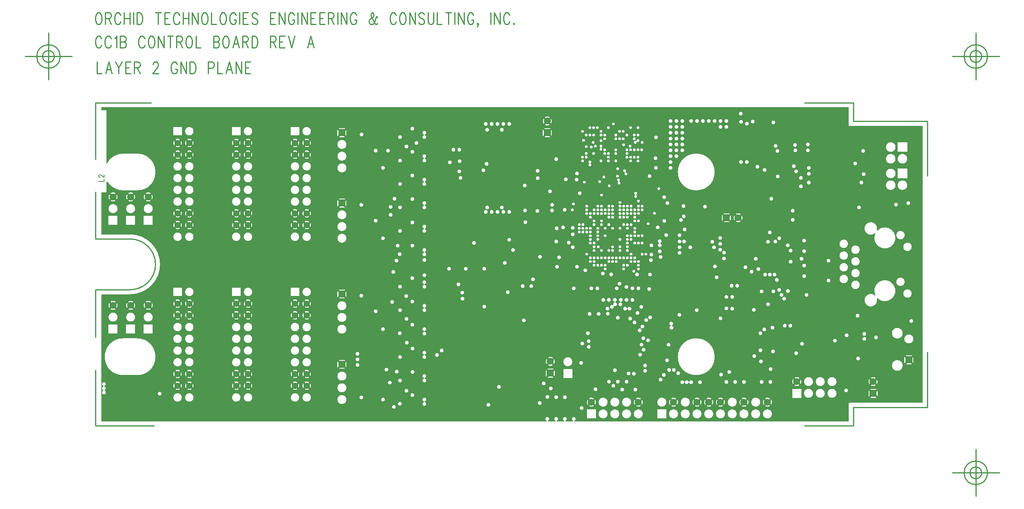
<source format=gbr>
*
*
G04 PADS 9.2 Build Number: 414666 generated Gerber (RS-274-X) file*
G04 PC Version=2.1*
*
%IN "CC1B_080118.pcb"*%
*
%MOIN*%
*
%FSLAX24Y24*%
*
*
*
*
G04 PC Standard Apertures*
*
*
G04 Thermal Relief Aperture macro.*
%AMTER*
1,1,$1,0,0*
1,0,$1-$2,0,0*
21,0,$3,$4,0,0,45*
21,0,$3,$4,0,0,135*
%
*
*
G04 Annular Aperture macro.*
%AMANN*
1,1,$1,0,0*
1,0,$2,0,0*
%
*
*
G04 Odd Aperture macro.*
%AMODD*
1,1,$1,0,0*
1,0,$1-0.005,0,0*
%
*
*
G04 PC Custom Aperture Macros*
*
*
*
*
*
*
G04 PC Aperture Table*
*
%ADD010C,0.001*%
%ADD013R,0.06X0.06*%
%ADD014C,0.06*%
%ADD028C,0.01*%
%ADD031C,0.015*%
%ADD032C,0.005*%
%ADD040C,0.024*%
%ADD063C,0.008*%
%ADD331C,0.055*%
*
*
*
*
G04 PC Circuitry*
G04 Layer Name CC1B_080118.pcb - circuitry*
%LPD*%
*
*
G04 PC Custom Flashes*
G04 Layer Name CC1B_080118.pcb - flashes*
%LPD*%
*
*
G04 PC Circuitry*
G04 Layer Name CC1B_080118.pcb - circuitry*
%LPD*%
*
G54D10*
G54D13*
G01X41000Y45000D03*
Y39000D03*
Y31250D03*
Y25250D03*
X58750Y24500D03*
X73750Y37750D03*
X58500Y45000D03*
X86250Y22779D03*
X89291Y25644D03*
G54D14*
X62250Y22029D03*
X66250D03*
X79750Y23779D03*
X58750Y25500D03*
X74750Y37750D03*
X58500Y46000D03*
X86250Y23779D03*
X21500Y39529D03*
Y30279D03*
X23000Y39529D03*
Y30279D03*
X24500D03*
Y39529D03*
X69250Y22029D03*
X71250D03*
X72250D03*
X73250D03*
X75250D03*
X77250D03*
G54D28*
X20145Y51034D02*
Y50050D01*
X20554*
X21133Y51034D02*
X20860Y50050D01*
X21133Y51034D02*
X21406Y50050D01*
X20963Y50378D02*
X21304D01*
X21713Y51034D02*
X21985Y50565D01*
X21985D02*
Y50050D01*
X22258Y51034D02*
X21985Y50565D01*
X22565Y51034D02*
Y50050D01*
Y51034D02*
X23008D01*
X22565Y50565D02*
X22838D01*
X22565Y50050D02*
X23008D01*
X23315Y51034D02*
Y50050D01*
Y51034D02*
X23622D01*
X23724Y50987*
X23724D02*
X23758Y50940D01*
X23758D02*
X23792Y50846D01*
X23792D02*
Y50753D01*
X23792D02*
X23758Y50659D01*
X23758D02*
X23724Y50612D01*
X23724D02*
X23622Y50565D01*
X23622D02*
X23315D01*
X23554D02*
X23792Y50050D01*
X24917Y50800D02*
Y50846D01*
X24917D02*
X24951Y50940D01*
X24951D02*
X24985Y50987D01*
X24985D02*
X25054Y51034D01*
X25190*
X25258Y50987*
X25258D02*
X25292Y50940D01*
X25292D02*
X25326Y50846D01*
X25326D02*
Y50753D01*
X25326D02*
X25292Y50659D01*
X25292D02*
X25224Y50518D01*
X25224D02*
X24883Y50050D01*
X24883D02*
X25360D01*
X26963Y50800D02*
X26929Y50893D01*
X26929D02*
X26860Y50987D01*
X26860D02*
X26792Y51034D01*
X26792D02*
X26656D01*
X26588Y50987*
X26588D02*
X26520Y50893D01*
X26520D02*
X26485Y50800D01*
X26485D02*
X26451Y50659D01*
X26451D02*
Y50425D01*
X26451D02*
X26485Y50284D01*
X26485D02*
X26520Y50190D01*
X26520D02*
X26588Y50096D01*
X26588D02*
X26656Y50050D01*
X26792*
X26792D02*
X26860Y50096D01*
X26860D02*
X26929Y50190D01*
X26929D02*
X26963Y50284D01*
Y50425*
X26792D02*
X26963D01*
X27270Y51034D02*
Y50050D01*
Y51034D02*
X27747Y50050D01*
Y51034D02*
Y50050D01*
X28054Y51034D02*
Y50050D01*
Y51034D02*
X28292D01*
X28292D02*
X28395Y50987D01*
X28395D02*
X28463Y50893D01*
X28463D02*
X28497Y50800D01*
X28531Y50659*
Y50425*
X28497Y50284*
X28463Y50190*
X28463D02*
X28395Y50096D01*
X28395D02*
X28292Y50050D01*
X28292D02*
X28054D01*
X29622Y51034D02*
Y50050D01*
Y51034D02*
X29929D01*
X30031Y50987*
X30031D02*
X30065Y50940D01*
X30065D02*
X30099Y50846D01*
X30099D02*
Y50706D01*
X30099D02*
X30065Y50612D01*
X30065D02*
X30031Y50565D01*
X30031D02*
X29929Y50518D01*
X29929D02*
X29622D01*
X30406Y51034D02*
Y50050D01*
X30815*
X31395Y51034D02*
X31122Y50050D01*
X31395Y51034D02*
X31667Y50050D01*
X31224Y50378D02*
X31565D01*
X31974Y51034D02*
Y50050D01*
Y51034D02*
X32451Y50050D01*
Y51034D02*
Y50050D01*
X32758Y51034D02*
Y50050D01*
Y51034D02*
X33201D01*
X32758Y50565D02*
X33031D01*
X32758Y50050D02*
X33201D01*
X20511Y53000D02*
X20477Y53093D01*
X20477D02*
X20409Y53187D01*
X20409D02*
X20340Y53234D01*
X20340D02*
X20204D01*
X20204D02*
X20136Y53187D01*
X20136D02*
X20068Y53093D01*
X20068D02*
X20034Y53000D01*
X20000Y52859*
Y52625*
X20034Y52484*
X20068Y52390*
X20068D02*
X20136Y52296D01*
X20136D02*
X20204Y52250D01*
X20204D02*
X20340D01*
X20340D02*
X20409Y52296D01*
X20409D02*
X20477Y52390D01*
X20477D02*
X20511Y52484D01*
X21329Y53000D02*
X21295Y53093D01*
X21295D02*
X21227Y53187D01*
X21227D02*
X21159Y53234D01*
X21022*
X21022D02*
X20954Y53187D01*
X20954D02*
X20886Y53093D01*
X20886D02*
X20852Y53000D01*
X20818Y52859*
Y52625*
X20852Y52484*
X20886Y52390*
X20886D02*
X20954Y52296D01*
X20954D02*
X21022Y52250D01*
X21022D02*
X21159D01*
X21227Y52296*
X21227D02*
X21295Y52390D01*
X21295D02*
X21329Y52484D01*
X21636Y53046D02*
X21704Y53093D01*
X21704D02*
X21806Y53234D01*
X21806D02*
Y52250D01*
X22113Y53234D02*
Y52250D01*
Y53234D02*
X22420D01*
X22522Y53187*
X22522D02*
X22556Y53140D01*
X22556D02*
X22590Y53046D01*
X22590D02*
Y52953D01*
X22590D02*
X22556Y52859D01*
X22556D02*
X22522Y52812D01*
X22522D02*
X22420Y52765D01*
X22113D02*
X22420D01*
X22420D02*
X22522Y52718D01*
X22522D02*
X22556Y52671D01*
X22556D02*
X22590Y52578D01*
X22590D02*
Y52437D01*
X22590D02*
X22556Y52343D01*
X22556D02*
X22522Y52296D01*
X22522D02*
X22420Y52250D01*
X22113*
X24193Y53000D02*
X24159Y53093D01*
X24159D02*
X24090Y53187D01*
X24090D02*
X24022Y53234D01*
X24022D02*
X23886D01*
X23818Y53187*
X23818D02*
X23750Y53093D01*
X23750D02*
X23715Y53000D01*
X23715D02*
X23681Y52859D01*
X23681D02*
Y52625D01*
X23681D02*
X23715Y52484D01*
X23715D02*
X23750Y52390D01*
X23750D02*
X23818Y52296D01*
X23818D02*
X23886Y52250D01*
X24022*
X24022D02*
X24090Y52296D01*
X24090D02*
X24159Y52390D01*
X24159D02*
X24193Y52484D01*
X24704Y53234D02*
X24636Y53187D01*
X24636D02*
X24568Y53093D01*
X24568D02*
X24534Y53000D01*
X24500Y52859*
Y52625*
X24534Y52484*
X24568Y52390*
X24568D02*
X24636Y52296D01*
X24636D02*
X24704Y52250D01*
X24704D02*
X24840D01*
X24840D02*
X24909Y52296D01*
X24909D02*
X24977Y52390D01*
X24977D02*
X25011Y52484D01*
X25045Y52625*
Y52859*
X25011Y53000*
X24977Y53093*
X24977D02*
X24909Y53187D01*
X24909D02*
X24840Y53234D01*
X24840D02*
X24704D01*
X25352D02*
Y52250D01*
Y53234D02*
X25829Y52250D01*
Y53234D02*
Y52250D01*
X26375Y53234D02*
Y52250D01*
X26136Y53234D02*
X26613D01*
X26920D02*
Y52250D01*
Y53234D02*
X27227D01*
X27329Y53187*
X27329D02*
X27363Y53140D01*
X27363D02*
X27397Y53046D01*
X27397D02*
Y52953D01*
X27397D02*
X27363Y52859D01*
X27363D02*
X27329Y52812D01*
X27329D02*
X27227Y52765D01*
X27227D02*
X26920D01*
X27159D02*
X27397Y52250D01*
X27909Y53234D02*
X27840Y53187D01*
X27840D02*
X27772Y53093D01*
X27772D02*
X27738Y53000D01*
X27738D02*
X27704Y52859D01*
X27704D02*
Y52625D01*
X27704D02*
X27738Y52484D01*
X27738D02*
X27772Y52390D01*
X27772D02*
X27840Y52296D01*
X27840D02*
X27909Y52250D01*
X28045*
X28113Y52296*
X28113D02*
X28181Y52390D01*
X28181D02*
X28215Y52484D01*
X28215D02*
X28250Y52625D01*
Y52859*
X28215Y53000*
X28215D02*
X28181Y53093D01*
X28181D02*
X28113Y53187D01*
X28113D02*
X28045Y53234D01*
X27909*
X28556D02*
Y52250D01*
X28556D02*
X28965D01*
X30056Y53234D02*
Y52250D01*
Y53234D02*
X30363D01*
X30363D02*
X30465Y53187D01*
X30465D02*
X30500Y53140D01*
X30500D02*
X30534Y53046D01*
X30534D02*
Y52953D01*
X30500Y52859*
X30465Y52812*
X30465D02*
X30363Y52765D01*
X30056D02*
X30363D01*
X30363D02*
X30465Y52718D01*
X30465D02*
X30500Y52671D01*
X30500D02*
X30534Y52578D01*
Y52437*
X30534D02*
X30500Y52343D01*
X30500D02*
X30465Y52296D01*
X30465D02*
X30363Y52250D01*
X30363D02*
X30056D01*
X31045Y53234D02*
X30977Y53187D01*
X30977D02*
X30909Y53093D01*
X30909D02*
X30875Y53000D01*
X30840Y52859*
X30840D02*
Y52625D01*
X30840D02*
X30875Y52484D01*
X30909Y52390*
X30909D02*
X30977Y52296D01*
X30977D02*
X31045Y52250D01*
X31181*
X31181D02*
X31250Y52296D01*
X31250D02*
X31318Y52390D01*
X31318D02*
X31352Y52484D01*
X31386Y52625*
Y52859*
X31352Y53000*
X31318Y53093*
X31318D02*
X31250Y53187D01*
X31250D02*
X31181Y53234D01*
X31181D02*
X31045D01*
X31965D02*
X31693Y52250D01*
X31965Y53234D02*
X32238Y52250D01*
X31795Y52578D02*
X32136D01*
X32545Y53234D02*
Y52250D01*
Y53234D02*
X32852D01*
X32954Y53187*
X32954D02*
X32988Y53140D01*
X32988D02*
X33022Y53046D01*
X33022D02*
Y52953D01*
X33022D02*
X32988Y52859D01*
X32988D02*
X32954Y52812D01*
X32954D02*
X32852Y52765D01*
X32852D02*
X32545D01*
X32784D02*
X33022Y52250D01*
X33329Y53234D02*
Y52250D01*
Y53234D02*
X33568D01*
X33670Y53187*
X33670D02*
X33738Y53093D01*
X33738D02*
X33772Y53000D01*
X33772D02*
X33806Y52859D01*
X33806D02*
Y52625D01*
X33806D02*
X33772Y52484D01*
X33772D02*
X33738Y52390D01*
X33738D02*
X33670Y52296D01*
X33670D02*
X33568Y52250D01*
X33329*
X34897Y53234D02*
Y52250D01*
Y53234D02*
X35204D01*
X35204D02*
X35306Y53187D01*
X35306D02*
X35340Y53140D01*
X35340D02*
X35375Y53046D01*
X35375D02*
Y52953D01*
X35340Y52859*
X35340D02*
X35306Y52812D01*
X35306D02*
X35204Y52765D01*
X35204D02*
X34897D01*
X35136D02*
X35375Y52250D01*
X35681Y53234D02*
Y52250D01*
Y53234D02*
X36125D01*
X35681Y52765D02*
X35954D01*
X35681Y52250D02*
X36125D01*
X36431Y53234D02*
X36704Y52250D01*
X36977Y53234D02*
X36704Y52250D01*
X38340Y53234D02*
X38068Y52250D01*
X38340Y53234D02*
X38613Y52250D01*
X38170Y52578D02*
X38511D01*
X20204Y55234D02*
X20136Y55187D01*
X20136D02*
X20068Y55093D01*
X20068D02*
X20034Y55000D01*
X20000Y54859*
Y54625*
X20034Y54484*
X20068Y54390*
X20068D02*
X20136Y54296D01*
X20136D02*
X20204Y54250D01*
X20204D02*
X20340D01*
X20340D02*
X20409Y54296D01*
X20409D02*
X20477Y54390D01*
X20477D02*
X20511Y54484D01*
X20545Y54625*
Y54859*
X20511Y55000*
X20477Y55093*
X20477D02*
X20409Y55187D01*
X20409D02*
X20340Y55234D01*
X20340D02*
X20204D01*
X20852D02*
Y54250D01*
Y55234D02*
X21159D01*
X21261Y55187*
X21261D02*
X21295Y55140D01*
X21295D02*
X21329Y55046D01*
X21329D02*
Y54953D01*
X21329D02*
X21295Y54859D01*
X21261Y54812*
X21261D02*
X21159Y54765D01*
X21159D02*
X20852D01*
X21090D02*
X21329Y54250D01*
X22147Y55000D02*
X22113Y55093D01*
X22113D02*
X22045Y55187D01*
X22045D02*
X21977Y55234D01*
X21840*
X21840D02*
X21772Y55187D01*
X21772D02*
X21704Y55093D01*
X21704D02*
X21670Y55000D01*
X21636Y54859*
Y54625*
X21670Y54484*
X21704Y54390*
X21704D02*
X21772Y54296D01*
X21772D02*
X21840Y54250D01*
X21840D02*
X21977D01*
X22045Y54296*
X22045D02*
X22113Y54390D01*
X22113D02*
X22147Y54484D01*
X22454Y55234D02*
Y54250D01*
X22931Y55234D02*
Y54250D01*
X22454Y54765D02*
X22931D01*
X23238Y55234D02*
Y54250D01*
X23545Y55234D02*
Y54250D01*
Y55234D02*
X23784D01*
X23886Y55187*
X23886D02*
X23954Y55093D01*
X23954D02*
X23988Y55000D01*
X23988D02*
X24022Y54859D01*
X24022D02*
Y54625D01*
X24022D02*
X23988Y54484D01*
X23988D02*
X23954Y54390D01*
X23954D02*
X23886Y54296D01*
X23886D02*
X23784Y54250D01*
X23545*
X25352Y55234D02*
Y54250D01*
X25113Y55234D02*
X25590D01*
X25897D02*
Y54250D01*
Y55234D02*
X26340D01*
X25897Y54765D02*
X26170D01*
X25897Y54250D02*
X26340D01*
X27159Y55000D02*
X27125Y55093D01*
X27125D02*
X27056Y55187D01*
X27056D02*
X26988Y55234D01*
X26988D02*
X26852D01*
X26784Y55187*
X26784D02*
X26715Y55093D01*
X26715D02*
X26681Y55000D01*
X26681D02*
X26647Y54859D01*
X26647D02*
Y54625D01*
X26647D02*
X26681Y54484D01*
X26681D02*
X26715Y54390D01*
X26715D02*
X26784Y54296D01*
X26784D02*
X26852Y54250D01*
X26988*
X26988D02*
X27056Y54296D01*
X27056D02*
X27125Y54390D01*
X27125D02*
X27159Y54484D01*
X27465Y55234D02*
Y54250D01*
X27943Y55234D02*
Y54250D01*
X27465Y54765D02*
X27943D01*
X28250Y55234D02*
Y54250D01*
Y55234D02*
X28727Y54250D01*
Y55234D02*
Y54250D01*
X29238Y55234D02*
X29170Y55187D01*
X29170D02*
X29102Y55093D01*
X29102D02*
X29068Y55000D01*
X29034Y54859*
Y54625*
X29068Y54484*
X29102Y54390*
X29102D02*
X29170Y54296D01*
X29170D02*
X29238Y54250D01*
X29238D02*
X29375D01*
X29443Y54296*
X29443D02*
X29511Y54390D01*
X29511D02*
X29545Y54484D01*
X29579Y54625*
X29579D02*
Y54859D01*
X29579D02*
X29545Y55000D01*
X29511Y55093*
X29511D02*
X29443Y55187D01*
X29443D02*
X29375Y55234D01*
X29238*
X29886D02*
Y54250D01*
X30295*
X30806Y55234D02*
X30738Y55187D01*
X30738D02*
X30670Y55093D01*
X30670D02*
X30636Y55000D01*
X30602Y54859*
Y54625*
X30636Y54484*
X30670Y54390*
X30670D02*
X30738Y54296D01*
X30738D02*
X30806Y54250D01*
X30806D02*
X30943D01*
X31011Y54296*
X31011D02*
X31079Y54390D01*
X31079D02*
X31113Y54484D01*
X31113D02*
X31147Y54625D01*
X31147D02*
Y54859D01*
X31147D02*
X31113Y55000D01*
X31113D02*
X31079Y55093D01*
X31079D02*
X31011Y55187D01*
X31011D02*
X30943Y55234D01*
X30806*
X31965Y55000D02*
X31931Y55093D01*
X31931D02*
X31863Y55187D01*
X31863D02*
X31795Y55234D01*
X31659*
X31590Y55187*
X31590D02*
X31522Y55093D01*
X31522D02*
X31488Y55000D01*
X31488D02*
X31454Y54859D01*
X31454D02*
Y54625D01*
X31454D02*
X31488Y54484D01*
X31488D02*
X31522Y54390D01*
X31522D02*
X31590Y54296D01*
X31590D02*
X31659Y54250D01*
X31795*
X31863Y54296*
X31863D02*
X31931Y54390D01*
X31931D02*
X31965Y54484D01*
X31965D02*
Y54625D01*
X31795D02*
X31965D01*
X32272Y55234D02*
Y54250D01*
X32579Y55234D02*
Y54250D01*
Y55234D02*
X33022D01*
X32579Y54765D02*
X32852D01*
X32579Y54250D02*
X33022D01*
X33806Y55093D02*
X33738Y55187D01*
X33738D02*
X33636Y55234D01*
X33500*
X33397Y55187*
X33397D02*
X33329Y55093D01*
X33329D02*
Y55000D01*
X33329D02*
X33363Y54906D01*
X33363D02*
X33397Y54859D01*
X33397D02*
X33465Y54812D01*
X33465D02*
X33670Y54718D01*
X33670D02*
X33738Y54671D01*
X33738D02*
X33772Y54625D01*
X33772D02*
X33806Y54531D01*
X33806D02*
Y54390D01*
X33806D02*
X33738Y54296D01*
X33738D02*
X33636Y54250D01*
X33500*
X33397Y54296*
X33397D02*
X33329Y54390D01*
X34897Y55234D02*
Y54250D01*
Y55234D02*
X35340D01*
X34897Y54765D02*
X35170D01*
X34897Y54250D02*
X35340D01*
X35647Y55234D02*
Y54250D01*
Y55234D02*
X36125Y54250D01*
Y55234D02*
Y54250D01*
X36943Y55000D02*
X36909Y55093D01*
X36909D02*
X36840Y55187D01*
X36840D02*
X36772Y55234D01*
X36772D02*
X36636D01*
X36568Y55187*
X36568D02*
X36500Y55093D01*
X36500D02*
X36465Y55000D01*
X36465D02*
X36431Y54859D01*
X36431D02*
Y54625D01*
X36431D02*
X36465Y54484D01*
X36465D02*
X36500Y54390D01*
X36500D02*
X36568Y54296D01*
X36568D02*
X36636Y54250D01*
X36772*
X36772D02*
X36840Y54296D01*
X36840D02*
X36909Y54390D01*
X36909D02*
X36943Y54484D01*
Y54625*
X36772D02*
X36943D01*
X37250Y55234D02*
Y54250D01*
X37556Y55234D02*
Y54250D01*
Y55234D02*
X38034Y54250D01*
Y55234D02*
Y54250D01*
X38340Y55234D02*
Y54250D01*
Y55234D02*
X38784D01*
X38340Y54765D02*
X38613D01*
X38340Y54250D02*
X38784D01*
X39090Y55234D02*
Y54250D01*
Y55234D02*
X39534D01*
X39090Y54765D02*
X39363D01*
X39090Y54250D02*
X39534D01*
X39840Y55234D02*
Y54250D01*
Y55234D02*
X40147D01*
X40147D02*
X40250Y55187D01*
X40250D02*
X40284Y55140D01*
X40284D02*
X40318Y55046D01*
X40318D02*
Y54953D01*
X40284Y54859*
X40250Y54812*
X40250D02*
X40147Y54765D01*
X40147D02*
X39840D01*
X40079D02*
X40318Y54250D01*
X40625Y55234D02*
Y54250D01*
X40931Y55234D02*
Y54250D01*
Y55234D02*
X41409Y54250D01*
Y55234D02*
Y54250D01*
X42227Y55000D02*
X42193Y55093D01*
X42193D02*
X42125Y55187D01*
X42125D02*
X42056Y55234D01*
X42056D02*
X41920D01*
X41852Y55187*
X41852D02*
X41784Y55093D01*
X41784D02*
X41750Y55000D01*
X41715Y54859*
X41715D02*
Y54625D01*
X41715D02*
X41750Y54484D01*
X41784Y54390*
X41784D02*
X41852Y54296D01*
X41852D02*
X41920Y54250D01*
X42056*
X42056D02*
X42125Y54296D01*
X42125D02*
X42193Y54390D01*
X42193D02*
X42227Y54484D01*
Y54625*
X42056D02*
X42227D01*
X44000Y54812D02*
Y54859D01*
X43965Y54906*
X43965D02*
X43931D01*
X43931D02*
X43897Y54859D01*
X43897D02*
X43863Y54765D01*
X43863D02*
X43795Y54531D01*
X43727Y54390*
X43727D02*
X43659Y54296D01*
X43659D02*
X43590Y54250D01*
X43590D02*
X43454D01*
X43454D02*
X43386Y54296D01*
X43386D02*
X43352Y54343D01*
X43352D02*
X43318Y54437D01*
X43318D02*
Y54531D01*
X43352Y54625*
X43386Y54671*
X43386D02*
X43625Y54859D01*
X43659Y54906*
X43693Y55000*
Y55093*
X43693D02*
X43659Y55187D01*
X43659D02*
X43590Y55234D01*
X43590D02*
X43522Y55187D01*
X43522D02*
X43488Y55093D01*
X43488D02*
Y55000D01*
X43488D02*
X43522Y54859D01*
X43522D02*
X43590Y54718D01*
X43590D02*
X43761Y54390D01*
X43761D02*
X43829Y54296D01*
X43829D02*
X43897Y54250D01*
X43897D02*
X43965D01*
X43965D02*
X44000Y54296D01*
X44000D02*
Y54343D01*
X45602Y55000D02*
X45568Y55093D01*
X45568D02*
X45500Y55187D01*
X45500D02*
X45431Y55234D01*
X45431D02*
X45295D01*
X45227Y55187*
X45227D02*
X45159Y55093D01*
X45159D02*
X45125Y55000D01*
X45090Y54859*
X45090D02*
Y54625D01*
X45090D02*
X45125Y54484D01*
X45159Y54390*
X45159D02*
X45227Y54296D01*
X45227D02*
X45295Y54250D01*
X45431*
X45431D02*
X45500Y54296D01*
X45500D02*
X45568Y54390D01*
X45568D02*
X45602Y54484D01*
X46113Y55234D02*
X46045Y55187D01*
X46045D02*
X45977Y55093D01*
X45977D02*
X45943Y55000D01*
X45909Y54859*
Y54625*
X45943Y54484*
X45977Y54390*
X45977D02*
X46045Y54296D01*
X46045D02*
X46113Y54250D01*
X46113D02*
X46250D01*
X46318Y54296*
X46318D02*
X46386Y54390D01*
X46386D02*
X46420Y54484D01*
X46454Y54625*
X46454D02*
Y54859D01*
X46454D02*
X46420Y55000D01*
X46386Y55093*
X46386D02*
X46318Y55187D01*
X46318D02*
X46250Y55234D01*
X46113*
X46761D02*
Y54250D01*
Y55234D02*
X47238Y54250D01*
Y55234D02*
Y54250D01*
X48022Y55093D02*
X47954Y55187D01*
X47954D02*
X47852Y55234D01*
X47715*
X47715D02*
X47613Y55187D01*
X47613D02*
X47545Y55093D01*
X47545D02*
Y55000D01*
X47579Y54906*
X47579D02*
X47613Y54859D01*
X47613D02*
X47681Y54812D01*
X47681D02*
X47886Y54718D01*
X47886D02*
X47954Y54671D01*
X47954D02*
X47988Y54625D01*
X47988D02*
X48022Y54531D01*
X48022D02*
Y54390D01*
X48022D02*
X47954Y54296D01*
X47954D02*
X47852Y54250D01*
X47715*
X47715D02*
X47613Y54296D01*
X47613D02*
X47545Y54390D01*
X48329Y55234D02*
Y54531D01*
X48329D02*
X48363Y54390D01*
X48363D02*
X48431Y54296D01*
X48431D02*
X48534Y54250D01*
X48602*
X48704Y54296*
X48704D02*
X48772Y54390D01*
X48772D02*
X48806Y54531D01*
X48806D02*
Y55234D01*
X49113D02*
Y54250D01*
X49113D02*
X49522D01*
X50068Y55234D02*
Y54250D01*
X49829Y55234D02*
X50306D01*
X50613D02*
Y54250D01*
X50920Y55234D02*
Y54250D01*
Y55234D02*
X51397Y54250D01*
Y55234D02*
Y54250D01*
X52215Y55000D02*
X52181Y55093D01*
X52181D02*
X52113Y55187D01*
X52113D02*
X52045Y55234D01*
X51909*
X51840Y55187*
X51840D02*
X51772Y55093D01*
X51772D02*
X51738Y55000D01*
X51738D02*
X51704Y54859D01*
X51704D02*
Y54625D01*
X51704D02*
X51738Y54484D01*
X51738D02*
X51772Y54390D01*
X51772D02*
X51840Y54296D01*
X51840D02*
X51909Y54250D01*
X52045*
X52113Y54296*
X52113D02*
X52181Y54390D01*
X52181D02*
X52215Y54484D01*
X52215D02*
Y54625D01*
X52045D02*
X52215D01*
X52590Y54296D02*
X52556Y54250D01*
X52556D02*
X52522Y54296D01*
X52522D02*
X52556Y54343D01*
X52556D02*
X52590Y54296D01*
X52590D02*
Y54203D01*
X52590D02*
X52556Y54109D01*
X52556D02*
X52522Y54062D01*
X53681Y55234D02*
Y54250D01*
X53988Y55234D02*
Y54250D01*
Y55234D02*
X54465Y54250D01*
Y55234D02*
Y54250D01*
X55284Y55000D02*
X55250Y55093D01*
X55250D02*
X55181Y55187D01*
X55181D02*
X55113Y55234D01*
X55113D02*
X54977D01*
X54909Y55187*
X54909D02*
X54840Y55093D01*
X54840D02*
X54806Y55000D01*
X54806D02*
X54772Y54859D01*
X54772D02*
Y54625D01*
X54772D02*
X54806Y54484D01*
X54806D02*
X54840Y54390D01*
X54840D02*
X54909Y54296D01*
X54909D02*
X54977Y54250D01*
X55113*
X55113D02*
X55181Y54296D01*
X55181D02*
X55250Y54390D01*
X55250D02*
X55284Y54484D01*
X55625Y54343D02*
X55590Y54296D01*
X55590D02*
X55625Y54250D01*
X55659Y54296*
X55659D02*
X55625Y54343D01*
X17000Y51500D02*
G75*
G03X17000I-1000J0D01*
G01X16500D02*
G03X16500I-500J0D01*
G01X16000Y53500D02*
Y49500D01*
X14000Y51500D02*
X18000D01*
X96000D02*
G03X96000I-1000J0D01*
G01X95500D02*
G03X95500I-500J0D01*
G01X95000Y53500D02*
Y49500D01*
X93000Y51500D02*
X97000D01*
X96000Y16000D02*
G03X96000I-1000J0D01*
G01X95500D02*
G03X95500I-500J0D01*
G01X95000Y18000D02*
Y14000D01*
X93000Y16000D02*
X97000D01*
X25000Y20000D02*
X20000D01*
Y24750*
Y42750D02*
Y47560D01*
X24750*
X80410Y47559D02*
X84565D01*
Y45985*
X90865*
Y41300*
X80403Y20000D02*
X84568D01*
Y21573*
X90867*
Y26270*
X20000Y27596D02*
Y31614D01*
X22950*
G03X22949Y35940I7J2163*
G01X22950D02*
X20000D01*
Y39956*
G54D31*
X58368Y24881D02*
X58537Y24712D01*
X59131Y24881D02*
X58962Y24712D01*
X59131Y24118D02*
X58962Y24287D01*
X58368Y24118D02*
X58537Y24287D01*
X74131Y38131D02*
X73962Y37962D01*
X74131Y37368D02*
X73962Y37537D01*
X73368Y37368D02*
X73537Y37537D01*
X73368Y38131D02*
X73537Y37962D01*
X69543Y22323D02*
X69462Y22241D01*
X68956Y22323D02*
X69037Y22241D01*
X68956Y21736D02*
X69037Y21817D01*
X69543Y21736D02*
X69462Y21817D01*
X66543Y22323D02*
X66462Y22241D01*
X65956Y22323D02*
X66037Y22241D01*
X65956Y21736D02*
X66037Y21817D01*
X66543Y21736D02*
X66462Y21817D01*
X58118Y45381D02*
X58287Y45212D01*
X58881Y45381D02*
X58712Y45212D01*
X58881Y44618D02*
X58712Y44787D01*
X58118Y44618D02*
X58287Y44787D01*
X40618Y31631D02*
X40787Y31462D01*
X41381Y31631D02*
X41212Y31462D01*
X41381Y30868D02*
X41212Y31037D01*
X40618Y30868D02*
X40787Y31037D01*
X40618Y25631D02*
X40787Y25462D01*
X41381Y25631D02*
X41212Y25462D01*
X41381Y24868D02*
X41212Y25037D01*
X40618Y24868D02*
X40787Y25037D01*
X40618Y39381D02*
X40787Y39212D01*
X41381Y39381D02*
X41212Y39212D01*
X41381Y38618D02*
X41212Y38787D01*
X40618Y38618D02*
X40787Y38787D01*
X40618Y45381D02*
X40787Y45212D01*
X41381Y45381D02*
X41212Y45212D01*
X41381Y44618D02*
X41212Y44787D01*
X40618Y44618D02*
X40787Y44787D01*
X62543Y22323D02*
X62462Y22241D01*
X61956Y22323D02*
X62037Y22241D01*
X61956Y21736D02*
X62037Y21817D01*
X62543Y21736D02*
X62462Y21817D01*
X73543Y22323D02*
X73462Y22241D01*
X72956Y22323D02*
X73037Y22241D01*
X72956Y21736D02*
X73037Y21817D01*
X73543Y21736D02*
X73462Y21817D01*
X38275Y24153D02*
X38194Y24235D01*
X38275Y24705D02*
X38194Y24624D01*
X37724Y24705D02*
X37805Y24624D01*
X37724Y24153D02*
X37805Y24235D01*
X37275Y24153D02*
X37194Y24235D01*
X37275Y24705D02*
X37194Y24624D01*
X36724Y24705D02*
X36805Y24624D01*
X36724Y24153D02*
X36805Y24235D01*
X37275Y23153D02*
X37194Y23235D01*
X37275Y23705D02*
X37194Y23624D01*
X36724Y23705D02*
X36805Y23624D01*
X36724Y23153D02*
X36805Y23235D01*
X38275Y30153D02*
X38194Y30235D01*
X38275Y30705D02*
X38194Y30624D01*
X37724Y30705D02*
X37805Y30624D01*
X37724Y30153D02*
X37805Y30235D01*
X37275Y30153D02*
X37194Y30235D01*
X37275Y30705D02*
X37194Y30624D01*
X36724Y30705D02*
X36805Y30624D01*
X36724Y30153D02*
X36805Y30235D01*
X37275Y29153D02*
X37194Y29235D01*
X37275Y29705D02*
X37194Y29624D01*
X36724Y29705D02*
X36805Y29624D01*
X36724Y29153D02*
X36805Y29235D01*
X38275Y37853D02*
X38194Y37935D01*
X38275Y38405D02*
X38194Y38324D01*
X37724Y38405D02*
X37805Y38324D01*
X37724Y37853D02*
X37805Y37935D01*
X37275Y36853D02*
X37194Y36935D01*
X37275Y37405D02*
X37194Y37324D01*
X36724Y37405D02*
X36805Y37324D01*
X36724Y36853D02*
X36805Y36935D01*
X37275Y37853D02*
X37194Y37935D01*
X37275Y38405D02*
X37194Y38324D01*
X36724Y38405D02*
X36805Y38324D01*
X36724Y37853D02*
X36805Y37935D01*
X58456Y25793D02*
X58537Y25712D01*
X58456Y25206D02*
X58537Y25287D01*
X59043Y25206D02*
X58962Y25287D01*
X59043Y25793D02*
X58962Y25712D01*
X38275Y43853D02*
X38194Y43935D01*
X38275Y44405D02*
X38194Y44324D01*
X37724Y44405D02*
X37805Y44324D01*
X37724Y43853D02*
X37805Y43935D01*
X37275Y43853D02*
X37194Y43935D01*
X37275Y44405D02*
X37194Y44324D01*
X36724Y44405D02*
X36805Y44324D01*
X36724Y43853D02*
X36805Y43935D01*
X37275Y42853D02*
X37194Y42935D01*
X37275Y43405D02*
X37194Y43324D01*
X36724Y43405D02*
X36805Y43324D01*
X36724Y42853D02*
X36805Y42935D01*
X32275Y24153D02*
X32194Y24235D01*
X32275Y24705D02*
X32194Y24624D01*
X31724Y24705D02*
X31805Y24624D01*
X31724Y24153D02*
X31805Y24235D01*
X32275Y23153D02*
X32194Y23235D01*
X32275Y23705D02*
X32194Y23624D01*
X31724Y23705D02*
X31805Y23624D01*
X31724Y23153D02*
X31805Y23235D01*
X28275Y23153D02*
X28194Y23235D01*
X28275Y23705D02*
X28194Y23624D01*
X27724Y23705D02*
X27805Y23624D01*
X27724Y23153D02*
X27805Y23235D01*
X27275Y24153D02*
X27194Y24235D01*
X27275Y24705D02*
X27194Y24624D01*
X26724Y24705D02*
X26805Y24624D01*
X26724Y24153D02*
X26805Y24235D01*
X27275Y23153D02*
X27194Y23235D01*
X27275Y23705D02*
X27194Y23624D01*
X26724Y23705D02*
X26805Y23624D01*
X26724Y23153D02*
X26805Y23235D01*
X33275Y29153D02*
X33194Y29235D01*
X33275Y29705D02*
X33194Y29624D01*
X32724Y29705D02*
X32805Y29624D01*
X32724Y29153D02*
X32805Y29235D01*
X85956Y24073D02*
X86037Y23991D01*
X85956Y23486D02*
X86037Y23567D01*
X86543Y23486D02*
X86462Y23567D01*
X86543Y24073D02*
X86462Y23991D01*
X85868Y23160D02*
X86037Y22991D01*
X86631Y23160D02*
X86462Y22991D01*
X86631Y22398D02*
X86462Y22567D01*
X85868Y22398D02*
X86037Y22567D01*
X58206Y46293D02*
X58287Y46212D01*
X58206Y45706D02*
X58287Y45787D01*
X58793Y45706D02*
X58712Y45787D01*
X58793Y46293D02*
X58712Y46212D01*
X32275Y30153D02*
X32194Y30235D01*
X32275Y30705D02*
X32194Y30624D01*
X31724Y30705D02*
X31805Y30624D01*
X31724Y30153D02*
X31805Y30235D01*
X32275Y29153D02*
X32194Y29235D01*
X32275Y29705D02*
X32194Y29624D01*
X31724Y29705D02*
X31805Y29624D01*
X31724Y29153D02*
X31805Y29235D01*
X28275Y29153D02*
X28194Y29235D01*
X28275Y29705D02*
X28194Y29624D01*
X27724Y29705D02*
X27805Y29624D01*
X27724Y29153D02*
X27805Y29235D01*
X27275Y30153D02*
X27194Y30235D01*
X27275Y30705D02*
X27194Y30624D01*
X26724Y30705D02*
X26805Y30624D01*
X26724Y30153D02*
X26805Y30235D01*
X27275Y29153D02*
X27194Y29235D01*
X27275Y29705D02*
X27194Y29624D01*
X26724Y29705D02*
X26805Y29624D01*
X26724Y29153D02*
X26805Y29235D01*
X24206Y30573D02*
X24287Y30491D01*
X24206Y29986D02*
X24287Y30067D01*
X24793Y29986D02*
X24712Y30067D01*
X24793Y30573D02*
X24712Y30491D01*
X22706Y30573D02*
X22787Y30491D01*
X22706Y29986D02*
X22787Y30067D01*
X23293Y29986D02*
X23212Y30067D01*
X23293Y30573D02*
X23212Y30491D01*
X32275Y42853D02*
X32194Y42935D01*
X32275Y43405D02*
X32194Y43324D01*
X31724Y43405D02*
X31805Y43324D01*
X31724Y42853D02*
X31805Y42935D01*
X33275Y42853D02*
X33194Y42935D01*
X33275Y43405D02*
X33194Y43324D01*
X32724Y43405D02*
X32805Y43324D01*
X32724Y42853D02*
X32805Y42935D01*
X21206Y30573D02*
X21287Y30491D01*
X21206Y29986D02*
X21287Y30067D01*
X21793Y29986D02*
X21712Y30067D01*
X21793Y30573D02*
X21712Y30491D01*
X27275Y36853D02*
X27194Y36935D01*
X27275Y37405D02*
X27194Y37324D01*
X26724Y37405D02*
X26805Y37324D01*
X26724Y36853D02*
X26805Y36935D01*
X28275Y36853D02*
X28194Y36935D01*
X28275Y37405D02*
X28194Y37324D01*
X27724Y37405D02*
X27805Y37324D01*
X27724Y36853D02*
X27805Y36935D01*
X33275Y23153D02*
X33194Y23235D01*
X33275Y23705D02*
X33194Y23624D01*
X32724Y23705D02*
X32805Y23624D01*
X32724Y23153D02*
X32805Y23235D01*
X38275Y23153D02*
X38194Y23235D01*
X38275Y23705D02*
X38194Y23624D01*
X37724Y23705D02*
X37805Y23624D01*
X37724Y23153D02*
X37805Y23235D01*
X27275Y42853D02*
X27194Y42935D01*
X27275Y43405D02*
X27194Y43324D01*
X26724Y43405D02*
X26805Y43324D01*
X26724Y42853D02*
X26805Y42935D01*
X28275Y42853D02*
X28194Y42935D01*
X28275Y43405D02*
X28194Y43324D01*
X27724Y43405D02*
X27805Y43324D01*
X27724Y42853D02*
X27805Y42935D01*
X38275Y29153D02*
X38194Y29235D01*
X38275Y29705D02*
X38194Y29624D01*
X37724Y29705D02*
X37805Y29624D01*
X37724Y29153D02*
X37805Y29235D01*
X32275Y36853D02*
X32194Y36935D01*
X32275Y37405D02*
X32194Y37324D01*
X31724Y37405D02*
X31805Y37324D01*
X31724Y36853D02*
X31805Y36935D01*
X33275Y36853D02*
X33194Y36935D01*
X33275Y37405D02*
X33194Y37324D01*
X32724Y37405D02*
X32805Y37324D01*
X32724Y36853D02*
X32805Y36935D01*
X38275Y36853D02*
X38194Y36935D01*
X38275Y37405D02*
X38194Y37324D01*
X37724Y37405D02*
X37805Y37324D01*
X37724Y36853D02*
X37805Y36935D01*
X38275Y42853D02*
X38194Y42935D01*
X38275Y43405D02*
X38194Y43324D01*
X37724Y43405D02*
X37805Y43324D01*
X37724Y42853D02*
X37805Y42935D01*
X32275Y37853D02*
X32194Y37935D01*
X32275Y38405D02*
X32194Y38324D01*
X31724Y38405D02*
X31805Y38324D01*
X31724Y37853D02*
X31805Y37935D01*
X27275Y37853D02*
X27194Y37935D01*
X27275Y38405D02*
X27194Y38324D01*
X26724Y38405D02*
X26805Y38324D01*
X26724Y37853D02*
X26805Y37935D01*
X24206Y39823D02*
X24287Y39741D01*
X24206Y39236D02*
X24287Y39317D01*
X24793Y39236D02*
X24712Y39317D01*
X24793Y39823D02*
X24712Y39741D01*
X22706Y39823D02*
X22787Y39741D01*
X22706Y39236D02*
X22787Y39317D01*
X23293Y39236D02*
X23212Y39317D01*
X23293Y39823D02*
X23212Y39741D01*
X21206Y39823D02*
X21287Y39741D01*
X21206Y39236D02*
X21287Y39317D01*
X21793Y39236D02*
X21712Y39317D01*
X21793Y39823D02*
X21712Y39741D01*
X32275Y43853D02*
X32194Y43935D01*
X32275Y44405D02*
X32194Y44324D01*
X31724Y44405D02*
X31805Y44324D01*
X31724Y43853D02*
X31805Y43935D01*
X27275Y43853D02*
X27194Y43935D01*
X27275Y44405D02*
X27194Y44324D01*
X26724Y44405D02*
X26805Y44324D01*
X26724Y43853D02*
X26805Y43935D01*
X80043Y24073D02*
X79962Y23991D01*
X79456Y24073D02*
X79537Y23991D01*
X79456Y23486D02*
X79537Y23567D01*
X80043Y23486D02*
X79962Y23567D01*
X77543Y22323D02*
X77462Y22241D01*
X76956Y22323D02*
X77037Y22241D01*
X76956Y21736D02*
X77037Y21817D01*
X77543Y21736D02*
X77462Y21817D01*
X75543Y22323D02*
X75462Y22241D01*
X74956Y22323D02*
X75037Y22241D01*
X74956Y21736D02*
X75037Y21817D01*
X75543Y21736D02*
X75462Y21817D01*
X72543Y22323D02*
X72462Y22241D01*
X71956Y22323D02*
X72037Y22241D01*
X71956Y21736D02*
X72037Y21817D01*
X72543Y21736D02*
X72462Y21817D01*
X71543Y22323D02*
X71462Y22241D01*
X70956Y22323D02*
X71037Y22241D01*
X70956Y21736D02*
X71037Y21817D01*
X71543Y21736D02*
X71462Y21817D01*
X28275Y37853D02*
X28194Y37935D01*
X28275Y38405D02*
X28194Y38324D01*
X27724Y38405D02*
X27805Y38324D01*
X27724Y37853D02*
X27805Y37935D01*
X33275Y24153D02*
X33194Y24235D01*
X33275Y24705D02*
X33194Y24624D01*
X32724Y24705D02*
X32805Y24624D01*
X32724Y24153D02*
X32805Y24235D01*
X33275Y43853D02*
X33194Y43935D01*
X33275Y44405D02*
X33194Y44324D01*
X32724Y44405D02*
X32805Y44324D01*
X32724Y43853D02*
X32805Y43935D01*
X28275Y30153D02*
X28194Y30235D01*
X28275Y30705D02*
X28194Y30624D01*
X27724Y30705D02*
X27805Y30624D01*
X27724Y30153D02*
X27805Y30235D01*
X28275Y43853D02*
X28194Y43935D01*
X28275Y44405D02*
X28194Y44324D01*
X27724Y44405D02*
X27805Y44324D01*
X27724Y43853D02*
X27805Y43935D01*
X33275Y30153D02*
X33194Y30235D01*
X33275Y30705D02*
X33194Y30624D01*
X32724Y30705D02*
X32805Y30624D01*
X32724Y30153D02*
X32805Y30235D01*
X28275Y24153D02*
X28194Y24235D01*
X28275Y24705D02*
X28194Y24624D01*
X27724Y24705D02*
X27805Y24624D01*
X27724Y24153D02*
X27805Y24235D01*
X33275Y37853D02*
X33194Y37935D01*
X33275Y38405D02*
X33194Y38324D01*
X32724Y38405D02*
X32805Y38324D01*
X32724Y37853D02*
X32805Y37935D01*
X75043Y38043D02*
X74962Y37962D01*
X74456Y38043D02*
X74537Y37962D01*
X74456Y37456D02*
X74537Y37537D01*
X75043Y37456D02*
X74962Y37537D01*
X88910Y26025D02*
X89079Y25856D01*
X89672Y26025D02*
X89503Y25856D01*
X89672Y25263D02*
X89503Y25432D01*
X88910Y25263D02*
X89079Y25432D01*
G54D32*
X89706Y27414D02*
G03X89706I-414J0D01*
G01X89695Y28950D02*
G03X89695I-195J0D01*
G01X88801Y25154D02*
G03X88801I-489J0D01*
G01Y27904D02*
G03X88801I-489J0D01*
G01X89569Y31289D02*
G03X89569I-389J0D01*
G01X88970Y32289D02*
G03X88970I-389J0D01*
G01X89569Y35269D02*
G03X89569I-389J0D01*
G01X89445Y39000D02*
G03X89445I-195J0D01*
G01X88970Y36269D02*
G03X88970I-389J0D01*
G01X86665Y23779D02*
G03X86665I-415J0D01*
G01X86695Y27550D02*
G03X86695I-195J0D01*
G01X85695Y27425D02*
G03X85695I-195J0D01*
G01Y27850D02*
G03X85695I-195J0D01*
G01X88395Y38875D02*
G03X88395I-195J0D01*
G01X89190Y40529D02*
G03X89190I-440J0D01*
G01Y42779D02*
G03X89190I-440J0D01*
G01X88190Y40529D02*
G03X88190I-440J0D01*
G01Y41529D02*
G03X88190I-440J0D01*
G01Y42779D02*
G03X88190I-440J0D01*
G01Y43779D02*
G03X88190I-440J0D01*
G01X85170Y25750D02*
G03X85170I-195J0D01*
G01X85120Y29400D02*
G03X85120I-195J0D01*
G01X85140Y32029D02*
G03X85140I-390J0D01*
G01Y33029D02*
G03X85140I-390J0D01*
G01Y34029D02*
G03X85140I-390J0D01*
G01Y35029D02*
G03X85140I-390J0D01*
G01X85245Y38625D02*
G03X85245I-195J0D01*
G01X85445Y40750D02*
G03X85445I-195J0D01*
G01X85645Y41475D02*
G03X85645I-195J0D01*
G01X85595Y43450D02*
G03X85595I-195J0D01*
G01X84920Y42375D02*
G03X84920I-195J0D01*
G01X84145Y23025D02*
G03X84145I-195J0D01*
G01X84195Y27725D02*
G03X84195I-195J0D01*
G01X84140Y32529D02*
G03X84140I-390J0D01*
G01Y33529D02*
G03X84140I-390J0D01*
G01Y34529D02*
G03X84140I-390J0D01*
G01Y35529D02*
G03X84140I-390J0D01*
G01X83165Y22779D02*
G03X83165I-415J0D01*
G01Y23779D02*
G03X83165I-415J0D01*
G01X83195Y27275D02*
G03X83195I-195J0D01*
G01X82645Y32400D02*
G03X82645I-195J0D01*
G01Y34090D02*
G03X82645I-195J0D01*
G01X82165Y22779D02*
G03X82165I-415J0D01*
G01Y23779D02*
G03X82165I-415J0D01*
G01X81165Y22779D02*
G03X81165I-415J0D01*
G01Y23779D02*
G03X81165I-415J0D01*
G01X80165D02*
G03X80165I-415J0D01*
G01X80395Y27000D02*
G03X80395I-195J0D01*
G01X80770Y31175D02*
G03X80770I-195J0D01*
G01X80970Y40750D02*
G03X80970I-195J0D01*
G01Y41500D02*
G03X80970I-195J0D01*
G01Y42000D02*
G03X80970I-195J0D01*
G01X80570Y32775D02*
G03X80570I-195J0D01*
G01Y33675D02*
G03X80570I-195J0D01*
G01X80345Y34250D02*
G03X80345I-195J0D01*
G01X80570Y34900D02*
G03X80570I-195J0D01*
G01Y35800D02*
G03X80570I-195J0D01*
G01X80895Y43500D02*
G03X80895I-195J0D01*
G01Y44000D02*
G03X80895I-195J0D01*
G01X80295Y40425D02*
G03X80295I-195J0D01*
G01Y41150D02*
G03X80295I-195J0D01*
G01X79895Y26200D02*
G03X79895I-195J0D01*
G01X79395Y28550D02*
G03X79395I-195J0D01*
G01X78920D02*
G03X78920I-195J0D01*
G01X78870Y30850D02*
G03X78870I-195J0D01*
G01X79195Y31500D02*
G03X79195I-195J0D01*
G01X79420Y34000D02*
G03X79420I-195J0D01*
G01Y34950D02*
G03X79420I-195J0D01*
G01X79595Y37575D02*
G03X79595I-195J0D01*
G01Y38350D02*
G03X79595I-195J0D01*
G01X79895Y41700D02*
G03X79895I-195J0D01*
G01X79695Y42150D02*
G03X79695I-195J0D01*
G01X79820Y43500D02*
G03X79820I-195J0D01*
G01X79795Y43950D02*
G03X79795I-195J0D01*
G01X79170Y35400D02*
G03X79170I-195J0D01*
G01X78645Y31175D02*
G03X78645I-195J0D01*
G01X78445Y31600D02*
G03X78445I-195J0D01*
G01X77665Y21029D02*
G03X77665I-415J0D01*
G01Y22029D02*
G03X77665I-415J0D01*
G01X77695Y23750D02*
G03X77695I-195J0D01*
G01X77720Y24850D02*
G03X77720I-195J0D01*
G01X77920Y26350D02*
G03X77920I-195J0D01*
G01X77870Y28375D02*
G03X77870I-195J0D01*
G01X77945Y31475D02*
G03X77945I-195J0D01*
G01X78245Y32450D02*
G03X78245I-195J0D01*
G01X78045Y32900D02*
G03X78045I-195J0D01*
G01X78120Y35725D02*
G03X78120I-195J0D01*
G01X78445Y36000D02*
G03X78445I-195J0D01*
G01X78320Y41275D02*
G03X78320I-195J0D01*
G01X78295Y43450D02*
G03X78295I-195J0D01*
G01X76665Y21029D02*
G03X76665I-415J0D01*
G01Y22029D02*
G03X76665I-415J0D01*
G01X76945Y23750D02*
G03X76945I-195J0D01*
G01X76895Y25500D02*
G03X76895I-195J0D01*
G01X76845Y26450D02*
G03X76845I-195J0D01*
G01Y27900D02*
G03X76845I-195J0D01*
G01X77170Y28225D02*
G03X77170I-195J0D01*
G01X77495Y30375D02*
G03X77495I-195J0D01*
G01X77645Y32900D02*
G03X77645I-195J0D01*
G01X76945Y31475D02*
G03X76945I-195J0D01*
G01X77245Y32900D02*
G03X77245I-195J0D01*
G01X77495Y35700D02*
G03X77495I-195J0D01*
G01X77645Y36500D02*
G03X77645I-195J0D01*
G01X77770Y39375D02*
G03X77770I-195J0D01*
G01X78145Y43875D02*
G03X78145I-195J0D01*
G01X77945Y45875D02*
G03X77945I-195J0D01*
G01X77195Y41825D02*
G03X77195I-195J0D01*
G01X76320Y25950D02*
G03X76320I-195J0D01*
G01X76295Y29900D02*
G03X76295I-195J0D01*
G01X76670Y33375D02*
G03X76670I-195J0D01*
G01X76095Y33150D02*
G03X76095I-195J0D01*
G01X76445Y34250D02*
G03X76445I-195J0D01*
G01X76595Y42100D02*
G03X76595I-195J0D01*
G01X76195Y45950D02*
G03X76195I-195J0D01*
G01X75665Y21029D02*
G03X75665I-415J0D01*
G01Y22029D02*
G03X75665I-415J0D01*
G01X75445Y23750D02*
G03X75445I-195J0D01*
G01X75570Y33525D02*
G03X75570I-195J0D01*
G01X75695Y42500D02*
G03X75695I-195J0D01*
G01Y45775D02*
G03X75695I-195J0D01*
G01X74665Y21029D02*
G03X74665I-415J0D01*
G01Y22029D02*
G03X74665I-415J0D01*
G01X74695Y23750D02*
G03X74695I-195J0D01*
G01X74870Y31950D02*
G03X74870I-195J0D01*
G01X73665Y21029D02*
G03X73665I-415J0D01*
G01Y22029D02*
G03X73665I-415J0D01*
G01X73945Y23750D02*
G03X73945I-195J0D01*
G01X74195Y24600D02*
G03X74195I-195J0D01*
G01X74445Y30000D02*
G03X74445I-195J0D01*
G01Y31000D02*
G03X74445I-195J0D01*
G01X74395Y31950D02*
G03X74395I-195J0D01*
G01X75165Y37750D02*
G03X75165I-415J0D01*
G01X75195Y42500D02*
G03X75195I-195J0D01*
G01Y45925D02*
G03X75195I-195J0D01*
G01X75170Y46625D02*
G03X75170I-195J0D01*
G01X73945Y30025D02*
G03X73945I-195J0D01*
G01Y31000D02*
G03X73945I-195J0D01*
G01X73495Y24375D02*
G03X73495I-195J0D01*
G01X73445Y29175D02*
G03X73445I-195J0D01*
G01X73745Y34275D02*
G03X73745I-195J0D01*
G01Y34775D02*
G03X73745I-195J0D01*
G01X72665Y21029D02*
G03X72665I-415J0D01*
G01Y22029D02*
G03X72665I-415J0D01*
G01X71665Y21029D02*
G03X71665I-415J0D01*
G01Y22029D02*
G03X71665I-415J0D01*
G01X71695Y23725D02*
G03X71695I-195J0D01*
G01X70665Y21029D02*
G03X70665I-415J0D01*
G01Y22029D02*
G03X70665I-415J0D01*
G01X69665Y21029D02*
G03X69665I-415J0D01*
G01Y22029D02*
G03X69665I-415J0D01*
G01X69845Y24500D02*
G03X69845I-195J0D01*
G01X72780Y25905D02*
G03X72780I-1598J0D01*
G01X73120Y32675D02*
G03X73120I-195J0D01*
G01X73420Y35025D02*
G03X73420I-195J0D01*
G01Y35525D02*
G03X73420I-195J0D01*
G01Y36025D02*
G03X73420I-195J0D01*
G01X73945Y45500D02*
G03X73945I-195J0D01*
G01Y46000D02*
G03X73945I-195J0D01*
G01X73445Y45500D02*
G03X73445I-195J0D01*
G01Y46000D02*
G03X73445I-195J0D01*
G01X72970Y33600D02*
G03X72970I-195J0D01*
G01X72895Y35225D02*
G03X72895I-195J0D01*
G01X72745Y35700D02*
G03X72745I-195J0D01*
G01X72120Y38700D02*
G03X72120I-195J0D01*
G01X71420Y29875D02*
G03X71420I-195J0D01*
G01X70870Y35225D02*
G03X70870I-195J0D01*
G01X69945Y29475D02*
G03X69945I-195J0D01*
G01X69958Y34763D02*
G03X69958I-194J0D01*
G01Y35236D02*
G03X69958I-194J0D01*
G01X70395Y36750D02*
G03X70395I-195J0D01*
G01X69958Y36259D02*
G03X69958I-194J0D01*
G01X70076Y37559D02*
G03X70076I-194J0D01*
G01X70313Y37874D02*
G03X70313I-194J0D01*
G01X70295Y38750D02*
G03X70295I-195J0D01*
G01X72780Y41653D02*
G03X72780I-1598J0D01*
G01X72945Y46000D02*
G03X72945I-195J0D01*
G01X72445D02*
G03X72445I-195J0D01*
G01X71945D02*
G03X71945I-195J0D01*
G01X71445D02*
G03X71445I-195J0D01*
G01X70945D02*
G03X70945I-195J0D01*
G01X70195Y43500D02*
G03X70195I-195J0D01*
G01Y44000D02*
G03X70195I-195J0D01*
G01Y44500D02*
G03X70195I-195J0D01*
G01Y45000D02*
G03X70195I-195J0D01*
G01Y45500D02*
G03X70195I-195J0D01*
G01Y46000D02*
G03X70195I-195J0D01*
G01X69470Y24775D02*
G03X69470I-195J0D01*
G01X69695Y43000D02*
G03X69695I-195J0D01*
G01Y43500D02*
G03X69695I-195J0D01*
G01Y44000D02*
G03X69695I-195J0D01*
G01Y44500D02*
G03X69695I-195J0D01*
G01Y45000D02*
G03X69695I-195J0D01*
G01Y45500D02*
G03X69695I-195J0D01*
G01Y46000D02*
G03X69695I-195J0D01*
G01X69070Y24775D02*
G03X69070I-195J0D01*
G01X68665Y22029D02*
G03X68665I-415J0D01*
G01X68345Y23950D02*
G03X68345I-195J0D01*
G01X68620Y24350D02*
G03X68620I-195J0D01*
G01X68895Y25600D02*
G03X68895I-195J0D01*
G01X69020Y26925D02*
G03X69020I-195J0D01*
G01X68820Y36275D02*
G03X68820I-195J0D01*
G01X68344Y34409D02*
G03X68344I-194J0D01*
G01X68265Y34881D02*
G03X68265I-194J0D01*
G01X68659Y37480D02*
G03X68659I-194J0D01*
G01X68920Y39000D02*
G03X68920I-195J0D01*
G01X69195Y42000D02*
G03X69195I-195J0D01*
G01Y42500D02*
G03X69195I-195J0D01*
G01Y43000D02*
G03X69195I-195J0D01*
G01Y43500D02*
G03X69195I-195J0D01*
G01Y44000D02*
G03X69195I-195J0D01*
G01Y44500D02*
G03X69195I-195J0D01*
G01Y45000D02*
G03X69195I-195J0D01*
G01Y45500D02*
G03X69195I-195J0D01*
G01Y46000D02*
G03X69195I-195J0D01*
G01X68645Y39500D02*
G03X68645I-195J0D01*
G01X68095Y36925D02*
G03X68095I-195J0D01*
G01X68147Y40236D02*
G03X68147I-154J0D01*
G01X66665Y21029D02*
G03X66665I-415J0D01*
G01Y22029D02*
G03X66665I-415J0D01*
G01X67020Y24700D02*
G03X67020I-195J0D01*
G01Y25150D02*
G03X67020I-195J0D01*
G01X66595Y26075D02*
G03X66595I-195J0D01*
G01X66895Y26500D02*
G03X66895I-195J0D01*
G01X67270Y27300D02*
G03X67270I-195J0D01*
G01X66720Y26925D02*
G03X66720I-195J0D01*
G01X66870Y27475D02*
G03X66870I-195J0D01*
G01X66195Y23100D02*
G03X66195I-195J0D01*
G01X66570Y28150D02*
G03X66570I-195J0D01*
G01X66795Y28475D02*
G03X66795I-195J0D01*
G01X67120Y29025D02*
G03X67120I-195J0D01*
G01X67445Y29250D02*
G03X67445I-195J0D01*
G01X67370Y31675D02*
G03X67370I-195J0D01*
G01X67439Y32913D02*
G03X67439I-194J0D01*
G01X67517Y34133D02*
G03X67517I-194J0D01*
G01X67557Y34606D02*
G03X67557I-194J0D01*
G01Y35393D02*
G03X67557I-194J0D01*
G01X67780Y38125D02*
G03X67780I-155J0D01*
G01X67945Y42007D02*
G03X67945I-195J0D01*
G01X67911Y42834D02*
G03X67911I-194J0D01*
G01X67950Y44606D02*
G03X67950I-194J0D01*
G01X67044Y34645D02*
G03X67044I-154J0D01*
G01X67241Y37244D02*
G03X67241I-154J0D01*
G01X67399Y41299D02*
G03X67399I-194J0D01*
G01X66070Y24450D02*
G03X66070I-195J0D01*
G01X66120Y28825D02*
G03X66120I-195J0D01*
G01X66370Y29625D02*
G03X66370I-195J0D01*
G01X66695Y30150D02*
G03X66695I-195J0D01*
G01X66454Y31732D02*
G03X66454I-194J0D01*
G01X66729Y34645D02*
G03X66729I-154J0D01*
G01Y35590D02*
G03X66729I-154J0D01*
G01Y36220D02*
G03X66729I-154J0D01*
G01Y38425D02*
G03X66729I-154J0D01*
G01Y38740D02*
G03X66729I-154J0D01*
G01X66336Y32913D02*
G03X66336I-194J0D01*
G01X66414Y33385D02*
G03X66414I-154J0D01*
G01Y33700D02*
G03X66414I-154J0D01*
G01Y34015D02*
G03X66414I-154J0D01*
G01Y35590D02*
G03X66414I-154J0D01*
G01Y36220D02*
G03X66414I-154J0D01*
G01Y37480D02*
G03X66414I-154J0D01*
G01Y38110D02*
G03X66414I-154J0D01*
G01Y38425D02*
G03X66414I-154J0D01*
G01Y38740D02*
G03X66414I-154J0D01*
G01Y39173D02*
G03X66414I-154J0D01*
G01X66690Y43543D02*
G03X66690I-154J0D01*
G01X66729Y44173D02*
G03X66729I-154J0D01*
G01X65665Y21029D02*
G03X65665I-415J0D01*
G01Y22029D02*
G03X65665I-415J0D01*
G01X65070Y23100D02*
G03X65070I-195J0D01*
G01X65445Y23775D02*
G03X65445I-195J0D01*
G01X65620Y24475D02*
G03X65620I-195J0D01*
G01X65745Y29150D02*
G03X65745I-195J0D01*
G01X65943Y30748D02*
G03X65943I-195J0D01*
G01Y31732D02*
G03X65943I-195J0D01*
G01X66021Y33189D02*
G03X66021I-154J0D01*
G01X66099Y34015D02*
G03X66099I-154J0D01*
G01Y34330D02*
G03X66099I-154J0D01*
G01Y35590D02*
G03X66099I-154J0D01*
G01Y36220D02*
G03X66099I-154J0D01*
G01Y36535D02*
G03X66099I-154J0D01*
G01Y36850D02*
G03X66099I-154J0D01*
G01Y37480D02*
G03X66099I-154J0D01*
G01Y37795D02*
G03X66099I-154J0D01*
G01Y38110D02*
G03X66099I-154J0D01*
G01Y38425D02*
G03X66099I-154J0D01*
G01X66375Y42598D02*
G03X66375I-154J0D01*
G01Y42913D02*
G03X66375I-154J0D01*
G01Y43543D02*
G03X66375I-154J0D01*
G01X65784Y34015D02*
G03X65784I-154J0D01*
G01Y34330D02*
G03X65784I-154J0D01*
G01Y34645D02*
G03X65784I-154J0D01*
G01Y35905D02*
G03X65784I-154J0D01*
G01Y36220D02*
G03X65784I-154J0D01*
G01Y37165D02*
G03X65784I-154J0D01*
G01Y38110D02*
G03X65784I-154J0D01*
G01Y38425D02*
G03X65784I-154J0D01*
G01Y38740D02*
G03X65784I-154J0D01*
G01X66060Y42913D02*
G03X66060I-154J0D01*
G01Y43543D02*
G03X66060I-154J0D01*
G01X66375Y44803D02*
G03X66375I-154J0D01*
G01Y45433D02*
G03X66375I-154J0D01*
G01X66060Y44488D02*
G03X66060I-154J0D01*
G01Y44803D02*
G03X66060I-154J0D01*
G01X65431Y30748D02*
G03X65431I-194J0D01*
G01Y31850D02*
G03X65431I-194J0D01*
G01X65470Y33700D02*
G03X65470I-155J0D01*
G01Y34330D02*
G03X65470I-155J0D01*
G01Y34960D02*
G03X65470I-155J0D01*
G01Y35275D02*
G03X65470I-155J0D01*
G01Y35590D02*
G03X65470I-155J0D01*
G01Y35905D02*
G03X65470I-155J0D01*
G01Y36220D02*
G03X65470I-155J0D01*
G01Y36850D02*
G03X65470I-155J0D01*
G01Y37165D02*
G03X65470I-155J0D01*
G01Y37795D02*
G03X65470I-155J0D01*
G01Y38110D02*
G03X65470I-155J0D01*
G01Y38425D02*
G03X65470I-155J0D01*
G01Y38740D02*
G03X65470I-155J0D01*
G01X65745Y42598D02*
G03X65745I-154J0D01*
G01Y42913D02*
G03X65745I-154J0D01*
G01Y43543D02*
G03X65745I-154J0D01*
G01X64665Y21029D02*
G03X64665I-415J0D01*
G01Y22029D02*
G03X64665I-415J0D01*
G01X64320Y23425D02*
G03X64320I-195J0D01*
G01X64695Y23775D02*
G03X64695I-195J0D01*
G01X64445Y24750D02*
G03X64445I-195J0D01*
G01X64695Y29225D02*
G03X64695I-195J0D01*
G01X65155Y33385D02*
G03X65155I-155J0D01*
G01Y33700D02*
G03X65155I-155J0D01*
G01Y34330D02*
G03X65155I-155J0D01*
G01Y37165D02*
G03X65155I-155J0D01*
G01Y37795D02*
G03X65155I-155J0D01*
G01Y38110D02*
G03X65155I-155J0D01*
G01Y38425D02*
G03X65155I-155J0D01*
G01Y38740D02*
G03X65155I-155J0D01*
G01X65430Y42913D02*
G03X65430I-154J0D01*
G01Y43228D02*
G03X65430I-154J0D01*
G01Y43543D02*
G03X65430I-154J0D01*
G01X65706Y43858D02*
G03X65706I-154J0D01*
G01X65745Y45433D02*
G03X65745I-154J0D01*
G01X65155Y43976D02*
G03X65155I-155J0D01*
G01X65430Y44803D02*
G03X65430I-154J0D01*
G01X63665Y21029D02*
G03X63665I-415J0D01*
G01Y22029D02*
G03X63665I-415J0D01*
G01X63945Y23775D02*
G03X63945I-195J0D01*
G01X63845Y29575D02*
G03X63845I-195J0D01*
G01X63817Y30000D02*
G03X63817I-195J0D01*
G01X64604Y31732D02*
G03X64604I-194J0D01*
G01X64840Y32126D02*
G03X64840I-194J0D01*
G01Y34330D02*
G03X64840I-155J0D01*
G01Y34960D02*
G03X64840I-155J0D01*
G01Y35275D02*
G03X64840I-155J0D01*
G01Y35905D02*
G03X64840I-155J0D01*
G01Y36850D02*
G03X64840I-155J0D01*
G01Y37795D02*
G03X64840I-155J0D01*
G01Y38110D02*
G03X64840I-155J0D01*
G01Y38425D02*
G03X64840I-155J0D01*
G01Y38740D02*
G03X64840I-155J0D01*
G01Y39055D02*
G03X64840I-155J0D01*
G01X65115Y44488D02*
G03X65115I-154J0D01*
G01Y45118D02*
G03X65115I-154J0D01*
G01X64525Y34015D02*
G03X64525I-154J0D01*
G01Y34330D02*
G03X64525I-154J0D01*
G01X64630Y41300D02*
G03X64630I-155J0D01*
G01X64643Y41929D02*
G03X64643I-154J0D01*
G01X64800Y44488D02*
G03X64800I-154J0D01*
G01Y45118D02*
G03X64800I-154J0D01*
G01X63935Y30748D02*
G03X63935I-194J0D01*
G01X64132Y32913D02*
G03X64132I-195J0D01*
G01X64210Y34015D02*
G03X64210I-154J0D01*
G01Y34330D02*
G03X64210I-154J0D01*
G01Y34960D02*
G03X64210I-154J0D01*
G01Y35275D02*
G03X64210I-154J0D01*
G01Y36850D02*
G03X64210I-154J0D01*
G01Y37795D02*
G03X64210I-154J0D01*
G01Y38110D02*
G03X64210I-154J0D01*
G01Y38425D02*
G03X64210I-154J0D01*
G01Y38740D02*
G03X64210I-154J0D01*
G01X64485Y42598D02*
G03X64485I-154J0D01*
G01Y43228D02*
G03X64485I-154J0D01*
G01Y43543D02*
G03X64485I-154J0D01*
G01Y44488D02*
G03X64485I-154J0D01*
G01Y44803D02*
G03X64485I-154J0D01*
G01X64288Y45748D02*
G03X64288I-154J0D01*
G01X63895Y34015D02*
G03X63895I-154J0D01*
G01Y34330D02*
G03X63895I-154J0D01*
G01Y34960D02*
G03X63895I-154J0D01*
G01Y37165D02*
G03X63895I-154J0D01*
G01Y37795D02*
G03X63895I-154J0D01*
G01Y38110D02*
G03X63895I-154J0D01*
G01Y38425D02*
G03X63895I-154J0D01*
G01Y38740D02*
G03X63895I-154J0D01*
G01X63934Y40472D02*
G03X63934I-154J0D01*
G01X63462Y30748D02*
G03X63462I-194J0D01*
G01X62665Y22029D02*
G03X62665I-415J0D01*
G01X62795Y23125D02*
G03X62795I-195J0D01*
G01X63070Y29550D02*
G03X63070I-195J0D01*
G01X63420Y33000D02*
G03X63420I-195J0D01*
G01X63580Y33385D02*
G03X63580I-154J0D01*
G01Y33700D02*
G03X63580I-154J0D01*
G01Y34330D02*
G03X63580I-154J0D01*
G01Y36220D02*
G03X63580I-154J0D01*
G01Y36850D02*
G03X63580I-154J0D01*
G01Y38110D02*
G03X63580I-154J0D01*
G01Y38425D02*
G03X63580I-154J0D01*
G01X63855Y42598D02*
G03X63855I-154J0D01*
G01Y42913D02*
G03X63855I-154J0D01*
G01Y43228D02*
G03X63855I-154J0D01*
G01Y45433D02*
G03X63855I-154J0D01*
G01X63265Y33700D02*
G03X63265I-154J0D01*
G01Y34330D02*
G03X63265I-154J0D01*
G01Y34960D02*
G03X63265I-154J0D01*
G01X62950Y31732D02*
G03X62950I-194J0D01*
G01Y33700D02*
G03X62950I-154J0D01*
G01Y34330D02*
G03X62950I-154J0D01*
G01X62989Y35275D02*
G03X62989I-154J0D01*
G01X63265Y37165D02*
G03X63265I-154J0D01*
G01Y37480D02*
G03X63265I-154J0D01*
G01Y38110D02*
G03X63265I-154J0D01*
G01Y38425D02*
G03X63265I-154J0D01*
G01Y38740D02*
G03X63265I-154J0D01*
G01Y39685D02*
G03X63265I-154J0D01*
G01X63462Y41220D02*
G03X63462I-154J0D01*
G01X63540Y43228D02*
G03X63540I-154J0D01*
G01Y43543D02*
G03X63540I-154J0D01*
G01Y44488D02*
G03X63540I-154J0D01*
G01Y44803D02*
G03X63540I-154J0D01*
G01X62950Y35905D02*
G03X62950I-154J0D01*
G01Y36220D02*
G03X62950I-154J0D01*
G01Y36535D02*
G03X62950I-154J0D01*
G01Y36850D02*
G03X62950I-154J0D01*
G01Y38110D02*
G03X62950I-154J0D01*
G01Y38425D02*
G03X62950I-154J0D01*
G01Y38740D02*
G03X62950I-154J0D01*
G01X63107Y40826D02*
G03X63107I-154J0D01*
G01X63225Y42598D02*
G03X63225I-154J0D01*
G01Y44330D02*
G03X63225I-154J0D01*
G01Y44803D02*
G03X63225I-154J0D01*
G01Y45118D02*
G03X63225I-154J0D01*
G01X62220Y26750D02*
G03X62220I-195J0D01*
G01Y27225D02*
G03X62220I-195J0D01*
G01X62145Y27900D02*
G03X62145I-195J0D01*
G01X62295Y29550D02*
G03X62295I-195J0D01*
G01X62439Y31732D02*
G03X62439I-194J0D01*
G01X62635Y33700D02*
G03X62635I-154J0D01*
G01Y34015D02*
G03X62635I-154J0D01*
G01Y34330D02*
G03X62635I-154J0D01*
G01Y34960D02*
G03X62635I-154J0D01*
G01Y35275D02*
G03X62635I-154J0D01*
G01Y35590D02*
G03X62635I-154J0D01*
G01Y37165D02*
G03X62635I-154J0D01*
G01Y37480D02*
G03X62635I-154J0D01*
G01Y38110D02*
G03X62635I-154J0D01*
G01Y38425D02*
G03X62635I-154J0D01*
G01X62320Y34015D02*
G03X62320I-154J0D01*
G01Y34330D02*
G03X62320I-154J0D01*
G01Y35590D02*
G03X62320I-154J0D01*
G01Y35905D02*
G03X62320I-154J0D01*
G01Y36220D02*
G03X62320I-154J0D01*
G01Y36535D02*
G03X62320I-154J0D01*
G01Y36850D02*
G03X62320I-154J0D01*
G01Y37795D02*
G03X62320I-154J0D01*
G01Y38110D02*
G03X62320I-154J0D01*
G01X62595Y43228D02*
G03X62595I-154J0D01*
G01X62753Y43858D02*
G03X62753I-154J0D01*
G01X62910Y45433D02*
G03X62910I-154J0D01*
G01X61620Y21525D02*
G03X61620I-195J0D01*
G01X61570Y25375D02*
G03X61570I-195J0D01*
G01X61670Y27025D02*
G03X61670I-195J0D01*
G01X61927Y33267D02*
G03X61927I-194J0D01*
G01X62005Y34645D02*
G03X62005I-154J0D01*
G01Y36535D02*
G03X62005I-154J0D01*
G01Y36850D02*
G03X62005I-154J0D01*
G01Y38110D02*
G03X62005I-154J0D01*
G01Y38425D02*
G03X62005I-154J0D01*
G01Y38740D02*
G03X62005I-154J0D01*
G01X62399Y43779D02*
G03X62399I-154J0D01*
G01X62556Y44173D02*
G03X62556I-154J0D01*
G01X62595Y44803D02*
G03X62595I-154J0D01*
G01Y45433D02*
G03X62595I-154J0D01*
G01X62281Y44803D02*
G03X62281I-155J0D01*
G01Y45433D02*
G03X62281I-155J0D01*
G01X61690Y36535D02*
G03X61690I-154J0D01*
G01Y36850D02*
G03X61690I-154J0D01*
G01Y37165D02*
G03X61690I-154J0D01*
G01X61808Y40787D02*
G03X61808I-154J0D01*
G01X61966Y42913D02*
G03X61966I-155J0D01*
G01Y43228D02*
G03X61966I-155J0D01*
G01Y43818D02*
G03X61966I-155J0D01*
G01X60195Y22450D02*
G03X60195I-195J0D01*
G01X60665Y25470D02*
G03X60665I-415J0D01*
G01X60945Y31725D02*
G03X60945I-195J0D01*
G01X61218Y33582D02*
G03X61218I-194J0D01*
G01X61375Y36535D02*
G03X61375I-154J0D01*
G01Y36850D02*
G03X61375I-154J0D01*
G01Y37165D02*
G03X61375I-154J0D01*
G01X61454Y39842D02*
G03X61454I-194J0D01*
G01X61651Y42598D02*
G03X61651I-154J0D01*
G01Y42913D02*
G03X61651I-154J0D01*
G01X61730Y44350D02*
G03X61730I-155J0D01*
G01X61966Y44803D02*
G03X61966I-155J0D01*
G01X61651Y45118D02*
G03X61651I-154J0D01*
G01X60864Y35236D02*
G03X60864I-194J0D01*
G01X60510Y35629D02*
G03X60510I-195J0D01*
G01X60864Y36338D02*
G03X60864I-194J0D01*
G01Y36889D02*
G03X60864I-194J0D01*
G01X60784Y38425D02*
G03X60784I-154J0D01*
G01X60880Y38925D02*
G03X60880I-155J0D01*
G01X61195Y41000D02*
G03X61195I-195J0D01*
G01X61220Y41525D02*
G03X61220I-195J0D01*
G01X59445Y22450D02*
G03X59445I-195J0D01*
G01X58695Y22475D02*
G03X58695I-195J0D01*
G01X58995Y23200D02*
G03X58995I-195J0D01*
G01X58045Y21950D02*
G03X58045I-195J0D01*
G01X58384Y23622D02*
G03X58384I-195J0D01*
G01X59165Y25500D02*
G03X59165I-415J0D01*
G01X59520Y33575D02*
G03X59520I-195J0D01*
G01X59695Y34375D02*
G03X59695I-195J0D01*
G01X60037Y36929D02*
G03X60037I-194J0D01*
G01X60170Y38425D02*
G03X60170I-195J0D01*
G01X60270Y41025D02*
G03X60270I-195J0D01*
G01X59447Y35720D02*
G03X59447I-195J0D01*
G01X59495Y36850D02*
G03X59495I-195J0D01*
G01X59095Y38375D02*
G03X59095I-195J0D01*
G01X59100Y38850D02*
G03X59100I-194J0D01*
G01X59445Y42750D02*
G03X59445I-195J0D01*
G01X58920Y40000D02*
G03X58920I-195J0D01*
G01X58915Y46000D02*
G03X58915I-415J0D01*
G01X58069Y34421D02*
G03X58069I-195J0D01*
G01X57320Y31925D02*
G03X57320I-195J0D01*
G01X57470Y32500D02*
G03X57470I-195J0D01*
G01X57845Y38325D02*
G03X57845I-195J0D01*
G01X57870Y41125D02*
G03X57870I-195J0D01*
G01Y41750D02*
G03X57870I-195J0D01*
G01X56695Y29000D02*
G03X56695I-195J0D01*
G01X56595Y31925D02*
G03X56595I-195J0D01*
G01X56820Y37375D02*
G03X56820I-195J0D01*
G01X56795Y38375D02*
G03X56795I-195J0D01*
G01X56770Y40500D02*
G03X56770I-195J0D01*
G01X55770Y35000D02*
G03X55770I-195J0D01*
G01X55320Y31400D02*
G03X55320I-195J0D01*
G01X55070Y33900D02*
G03X55070I-195J0D01*
G01X55445Y35875D02*
G03X55445I-195J0D01*
G01Y38250D02*
G03X55445I-195J0D01*
G01Y45750D02*
G03X55445I-195J0D01*
G01X54570Y23325D02*
G03X54570I-195J0D01*
G01X54945Y38250D02*
G03X54945I-195J0D01*
G01X54445D02*
G03X54445I-195J0D01*
G01X54820Y38625D02*
G03X54820I-195J0D01*
G01Y45250D02*
G03X54820I-195J0D01*
G01X54945Y45750D02*
G03X54945I-195J0D01*
G01X54445D02*
G03X54445I-195J0D01*
G01X53670Y21800D02*
G03X53670I-195J0D01*
G01X53945Y38250D02*
G03X53945I-195J0D01*
G01X53320Y30175D02*
G03X53320I-195J0D01*
G01Y33400D02*
G03X53320I-195J0D01*
G01X53445Y38250D02*
G03X53445I-195J0D01*
G01X53570Y38625D02*
G03X53570I-195J0D01*
G01X53245Y41800D02*
G03X53245I-195J0D01*
G01X53520Y42350D02*
G03X53520I-195J0D01*
G01X53570Y45250D02*
G03X53570I-195J0D01*
G01X53945Y45750D02*
G03X53945I-195J0D01*
G01X53445D02*
G03X53445I-195J0D01*
G01X52445Y35600D02*
G03X52445I-195J0D01*
G01X51470Y30850D02*
G03X51470I-195J0D01*
G01X51445Y31375D02*
G03X51445I-195J0D01*
G01X51745Y33400D02*
G03X51745I-195J0D01*
G01X51120Y32075D02*
G03X51120I-195J0D01*
G01X51295Y41150D02*
G03X51295I-195J0D01*
G01X51195Y41700D02*
G03X51195I-195J0D01*
G01X51220Y42575D02*
G03X51220I-195J0D01*
G01X51195Y43550D02*
G03X51195I-195J0D01*
G01X50320Y33400D02*
G03X50320I-195J0D01*
G01X50395Y42475D02*
G03X50395I-195J0D01*
G01X50695Y43550D02*
G03X50695I-195J0D01*
G01X49695Y26425D02*
G03X49695I-195J0D01*
G01X49295Y26050D02*
G03X49295I-195J0D01*
G01X48220Y32850D02*
G03X48220I-195J0D01*
G01Y34150D02*
G03X48220I-195J0D01*
G01X47196Y22624D02*
G03X47196I-195J0D01*
G01X47209Y24601D02*
G03X47209I-195J0D01*
G01Y26601D02*
G03X47209I-195J0D01*
G01X47195Y28625D02*
G03X47195I-195J0D01*
G01Y30600D02*
G03X47195I-195J0D01*
G01Y32600D02*
G03X47195I-195J0D01*
G01Y35375D02*
G03X47195I-195J0D01*
G01Y37350D02*
G03X47195I-195J0D01*
G01Y39350D02*
G03X47195I-195J0D01*
G01Y41350D02*
G03X47195I-195J0D01*
G01Y43375D02*
G03X47195I-195J0D01*
G01X47545Y44125D02*
G03X47545I-195J0D01*
G01X47195Y45350D02*
G03X47195I-195J0D01*
G01X46695Y23000D02*
G03X46695I-195J0D01*
G01X46720Y27100D02*
G03X46720I-195J0D01*
G01X46695Y29125D02*
G03X46695I-195J0D01*
G01X46670Y31075D02*
G03X46670I-195J0D01*
G01X46695Y43825D02*
G03X46695I-195J0D01*
G01X46131Y21899D02*
G03X46131I-195J0D01*
G01X46144Y23876D02*
G03X46144I-195J0D01*
G01X45620Y21625D02*
G03X45620I-195J0D01*
G01X45870Y24625D02*
G03X45870I-195J0D01*
G01X46144Y25876D02*
G03X46144I-195J0D01*
G01X46120Y27900D02*
G03X46120I-195J0D01*
G01X46144Y29876D02*
G03X46144I-195J0D01*
G01Y31876D02*
G03X46144I-195J0D01*
G01X45270Y23700D02*
G03X45270I-195J0D01*
G01X45470Y30575D02*
G03X45470I-195J0D01*
G01X45570Y33125D02*
G03X45570I-195J0D01*
G01X45845Y34100D02*
G03X45845I-195J0D01*
G01X46120Y34650D02*
G03X46120I-195J0D01*
G01X45945Y35375D02*
G03X45945I-195J0D01*
G01X46144Y36626D02*
G03X46144I-195J0D01*
G01Y38626D02*
G03X46144I-195J0D01*
G01Y40626D02*
G03X46144I-195J0D01*
G01Y42626D02*
G03X46144I-195J0D01*
G01Y44626D02*
G03X46144I-195J0D01*
G01X44695Y22250D02*
G03X44695I-195J0D01*
G01X44995Y24800D02*
G03X44995I-195J0D01*
G01X45345Y38000D02*
G03X45345I-195J0D01*
G01Y38675D02*
G03X45345I-195J0D01*
G01X45670Y39375D02*
G03X45670I-195J0D01*
G01X45120Y43475D02*
G03X45120I-195J0D01*
G01X44695Y28250D02*
G03X44695I-195J0D01*
G01Y36000D02*
G03X44695I-195J0D01*
G01Y42000D02*
G03X44695I-195J0D01*
G01X44070Y29775D02*
G03X44070I-195J0D01*
G01Y37500D02*
G03X44070I-195J0D01*
G01Y43475D02*
G03X44070I-195J0D01*
G01X42845Y22425D02*
G03X42845I-195J0D01*
G01X42520Y25200D02*
G03X42520I-195J0D01*
G01Y25675D02*
G03X42520I-195J0D01*
G01Y26150D02*
G03X42520I-195J0D01*
G01X42845Y31100D02*
G03X42845I-195J0D01*
G01Y38850D02*
G03X42845I-195J0D01*
G01X42870Y44850D02*
G03X42870I-195J0D01*
G01X41415Y22250D02*
G03X41415I-415J0D01*
G01Y23250D02*
G03X41415I-415J0D01*
G01Y24250D02*
G03X41415I-415J0D01*
G01Y28250D02*
G03X41415I-415J0D01*
G01Y29250D02*
G03X41415I-415J0D01*
G01Y30250D02*
G03X41415I-415J0D01*
G01Y36000D02*
G03X41415I-415J0D01*
G01Y37000D02*
G03X41415I-415J0D01*
G01Y38000D02*
G03X41415I-415J0D01*
G01Y42000D02*
G03X41415I-415J0D01*
G01Y43000D02*
G03X41415I-415J0D01*
G01Y44000D02*
G03X41415I-415J0D01*
G01X38390Y22429D02*
G03X38390I-390J0D01*
G01Y23429D02*
G03X38390I-390J0D01*
G01Y24429D02*
G03X38390I-390J0D01*
G01Y25429D02*
G03X38390I-390J0D01*
G01Y26429D02*
G03X38390I-390J0D01*
G01Y27429D02*
G03X38390I-390J0D01*
G01Y28429D02*
G03X38390I-390J0D01*
G01Y29429D02*
G03X38390I-390J0D01*
G01Y30429D02*
G03X38390I-390J0D01*
G01Y31429D02*
G03X38390I-390J0D01*
G01Y36129D02*
G03X38390I-390J0D01*
G01Y37129D02*
G03X38390I-390J0D01*
G01Y38129D02*
G03X38390I-390J0D01*
G01Y39129D02*
G03X38390I-390J0D01*
G01Y40129D02*
G03X38390I-390J0D01*
G01Y41129D02*
G03X38390I-390J0D01*
G01Y42129D02*
G03X38390I-390J0D01*
G01Y43129D02*
G03X38390I-390J0D01*
G01Y44129D02*
G03X38390I-390J0D01*
G01Y45129D02*
G03X38390I-390J0D01*
G01X37390Y22429D02*
G03X37390I-390J0D01*
G01Y23429D02*
G03X37390I-390J0D01*
G01Y24429D02*
G03X37390I-390J0D01*
G01Y25429D02*
G03X37390I-390J0D01*
G01Y26429D02*
G03X37390I-390J0D01*
G01Y27429D02*
G03X37390I-390J0D01*
G01Y28429D02*
G03X37390I-390J0D01*
G01Y29429D02*
G03X37390I-390J0D01*
G01Y30429D02*
G03X37390I-390J0D01*
G01Y36129D02*
G03X37390I-390J0D01*
G01Y37129D02*
G03X37390I-390J0D01*
G01Y38129D02*
G03X37390I-390J0D01*
G01Y39129D02*
G03X37390I-390J0D01*
G01Y40129D02*
G03X37390I-390J0D01*
G01Y41129D02*
G03X37390I-390J0D01*
G01Y42129D02*
G03X37390I-390J0D01*
G01Y43129D02*
G03X37390I-390J0D01*
G01Y44129D02*
G03X37390I-390J0D01*
G01X33390Y22429D02*
G03X33390I-390J0D01*
G01Y23429D02*
G03X33390I-390J0D01*
G01Y24429D02*
G03X33390I-390J0D01*
G01Y25429D02*
G03X33390I-390J0D01*
G01Y26429D02*
G03X33390I-390J0D01*
G01Y27429D02*
G03X33390I-390J0D01*
G01Y28429D02*
G03X33390I-390J0D01*
G01Y29429D02*
G03X33390I-390J0D01*
G01Y30429D02*
G03X33390I-390J0D01*
G01Y31429D02*
G03X33390I-390J0D01*
G01Y36129D02*
G03X33390I-390J0D01*
G01Y37129D02*
G03X33390I-390J0D01*
G01Y38129D02*
G03X33390I-390J0D01*
G01Y39129D02*
G03X33390I-390J0D01*
G01Y40129D02*
G03X33390I-390J0D01*
G01Y41129D02*
G03X33390I-390J0D01*
G01Y42129D02*
G03X33390I-390J0D01*
G01Y43129D02*
G03X33390I-390J0D01*
G01Y44129D02*
G03X33390I-390J0D01*
G01Y45129D02*
G03X33390I-390J0D01*
G01X32390Y22429D02*
G03X32390I-390J0D01*
G01Y23429D02*
G03X32390I-390J0D01*
G01Y24429D02*
G03X32390I-390J0D01*
G01Y25429D02*
G03X32390I-390J0D01*
G01Y26429D02*
G03X32390I-390J0D01*
G01Y27429D02*
G03X32390I-390J0D01*
G01Y28429D02*
G03X32390I-390J0D01*
G01Y29429D02*
G03X32390I-390J0D01*
G01Y30429D02*
G03X32390I-390J0D01*
G01Y36129D02*
G03X32390I-390J0D01*
G01Y37129D02*
G03X32390I-390J0D01*
G01Y38129D02*
G03X32390I-390J0D01*
G01Y39129D02*
G03X32390I-390J0D01*
G01Y40129D02*
G03X32390I-390J0D01*
G01Y41129D02*
G03X32390I-390J0D01*
G01Y42129D02*
G03X32390I-390J0D01*
G01Y43129D02*
G03X32390I-390J0D01*
G01Y44129D02*
G03X32390I-390J0D01*
G01X28390Y22429D02*
G03X28390I-390J0D01*
G01Y23429D02*
G03X28390I-390J0D01*
G01Y24429D02*
G03X28390I-390J0D01*
G01Y25429D02*
G03X28390I-390J0D01*
G01Y26429D02*
G03X28390I-390J0D01*
G01Y27429D02*
G03X28390I-390J0D01*
G01Y28429D02*
G03X28390I-390J0D01*
G01Y29429D02*
G03X28390I-390J0D01*
G01Y30429D02*
G03X28390I-390J0D01*
G01Y31429D02*
G03X28390I-390J0D01*
G01Y36129D02*
G03X28390I-390J0D01*
G01Y37129D02*
G03X28390I-390J0D01*
G01Y38129D02*
G03X28390I-390J0D01*
G01Y39129D02*
G03X28390I-390J0D01*
G01Y40129D02*
G03X28390I-390J0D01*
G01Y41129D02*
G03X28390I-390J0D01*
G01Y42129D02*
G03X28390I-390J0D01*
G01Y43129D02*
G03X28390I-390J0D01*
G01Y44129D02*
G03X28390I-390J0D01*
G01Y45129D02*
G03X28390I-390J0D01*
G01X27390Y22429D02*
G03X27390I-390J0D01*
G01Y23429D02*
G03X27390I-390J0D01*
G01Y24429D02*
G03X27390I-390J0D01*
G01Y25429D02*
G03X27390I-390J0D01*
G01Y26429D02*
G03X27390I-390J0D01*
G01Y27429D02*
G03X27390I-390J0D01*
G01Y28429D02*
G03X27390I-390J0D01*
G01Y29429D02*
G03X27390I-390J0D01*
G01Y30429D02*
G03X27390I-390J0D01*
G01Y36129D02*
G03X27390I-390J0D01*
G01Y37129D02*
G03X27390I-390J0D01*
G01Y38129D02*
G03X27390I-390J0D01*
G01Y39129D02*
G03X27390I-390J0D01*
G01Y40129D02*
G03X27390I-390J0D01*
G01Y41129D02*
G03X27390I-390J0D01*
G01Y42129D02*
G03X27390I-390J0D01*
G01Y43129D02*
G03X27390I-390J0D01*
G01Y44129D02*
G03X27390I-390J0D01*
G01X25670Y22750D02*
G03X25670I-195J0D01*
G01X24915Y29279D02*
G03X24915I-415J0D01*
G01Y30279D02*
G03X24915I-415J0D01*
G01X23415Y29279D02*
G03X23415I-415J0D01*
G01Y30279D02*
G03X23415I-415J0D01*
G01X21915Y29279D02*
G03X21915I-415J0D01*
G01Y30279D02*
G03X21915I-415J0D01*
G01X24915Y38529D02*
G03X24915I-415J0D01*
G01Y39529D02*
G03X24915I-415J0D01*
G01X23415Y38529D02*
G03X23415I-415J0D01*
G01Y39529D02*
G03X23415I-415J0D01*
G01X21915Y38529D02*
G03X21915I-415J0D01*
G01Y39529D02*
G03X21915I-415J0D01*
G01X90447Y22025D02*
Y45565D01*
X90447D02*
X84173D01*
X84148Y45590D02*
G03X84173Y45565I25J0D01*
G01X84148Y45590D02*
Y47140D01*
X20525*
Y46940*
X20935*
X20960Y46915D02*
G03X20935Y46940I-25J0D01*
G01X20960Y46915D02*
Y42423D01*
X22362Y43253D02*
G03X20960Y42423I0J-1599D01*
G01X22362Y43253D02*
X23543D01*
Y40053D02*
G03Y43253I0J1600D01*
G01Y40053D02*
X22362D01*
X21008Y40800D02*
G03X22362Y40053I1354J853D01*
G01X20960Y40753D02*
G03X21008Y40800I-21J72D01*
G01X20960Y40753D02*
Y39915D01*
X20935Y39890D02*
G03X20960Y39915I0J25D01*
G01X20935Y39890D02*
X20525D01*
Y36363*
X20525D02*
X22952D01*
Y31195D02*
G03Y36363I0J2584D01*
G01Y31195D02*
X20525D01*
Y20418*
X20525D02*
X58428D01*
X58571D02*
G03X58428I-71J182D01*
G01X58571D02*
X59178D01*
X59321D02*
G03X59178I-71J182D01*
G01X59321D02*
X59928D01*
X60071D02*
G03X59928I-71J182D01*
G01X60071D02*
X60678D01*
X60821D02*
G03X60678I-71J182D01*
G01X60821D02*
X84148D01*
X84148D02*
Y21968D01*
X84173Y21993D02*
G03X84148Y21968I0J-24D01*
G01X84173Y21993D02*
X84225D01*
X84225D02*
Y22025D01*
X90447*
X89706Y25944D02*
Y25344D01*
X89591Y25229D02*
G03X89706Y25344I0J115D01*
G01X89591Y25229D02*
X88991D01*
X88876Y25344D02*
G03X88991Y25229I115J0D01*
G01X88876Y25344D02*
Y25944D01*
X88991Y26059D02*
G03X88876Y25944I0J-114D01*
G01X88991Y26059D02*
X89591D01*
X89706Y25944D02*
G03X89591Y26059I-114J0D01*
G01X89706Y27414D02*
G03X89706I-414J0D01*
G01X89695Y28950D02*
G03X89695I-195J0D01*
G01X88801Y25154D02*
G03X88801I-489J0D01*
G01Y27904D02*
G03X88801I-489J0D01*
G01X89569Y31289D02*
G03X89569I-389J0D01*
G01X88970Y32289D02*
G03X88970I-389J0D01*
G01X89569Y35269D02*
G03X89569I-389J0D01*
G01X89445Y39000D02*
G03X89445I-195J0D01*
G01X88970Y36269D02*
G03X88970I-389J0D01*
G01X86665Y23079D02*
Y22479D01*
X86550Y22364D02*
G03X86665Y22479I0J115D01*
G01X86550Y22364D02*
X85950D01*
X85835Y22479D02*
G03X85950Y22364I115J0D01*
G01X85835Y22479D02*
Y23079D01*
X85950Y23194D02*
G03X85835Y23079I0J-114D01*
G01X85950Y23194D02*
X86550D01*
X86665Y23079D02*
G03X86550Y23194I-115J0D01*
G01X86665Y23779D02*
G03X86665I-415J0D01*
G01X86695Y27550D02*
G03X86695I-195J0D01*
G01X85695Y27425D02*
G03X85695I-195J0D01*
G01Y27850D02*
G03X85695I-195J0D01*
G01X86590Y30881D02*
G03X86402Y31159I660J648D01*
G01X86402D02*
G03X86590Y30881I-352J-440D01*
G01X86402Y36399D02*
G03X86590Y36677I848J-369D01*
G01X86590D02*
G03X86402Y36399I-540J163D01*
G01X88395Y38875D02*
G03X88395I-195J0D01*
G01X89190Y40529D02*
G03X89190I-440J0D01*
G01Y41944D02*
Y41114D01*
X89165Y41089D02*
G03X89190Y41114I0J25D01*
G01X89165Y41089D02*
X88335D01*
X88310Y41114D02*
G03X88335Y41089I25J0D01*
G01X88310Y41114D02*
Y41944D01*
X88335Y41969D02*
G03X88310Y41944I0J-24D01*
G01X88335Y41969D02*
X89165D01*
X89190Y41944D02*
G03X89165Y41969I-25J0D01*
G01X89190Y42779D02*
G03X89190I-440J0D01*
G01Y44194D02*
Y43364D01*
X89165Y43339D02*
G03X89190Y43364I0J25D01*
G01X89165Y43339D02*
X88335D01*
X88310Y43364D02*
G03X88335Y43339I25J0D01*
G01X88310Y43364D02*
Y44194D01*
X88335Y44219D02*
G03X88310Y44194I0J-24D01*
G01X88335Y44219D02*
X89165D01*
X89190Y44194D02*
G03X89165Y44219I-25J0D01*
G01X88190Y40529D02*
G03X88190I-440J0D01*
G01Y41529D02*
G03X88190I-440J0D01*
G01Y42779D02*
G03X88190I-440J0D01*
G01Y43779D02*
G03X88190I-440J0D01*
G01X85170Y25750D02*
G03X85170I-195J0D01*
G01X85120Y29400D02*
G03X85120I-195J0D01*
G01X85140Y32029D02*
G03X85140I-390J0D01*
G01Y33029D02*
G03X85140I-390J0D01*
G01Y34029D02*
G03X85140I-390J0D01*
G01Y35029D02*
G03X85140I-390J0D01*
G01X85245Y38625D02*
G03X85245I-195J0D01*
G01X85445Y40750D02*
G03X85445I-195J0D01*
G01X85645Y41475D02*
G03X85645I-195J0D01*
G01X85595Y43450D02*
G03X85595I-195J0D01*
G01X84920Y42375D02*
G03X84920I-195J0D01*
G01X84145Y23025D02*
G03X84145I-195J0D01*
G01X84195Y27725D02*
G03X84195I-195J0D01*
G01X84140Y32529D02*
G03X84140I-390J0D01*
G01Y33529D02*
G03X84140I-390J0D01*
G01Y34529D02*
G03X84140I-390J0D01*
G01Y35529D02*
G03X84140I-390J0D01*
G01X83165Y22779D02*
G03X83165I-415J0D01*
G01Y23779D02*
G03X83165I-415J0D01*
G01X83195Y27275D02*
G03X83195I-195J0D01*
G01X82645Y32400D02*
G03X82645I-195J0D01*
G01Y34090D02*
G03X82645I-195J0D01*
G01X82165Y22779D02*
G03X82165I-415J0D01*
G01Y23779D02*
G03X82165I-415J0D01*
G01X81165Y22779D02*
G03X81165I-415J0D01*
G01Y23779D02*
G03X81165I-415J0D01*
G01X80165Y23169D02*
Y22389D01*
X80140Y22364D02*
G03X80165Y22389I0J25D01*
G01X80140Y22364D02*
X79360D01*
X79335Y22389D02*
G03X79360Y22364I25J0D01*
G01X79335Y22389D02*
Y23169D01*
X79360Y23194D02*
G03X79335Y23169I0J-24D01*
G01X79360Y23194D02*
X80140D01*
X80165Y23169D02*
G03X80140Y23194I-25J0D01*
G01X80165Y23779D02*
G03X80165I-415J0D01*
G01X80395Y27000D02*
G03X80395I-195J0D01*
G01X80770Y31175D02*
G03X80770I-195J0D01*
G01X80970Y40750D02*
G03X80970I-195J0D01*
G01Y41500D02*
G03X80970I-195J0D01*
G01Y42000D02*
G03X80970I-195J0D01*
G01X80570Y32775D02*
G03X80570I-195J0D01*
G01Y33675D02*
G03X80570I-195J0D01*
G01X80345Y34250D02*
G03X80345I-195J0D01*
G01X80570Y34900D02*
G03X80570I-195J0D01*
G01Y35800D02*
G03X80570I-195J0D01*
G01X80895Y43500D02*
G03X80895I-195J0D01*
G01Y44000D02*
G03X80895I-195J0D01*
G01X80295Y40425D02*
G03X80295I-195J0D01*
G01Y41150D02*
G03X80295I-195J0D01*
G01X79895Y26200D02*
G03X79895I-195J0D01*
G01X79395Y28550D02*
G03X79395I-195J0D01*
G01X78920D02*
G03X78920I-195J0D01*
G01X78870Y30850D02*
G03X78870I-195J0D01*
G01X79195Y31500D02*
G03X79195I-195J0D01*
G01X79420Y34000D02*
G03X79420I-195J0D01*
G01Y34950D02*
G03X79420I-195J0D01*
G01X79595Y37575D02*
G03X79595I-195J0D01*
G01Y38350D02*
G03X79595I-195J0D01*
G01X79895Y41700D02*
G03X79895I-195J0D01*
G01X79695Y42150D02*
G03X79695I-195J0D01*
G01X79820Y43500D02*
G03X79820I-195J0D01*
G01X79795Y43950D02*
G03X79795I-195J0D01*
G01X79170Y35400D02*
G03X79170I-195J0D01*
G01X78645Y31175D02*
G03X78645I-195J0D01*
G01X78445Y31600D02*
G03X78445I-195J0D01*
G01X77665Y21029D02*
G03X77665I-415J0D01*
G01Y22029D02*
G03X77665I-415J0D01*
G01X77695Y23750D02*
G03X77695I-195J0D01*
G01X77720Y24850D02*
G03X77720I-195J0D01*
G01X77920Y26350D02*
G03X77920I-195J0D01*
G01X77870Y28375D02*
G03X77870I-195J0D01*
G01X77945Y31475D02*
G03X77945I-195J0D01*
G01X78245Y32450D02*
G03X78245I-195J0D01*
G01X78045Y32900D02*
G03X78045I-195J0D01*
G01X78120Y35725D02*
G03X78120I-195J0D01*
G01X78445Y36000D02*
G03X78445I-195J0D01*
G01X78320Y41275D02*
G03X78320I-195J0D01*
G01X78295Y43450D02*
G03X78295I-195J0D01*
G01X76665Y21029D02*
G03X76665I-415J0D01*
G01Y22029D02*
G03X76665I-415J0D01*
G01X76945Y23750D02*
G03X76945I-195J0D01*
G01X76895Y25500D02*
G03X76895I-195J0D01*
G01X76845Y26450D02*
G03X76845I-195J0D01*
G01Y27900D02*
G03X76845I-195J0D01*
G01X77170Y28225D02*
G03X77170I-195J0D01*
G01X77495Y30375D02*
G03X77495I-195J0D01*
G01X77645Y32900D02*
G03X77645I-195J0D01*
G01X76945Y31475D02*
G03X76945I-195J0D01*
G01X77245Y32900D02*
G03X77245I-195J0D01*
G01X77495Y35700D02*
G03X77495I-195J0D01*
G01X77645Y36500D02*
G03X77645I-195J0D01*
G01X77770Y39375D02*
G03X77770I-195J0D01*
G01X78145Y43875D02*
G03X78145I-195J0D01*
G01X77945Y45875D02*
G03X77945I-195J0D01*
G01X77195Y41825D02*
G03X77195I-195J0D01*
G01X76320Y25950D02*
G03X76320I-195J0D01*
G01X76295Y29900D02*
G03X76295I-195J0D01*
G01X76670Y33375D02*
G03X76670I-195J0D01*
G01X76095Y33150D02*
G03X76095I-195J0D01*
G01X76445Y34250D02*
G03X76445I-195J0D01*
G01X76595Y42100D02*
G03X76595I-195J0D01*
G01X76195Y45950D02*
G03X76195I-195J0D01*
G01X75665Y21029D02*
G03X75665I-415J0D01*
G01Y22029D02*
G03X75665I-415J0D01*
G01X75445Y23750D02*
G03X75445I-195J0D01*
G01X75570Y33525D02*
G03X75570I-195J0D01*
G01X75695Y42500D02*
G03X75695I-195J0D01*
G01Y45775D02*
G03X75695I-195J0D01*
G01X74665Y21029D02*
G03X74665I-415J0D01*
G01Y22029D02*
G03X74665I-415J0D01*
G01X74695Y23750D02*
G03X74695I-195J0D01*
G01X74870Y31950D02*
G03X74870I-195J0D01*
G01X73665Y21029D02*
G03X73665I-415J0D01*
G01Y22029D02*
G03X73665I-415J0D01*
G01X73945Y23750D02*
G03X73945I-195J0D01*
G01X74195Y24600D02*
G03X74195I-195J0D01*
G01X74445Y30000D02*
G03X74445I-195J0D01*
G01Y31000D02*
G03X74445I-195J0D01*
G01X74395Y31950D02*
G03X74395I-195J0D01*
G01X75165Y37750D02*
G03X75165I-415J0D01*
G01X75195Y42500D02*
G03X75195I-195J0D01*
G01Y45925D02*
G03X75195I-195J0D01*
G01X75170Y46625D02*
G03X75170I-195J0D01*
G01X73945Y30025D02*
G03X73945I-195J0D01*
G01Y31000D02*
G03X73945I-195J0D01*
G01X73495Y24375D02*
G03X73495I-195J0D01*
G01X73445Y29175D02*
G03X73445I-195J0D01*
G01X73745Y34275D02*
G03X73745I-195J0D01*
G01Y34775D02*
G03X73745I-195J0D01*
G01X72665Y21029D02*
G03X72665I-415J0D01*
G01Y22029D02*
G03X72665I-415J0D01*
G01X71665Y21029D02*
G03X71665I-415J0D01*
G01Y22029D02*
G03X71665I-415J0D01*
G01X71695Y23725D02*
G03X71695I-195J0D01*
G01X70665Y21029D02*
G03X70665I-415J0D01*
G01Y22029D02*
G03X70665I-415J0D01*
G01X70562Y23671D02*
G03Y23778I188J54D01*
G01X70187Y23671D02*
G03X70562I188J54D01*
G01X70187Y23778D02*
G03Y23671I-187J-53D01*
G01X70562Y23778D02*
G03X70187I-187J-53D01*
G01X69665Y21029D02*
G03X69665I-415J0D01*
G01Y22029D02*
G03X69665I-415J0D01*
G01X69845Y24500D02*
G03X69845I-195J0D01*
G01X72780Y25905D02*
G03X72780I-1598J0D01*
G01X73120Y32675D02*
G03X73120I-195J0D01*
G01X73420Y35025D02*
G03X73420I-195J0D01*
G01Y35525D02*
G03X73420I-195J0D01*
G01Y36025D02*
G03X73420I-195J0D01*
G01X74165Y38050D02*
Y37450D01*
X74050Y37335D02*
G03X74165Y37450I0J115D01*
G01X74050Y37335D02*
X73450D01*
X73335Y37450D02*
G03X73450Y37335I115J0D01*
G01X73335Y37450D02*
Y38050D01*
X73450Y38165D02*
G03X73335Y38050I0J-115D01*
G01X73450Y38165D02*
X74050D01*
X74165Y38050D02*
G03X74050Y38165I-115J0D01*
G01X73945Y45500D02*
G03X73945I-195J0D01*
G01Y46000D02*
G03X73945I-195J0D01*
G01X73445Y45500D02*
G03X73445I-195J0D01*
G01Y46000D02*
G03X73445I-195J0D01*
G01X72970Y33600D02*
G03X72970I-195J0D01*
G01X72895Y35225D02*
G03X72895I-195J0D01*
G01X72745Y35700D02*
G03X72745I-195J0D01*
G01X72120Y38700D02*
G03X72120I-195J0D01*
G01X71420Y29875D02*
G03X71420I-195J0D01*
G01X70870Y35225D02*
G03X70870I-195J0D01*
G01X69945Y29475D02*
G03X69945I-195J0D01*
G01X69958Y34763D02*
G03X69958I-194J0D01*
G01Y35236D02*
G03X69958I-194J0D01*
G01X69956Y35697D02*
G03Y35752I194J28D01*
G01X69956D02*
G03Y35697I-192J-27D01*
G01X70395Y36750D02*
G03X70395I-195J0D01*
G01X69958Y36259D02*
G03X69958I-194J0D01*
G01X70076Y37559D02*
G03X70076I-194J0D01*
G01X70313Y37874D02*
G03X70313I-194J0D01*
G01X70295Y38750D02*
G03X70295I-195J0D01*
G01X72780Y41653D02*
G03X72780I-1598J0D01*
G01X72945Y46000D02*
G03X72945I-195J0D01*
G01X72445D02*
G03X72445I-195J0D01*
G01X71945D02*
G03X71945I-195J0D01*
G01X71445D02*
G03X71445I-195J0D01*
G01X70945D02*
G03X70945I-195J0D01*
G01X70195Y43500D02*
G03X70195I-195J0D01*
G01Y44000D02*
G03X70195I-195J0D01*
G01Y44500D02*
G03X70195I-195J0D01*
G01Y45000D02*
G03X70195I-195J0D01*
G01Y45500D02*
G03X70195I-195J0D01*
G01Y46000D02*
G03X70195I-195J0D01*
G01X69470Y24775D02*
G03X69470I-195J0D01*
G01X69695Y43000D02*
G03X69695I-195J0D01*
G01Y43500D02*
G03X69695I-195J0D01*
G01Y44000D02*
G03X69695I-195J0D01*
G01Y44500D02*
G03X69695I-195J0D01*
G01Y45000D02*
G03X69695I-195J0D01*
G01Y45500D02*
G03X69695I-195J0D01*
G01Y46000D02*
G03X69695I-195J0D01*
G01X69070Y24775D02*
G03X69070I-195J0D01*
G01X68665Y21419D02*
Y20639D01*
X68640Y20614D02*
G03X68665Y20639I0J25D01*
G01X68640Y20614D02*
X67860D01*
X67835Y20639D02*
G03X67860Y20614I25J0D01*
G01X67835Y20639D02*
Y21419D01*
X67860Y21444D02*
G03X67835Y21419I0J-24D01*
G01X67860Y21444D02*
X68640D01*
X68665Y21419D02*
G03X68640Y21444I-25J0D01*
G01X68665Y22029D02*
G03X68665I-415J0D01*
G01X68345Y23950D02*
G03X68345I-195J0D01*
G01X68620Y24350D02*
G03X68620I-195J0D01*
G01X68895Y25600D02*
G03X68895I-195J0D01*
G01X69020Y26925D02*
G03X69020I-195J0D01*
G01X68977Y28543D02*
G03X69147Y28556I98J-168D01*
X68977Y28543I-97J169*
G01X68820Y36275D02*
G03X68820I-195J0D01*
G01X68344Y34409D02*
G03X68344I-194J0D01*
G01X68265Y34881D02*
G03X68265I-194J0D01*
G01X67985Y35573D02*
G03X68160Y35575I90J-173D01*
G01X68160D02*
G03X67985Y35573I-89J173D01*
G01X68659Y37480D02*
G03X68659I-194J0D01*
G01X68920Y39000D02*
G03X68920I-195J0D01*
G01X69195Y42000D02*
G03X69195I-195J0D01*
G01Y42500D02*
G03X69195I-195J0D01*
G01Y43000D02*
G03X69195I-195J0D01*
G01Y43500D02*
G03X69195I-195J0D01*
G01Y44000D02*
G03X69195I-195J0D01*
G01Y44500D02*
G03X69195I-195J0D01*
G01Y45000D02*
G03X69195I-195J0D01*
G01Y45500D02*
G03X69195I-195J0D01*
G01Y46000D02*
G03X69195I-195J0D01*
G01X68645Y39500D02*
G03X68645I-195J0D01*
G01X68095Y36925D02*
G03X68095I-195J0D01*
G01X68147Y40236D02*
G03X68147I-154J0D01*
G01X66665Y21029D02*
G03X66665I-415J0D01*
G01Y22029D02*
G03X66665I-415J0D01*
G01X67020Y24700D02*
G03X67020I-195J0D01*
G01Y25150D02*
G03X67020I-195J0D01*
G01X66595Y26075D02*
G03X66595I-195J0D01*
G01X66895Y26500D02*
G03X66895I-195J0D01*
G01X67270Y27300D02*
G03X67270I-195J0D01*
G01X66720Y26925D02*
G03X66720I-195J0D01*
G01X66870Y27475D02*
G03X66870I-195J0D01*
G01X66195Y23100D02*
G03X66195I-195J0D01*
G01X66570Y28150D02*
G03X66570I-195J0D01*
G01X66795Y28475D02*
G03X66795I-195J0D01*
G01X67120Y29025D02*
G03X67120I-195J0D01*
G01X67445Y29250D02*
G03X67445I-195J0D01*
G01X67370Y31675D02*
G03X67370I-195J0D01*
G01X67439Y32913D02*
G03X67439I-194J0D01*
G01X67517Y34133D02*
G03X67517I-194J0D01*
G01X67557Y34606D02*
G03X67557I-194J0D01*
G01Y35393D02*
G03X67557I-194J0D01*
G01X67780Y38125D02*
G03X67780I-155J0D01*
G01X67945Y42007D02*
G03X67945I-195J0D01*
G01X67911Y42834D02*
G03X67911I-194J0D01*
G01X67950Y44606D02*
G03X67950I-194J0D01*
G01X67044Y34645D02*
G03X67044I-154J0D01*
G01X67241Y37244D02*
G03X67241I-154J0D01*
G01X67399Y41299D02*
G03X67399I-194J0D01*
G01X66070Y24450D02*
G03X66070I-195J0D01*
G01X66120Y28825D02*
G03X66120I-195J0D01*
G01X66370Y29625D02*
G03X66370I-195J0D01*
G01X66695Y30150D02*
G03X66695I-195J0D01*
G01X66454Y31732D02*
G03X66454I-194J0D01*
G01X66729Y34645D02*
G03X66729I-154J0D01*
G01Y35590D02*
G03X66729I-154J0D01*
G01Y36220D02*
G03X66729I-154J0D01*
G01Y38425D02*
G03X66729I-154J0D01*
G01Y38740D02*
G03X66729I-154J0D01*
G01X66336Y32913D02*
G03X66336I-194J0D01*
G01X66414Y33385D02*
G03X66414I-154J0D01*
G01Y33700D02*
G03X66414I-154J0D01*
G01Y34015D02*
G03X66414I-154J0D01*
G01Y35590D02*
G03X66414I-154J0D01*
G01Y36220D02*
G03X66414I-154J0D01*
G01Y37480D02*
G03X66414I-154J0D01*
G01Y38110D02*
G03X66414I-154J0D01*
G01Y38425D02*
G03X66414I-154J0D01*
G01Y38740D02*
G03X66414I-154J0D01*
G01Y39173D02*
G03X66414I-154J0D01*
G01X66690Y43543D02*
G03X66690I-154J0D01*
G01X66729Y44173D02*
G03X66729I-154J0D01*
G01X65665Y21029D02*
G03X65665I-415J0D01*
G01Y22029D02*
G03X65665I-415J0D01*
G01X65070Y23100D02*
G03X65070I-195J0D01*
G01X65445Y23775D02*
G03X65445I-195J0D01*
G01X65620Y24475D02*
G03X65620I-195J0D01*
G01X65745Y29150D02*
G03X65745I-195J0D01*
G01X65312Y29946D02*
G03Y30053I188J54D01*
G01X65312D02*
G03Y29946I-187J-53D01*
G01X65943Y30748D02*
G03X65943I-195J0D01*
G01Y31732D02*
G03X65943I-195J0D01*
G01X66021Y33189D02*
G03X66021I-154J0D01*
G01X66099Y34015D02*
G03X66099I-154J0D01*
G01Y34330D02*
G03X66099I-154J0D01*
G01Y35590D02*
G03X66099I-154J0D01*
G01Y36220D02*
G03X66099I-154J0D01*
G01Y36535D02*
G03X66099I-154J0D01*
G01Y36850D02*
G03X66099I-154J0D01*
G01Y37480D02*
G03X66099I-154J0D01*
G01Y37795D02*
G03X66099I-154J0D01*
G01Y38110D02*
G03X66099I-154J0D01*
G01Y38425D02*
G03X66099I-154J0D01*
G01X66094Y39704D02*
G03X65952I-70J138D01*
G01X65952D02*
G03X66094I71J-137D01*
G01X66375Y42598D02*
G03X66375I-154J0D01*
G01Y42913D02*
G03X66375I-154J0D01*
G01Y43543D02*
G03X66375I-154J0D01*
G01X65784Y34015D02*
G03X65784I-154J0D01*
G01Y34330D02*
G03X65784I-154J0D01*
G01Y34645D02*
G03X65784I-154J0D01*
G01Y35905D02*
G03X65784I-154J0D01*
G01Y36220D02*
G03X65784I-154J0D01*
G01Y37165D02*
G03X65784I-154J0D01*
G01Y38110D02*
G03X65784I-154J0D01*
G01Y38425D02*
G03X65784I-154J0D01*
G01Y38740D02*
G03X65784I-154J0D01*
G01X66060Y42913D02*
G03X66060I-154J0D01*
G01Y43543D02*
G03X66060I-154J0D01*
G01X66136Y44200D02*
G03X66067Y44303I84J130D01*
G01X66067D02*
G03X66136Y44200I-82J-129D01*
G01X66375Y44803D02*
G03X66375I-154J0D01*
G01Y45433D02*
G03X66375I-154J0D01*
G01X66060Y44488D02*
G03X66060I-154J0D01*
G01Y44803D02*
G03X66060I-154J0D01*
G01X65431Y30748D02*
G03X65431I-194J0D01*
G01Y31850D02*
G03X65431I-194J0D01*
G01X65470Y33700D02*
G03X65470I-155J0D01*
G01Y34330D02*
G03X65470I-155J0D01*
G01Y34960D02*
G03X65470I-155J0D01*
G01Y35275D02*
G03X65470I-155J0D01*
G01Y35590D02*
G03X65470I-155J0D01*
G01Y35905D02*
G03X65470I-155J0D01*
G01Y36220D02*
G03X65470I-155J0D01*
G01Y36850D02*
G03X65470I-155J0D01*
G01Y37165D02*
G03X65470I-155J0D01*
G01Y37795D02*
G03X65470I-155J0D01*
G01Y38110D02*
G03X65470I-155J0D01*
G01Y38425D02*
G03X65470I-155J0D01*
G01Y38740D02*
G03X65470I-155J0D01*
G01X65745Y42598D02*
G03X65745I-154J0D01*
G01Y42913D02*
G03X65745I-154J0D01*
G01Y43543D02*
G03X65745I-154J0D01*
G01X64665Y21029D02*
G03X64665I-415J0D01*
G01Y22029D02*
G03X64665I-415J0D01*
G01X64320Y23425D02*
G03X64320I-195J0D01*
G01X64695Y23775D02*
G03X64695I-195J0D01*
G01X64445Y24750D02*
G03X64445I-195J0D01*
G01X64695Y29225D02*
G03X64695I-195J0D01*
G01X64797Y30556D02*
G03X64691Y30567I-33J192D01*
X64797Y30556I34J-192*
G01X65155Y33385D02*
G03X65155I-155J0D01*
G01Y33700D02*
G03X65155I-155J0D01*
G01Y34330D02*
G03X65155I-155J0D01*
G01Y37165D02*
G03X65155I-155J0D01*
G01Y37795D02*
G03X65155I-155J0D01*
G01Y38110D02*
G03X65155I-155J0D01*
G01Y38425D02*
G03X65155I-155J0D01*
G01Y38740D02*
G03X65155I-155J0D01*
G01X65101Y41618D02*
G03X65174Y41649I95J-121D01*
X65101Y41618I-95J122*
G01X65430Y42913D02*
G03X65430I-154J0D01*
G01Y43228D02*
G03X65430I-154J0D01*
G01Y43543D02*
G03X65430I-154J0D01*
G01X65706Y43858D02*
G03X65706I-154J0D01*
G01X65745Y45433D02*
G03X65745I-154J0D01*
G01X65155Y43976D02*
G03X65155I-155J0D01*
G01X65430Y44803D02*
G03X65430I-154J0D01*
G01X63665Y21029D02*
G03X63665I-415J0D01*
G01Y22029D02*
G03X63665I-415J0D01*
G01X63945Y23775D02*
G03X63945I-195J0D01*
G01X63845Y29575D02*
G03X63845I-195J0D01*
G01X63817Y30000D02*
G03X63817I-195J0D01*
G01X64188Y30200D02*
G03X64319Y30564I87J175D01*
G01X64086Y30324D02*
G03X64188Y30200I-86J-174D01*
G01X64207Y30558D02*
G03X64086Y30324I68J-183D01*
G01X64319Y30565D02*
G03X64207Y30558I-67J183D01*
G01X64604Y31732D02*
G03X64604I-194J0D01*
G01X64840Y32126D02*
G03X64840I-194J0D01*
G01Y34330D02*
G03X64840I-155J0D01*
G01Y34960D02*
G03X64840I-155J0D01*
G01Y35275D02*
G03X64840I-155J0D01*
G01Y35905D02*
G03X64840I-155J0D01*
G01Y36850D02*
G03X64840I-155J0D01*
G01Y37795D02*
G03X64840I-155J0D01*
G01Y38110D02*
G03X64840I-155J0D01*
G01Y38425D02*
G03X64840I-155J0D01*
G01Y38740D02*
G03X64840I-155J0D01*
G01Y39055D02*
G03X64840I-155J0D01*
G01X65115Y44488D02*
G03X65115I-154J0D01*
G01Y45118D02*
G03X65115I-154J0D01*
G01X64525Y34015D02*
G03X64525I-154J0D01*
G01Y34330D02*
G03X64525I-154J0D01*
G01X64519Y40836D02*
G03X64654Y40856I87J-127D01*
X64519Y40836I-87J128*
G01X64630Y41300D02*
G03X64630I-155J0D01*
G01X64643Y41929D02*
G03X64643I-154J0D01*
G01X64800Y44488D02*
G03X64800I-154J0D01*
G01Y45118D02*
G03X64800I-154J0D01*
G01X63935Y30748D02*
G03X63935I-194J0D01*
G01X64132Y32913D02*
G03X64132I-195J0D01*
G01X64210Y34015D02*
G03X64210I-154J0D01*
G01Y34330D02*
G03X64210I-154J0D01*
G01Y34960D02*
G03X64210I-154J0D01*
G01Y35275D02*
G03X64210I-154J0D01*
G01Y36850D02*
G03X64210I-154J0D01*
G01Y37795D02*
G03X64210I-154J0D01*
G01Y38110D02*
G03X64210I-154J0D01*
G01Y38425D02*
G03X64210I-154J0D01*
G01Y38740D02*
G03X64210I-154J0D01*
G01X64485Y42598D02*
G03X64485I-154J0D01*
G01Y43228D02*
G03X64485I-154J0D01*
G01Y43543D02*
G03X64485I-154J0D01*
G01Y44488D02*
G03X64485I-154J0D01*
G01Y44803D02*
G03X64485I-154J0D01*
G01X64288Y45748D02*
G03X64288I-154J0D01*
G01X63895Y34015D02*
G03X63895I-154J0D01*
G01Y34330D02*
G03X63895I-154J0D01*
G01Y34960D02*
G03X63895I-154J0D01*
G01Y37165D02*
G03X63895I-154J0D01*
G01Y37795D02*
G03X63895I-154J0D01*
G01Y38110D02*
G03X63895I-154J0D01*
G01Y38425D02*
G03X63895I-154J0D01*
G01Y38740D02*
G03X63895I-154J0D01*
G01X63934Y40472D02*
G03X63934I-154J0D01*
G01X63462Y30748D02*
G03X63462I-194J0D01*
G01X62665Y21419D02*
Y20639D01*
X62640Y20614D02*
G03X62665Y20639I0J25D01*
G01X62640Y20614D02*
X61860D01*
X61835Y20639D02*
G03X61860Y20614I25J0D01*
G01X61835Y20639D02*
Y21419D01*
X61860Y21444D02*
G03X61835Y21419I0J-24D01*
G01X61860Y21444D02*
X62640D01*
X62665Y21419D02*
G03X62640Y21444I-25J0D01*
G01X62665Y22029D02*
G03X62665I-415J0D01*
G01X62795Y23125D02*
G03X62795I-195J0D01*
G01X63070Y29550D02*
G03X63070I-195J0D01*
G01X63420Y33000D02*
G03X63420I-195J0D01*
G01X63580Y33385D02*
G03X63580I-154J0D01*
G01Y33700D02*
G03X63580I-154J0D01*
G01Y34330D02*
G03X63580I-154J0D01*
G01Y36220D02*
G03X63580I-154J0D01*
G01Y36850D02*
G03X63580I-154J0D01*
G01Y38110D02*
G03X63580I-154J0D01*
G01Y38425D02*
G03X63580I-154J0D01*
G01X63855Y42598D02*
G03X63855I-154J0D01*
G01Y42913D02*
G03X63855I-154J0D01*
G01Y43228D02*
G03X63855I-154J0D01*
G01Y45433D02*
G03X63855I-154J0D01*
G01X63265Y33700D02*
G03X63265I-154J0D01*
G01Y34330D02*
G03X63265I-154J0D01*
G01Y34960D02*
G03X63265I-154J0D01*
G01X62950Y31732D02*
G03X62950I-194J0D01*
G01Y33700D02*
G03X62950I-154J0D01*
G01Y34330D02*
G03X62950I-154J0D01*
G01X62989Y35275D02*
G03X62989I-154J0D01*
G01X63265Y37165D02*
G03X63265I-154J0D01*
G01Y37480D02*
G03X63265I-154J0D01*
G01Y38110D02*
G03X63265I-154J0D01*
G01Y38425D02*
G03X63265I-154J0D01*
G01Y38740D02*
G03X63265I-154J0D01*
G01Y39685D02*
G03X63265I-154J0D01*
G01X63462Y41220D02*
G03X63462I-154J0D01*
G01X63540Y43228D02*
G03X63540I-154J0D01*
G01Y43543D02*
G03X63540I-154J0D01*
G01Y44488D02*
G03X63540I-154J0D01*
G01Y44803D02*
G03X63540I-154J0D01*
G01X62950Y35905D02*
G03X62950I-154J0D01*
G01Y36220D02*
G03X62950I-154J0D01*
G01Y36535D02*
G03X62950I-154J0D01*
G01Y36850D02*
G03X62950I-154J0D01*
G01Y38110D02*
G03X62950I-154J0D01*
G01Y38425D02*
G03X62950I-154J0D01*
G01Y38740D02*
G03X62950I-154J0D01*
G01X63107Y40826D02*
G03X63107I-154J0D01*
G01X63225Y42598D02*
G03X63225I-154J0D01*
G01X63141Y43720D02*
G03X62999I-70J138D01*
G01X62999D02*
G03X63141I71J-137D01*
G01X63225Y44330D02*
G03X63225I-154J0D01*
G01Y44803D02*
G03X63225I-154J0D01*
G01Y45118D02*
G03X63225I-154J0D01*
G01X62220Y26750D02*
G03X62220I-195J0D01*
G01Y27225D02*
G03X62220I-195J0D01*
G01X62145Y27900D02*
G03X62145I-195J0D01*
G01X62295Y29550D02*
G03X62295I-195J0D01*
G01X62439Y31732D02*
G03X62439I-194J0D01*
G01X62635Y33700D02*
G03X62635I-154J0D01*
G01Y34015D02*
G03X62635I-154J0D01*
G01Y34330D02*
G03X62635I-154J0D01*
G01Y34960D02*
G03X62635I-154J0D01*
G01Y35275D02*
G03X62635I-154J0D01*
G01Y35590D02*
G03X62635I-154J0D01*
G01Y37165D02*
G03X62635I-154J0D01*
G01Y37480D02*
G03X62635I-154J0D01*
G01Y38110D02*
G03X62635I-154J0D01*
G01Y38425D02*
G03X62635I-154J0D01*
G01X62320Y34015D02*
G03X62320I-154J0D01*
G01Y34330D02*
G03X62320I-154J0D01*
G01Y35590D02*
G03X62320I-154J0D01*
G01Y35905D02*
G03X62320I-154J0D01*
G01Y36220D02*
G03X62320I-154J0D01*
G01Y36535D02*
G03X62320I-154J0D01*
G01Y36850D02*
G03X62320I-154J0D01*
G01Y37795D02*
G03X62320I-154J0D01*
G01Y38110D02*
G03X62320I-154J0D01*
G01X62595Y43228D02*
G03X62595I-154J0D01*
G01X62753Y43858D02*
G03X62753I-154J0D01*
G01X62910Y45433D02*
G03X62910I-154J0D01*
G01X61620Y21525D02*
G03X61620I-195J0D01*
G01X61570Y25375D02*
G03X61570I-195J0D01*
G01X61670Y27025D02*
G03X61670I-195J0D01*
G01X61927Y33267D02*
G03X61927I-194J0D01*
G01X62005Y34645D02*
G03X62005I-154J0D01*
G01Y36535D02*
G03X62005I-154J0D01*
G01Y36850D02*
G03X62005I-154J0D01*
G01Y38110D02*
G03X62005I-154J0D01*
G01Y38425D02*
G03X62005I-154J0D01*
G01Y38740D02*
G03X62005I-154J0D01*
G01X62197Y42381D02*
G03X62055I-71J138D01*
G01X62055D02*
G03X62197I71J-136D01*
G01X62399Y43779D02*
G03X62399I-154J0D01*
G01X62556Y44173D02*
G03X62556I-154J0D01*
G01X62595Y44803D02*
G03X62595I-154J0D01*
G01Y45433D02*
G03X62595I-154J0D01*
G01X62281Y44803D02*
G03X62281I-155J0D01*
G01Y45433D02*
G03X62281I-155J0D01*
G01X61690Y36535D02*
G03X61690I-154J0D01*
G01Y36850D02*
G03X61690I-154J0D01*
G01Y37165D02*
G03X61690I-154J0D01*
G01X61808Y40787D02*
G03X61808I-154J0D01*
G01X61966Y42913D02*
G03X61966I-155J0D01*
G01Y43228D02*
G03X61966I-155J0D01*
G01Y43818D02*
G03X61966I-155J0D01*
G01X60195Y22450D02*
G03X60195I-195J0D01*
G01X60665Y24860D02*
Y24080D01*
X60640Y24055D02*
G03X60665Y24080I0J25D01*
G01X60640Y24055D02*
X59860D01*
X59835Y24080D02*
G03X59860Y24055I25J0D01*
G01X59835Y24080D02*
Y24860D01*
X59860Y24885D02*
G03X59835Y24860I0J-24D01*
G01X59860Y24885D02*
X60640D01*
X60665Y24860D02*
G03X60640Y24885I-25J0D01*
G01X60665Y25470D02*
G03X60665I-415J0D01*
G01X60945Y31725D02*
G03X60945I-195J0D01*
G01X61218Y33582D02*
G03X61218I-194J0D01*
G01X61375Y36535D02*
G03X61375I-154J0D01*
G01Y36850D02*
G03X61375I-154J0D01*
G01Y37165D02*
G03X61375I-154J0D01*
G01X61454Y39842D02*
G03X61454I-194J0D01*
G01X61651Y42598D02*
G03X61651I-154J0D01*
G01Y42913D02*
G03X61651I-154J0D01*
G01X61730Y44350D02*
G03X61730I-155J0D01*
G01X61966Y44803D02*
G03X61966I-155J0D01*
G01X61651Y45118D02*
G03X61651I-154J0D01*
G01X60864Y35236D02*
G03X60864I-194J0D01*
G01X60510Y35629D02*
G03X60510I-195J0D01*
G01X60864Y36338D02*
G03X60864I-194J0D01*
G01Y36889D02*
G03X60864I-194J0D01*
G01X60784Y38425D02*
G03X60784I-154J0D01*
G01X60880Y38925D02*
G03X60880I-155J0D01*
G01X61195Y41000D02*
G03X61195I-195J0D01*
G01X61220Y41525D02*
G03X61220I-195J0D01*
G01X59445Y22450D02*
G03X59445I-195J0D01*
G01X58695Y22475D02*
G03X58695I-195J0D01*
G01X58995Y23200D02*
G03X58995I-195J0D01*
G01X58045Y21950D02*
G03X58045I-195J0D01*
G01X58384Y23622D02*
G03X58384I-195J0D01*
G01X59165Y24800D02*
Y24200D01*
X59050Y24085D02*
G03X59165Y24200I0J115D01*
G01X59050Y24085D02*
X58450D01*
X58335Y24200D02*
G03X58450Y24085I115J0D01*
G01X58335Y24200D02*
Y24800D01*
X58450Y24915D02*
G03X58335Y24800I0J-115D01*
G01X58450Y24915D02*
X59050D01*
X59165Y24800D02*
G03X59050Y24915I-115J0D01*
G01X59165Y25500D02*
G03X59165I-415J0D01*
G01X59520Y33575D02*
G03X59520I-195J0D01*
G01X59695Y34375D02*
G03X59695I-195J0D01*
G01X60037Y36929D02*
G03X60037I-194J0D01*
G01X60170Y38425D02*
G03X60170I-195J0D01*
G01X60270Y41025D02*
G03X60270I-195J0D01*
G01X59447Y35720D02*
G03X59447I-195J0D01*
G01X59495Y36850D02*
G03X59495I-195J0D01*
G01X59095Y38375D02*
G03X59095I-195J0D01*
G01X59100Y38850D02*
G03X59100I-194J0D01*
G01X59445Y42750D02*
G03X59445I-195J0D01*
G01X58920Y40000D02*
G03X58920I-195J0D01*
G01X58915Y45300D02*
Y44700D01*
X58800Y44585D02*
G03X58915Y44700I0J115D01*
G01X58800Y44585D02*
X58200D01*
X58085Y44700D02*
G03X58200Y44585I115J0D01*
G01X58085Y44700D02*
Y45300D01*
X58200Y45415D02*
G03X58085Y45300I0J-115D01*
G01X58200Y45415D02*
X58800D01*
X58915Y45300D02*
G03X58800Y45415I-115J0D01*
G01X58915Y46000D02*
G03X58915I-415J0D01*
G01X58069Y34421D02*
G03X58069I-195J0D01*
G01X57320Y31925D02*
G03X57320I-195J0D01*
G01X57470Y32500D02*
G03X57470I-195J0D01*
G01X57845Y38325D02*
G03X57845I-195J0D01*
G01X57870Y41125D02*
G03X57870I-195J0D01*
G01Y41750D02*
G03X57870I-195J0D01*
G01X56695Y29000D02*
G03X56695I-195J0D01*
G01X56595Y31925D02*
G03X56595I-195J0D01*
G01X56820Y37375D02*
G03X56820I-195J0D01*
G01X56795Y38375D02*
G03X56795I-195J0D01*
G01X56770Y40500D02*
G03X56770I-195J0D01*
G01X55770Y35000D02*
G03X55770I-195J0D01*
G01X55320Y31400D02*
G03X55320I-195J0D01*
G01X55070Y33900D02*
G03X55070I-195J0D01*
G01X55445Y35875D02*
G03X55445I-195J0D01*
G01Y38250D02*
G03X55445I-195J0D01*
G01Y45750D02*
G03X55445I-195J0D01*
G01X54570Y23325D02*
G03X54570I-195J0D01*
G01X54945Y38250D02*
G03X54945I-195J0D01*
G01X54445D02*
G03X54445I-195J0D01*
G01X54820Y38625D02*
G03X54820I-195J0D01*
G01Y45250D02*
G03X54820I-195J0D01*
G01X54945Y45750D02*
G03X54945I-195J0D01*
G01X54445D02*
G03X54445I-195J0D01*
G01X53670Y21800D02*
G03X53670I-195J0D01*
G01X53945Y38250D02*
G03X53945I-195J0D01*
G01X53320Y30175D02*
G03X53320I-195J0D01*
G01Y33400D02*
G03X53320I-195J0D01*
G01X53445Y38250D02*
G03X53445I-195J0D01*
G01X53570Y38625D02*
G03X53570I-195J0D01*
G01X53245Y41800D02*
G03X53245I-195J0D01*
G01X53520Y42350D02*
G03X53520I-195J0D01*
G01X53570Y45250D02*
G03X53570I-195J0D01*
G01X53945Y45750D02*
G03X53945I-195J0D01*
G01X53445D02*
G03X53445I-195J0D01*
G01X52445Y35600D02*
G03X52445I-195J0D01*
G01X51470Y30850D02*
G03X51470I-195J0D01*
G01X51445Y31375D02*
G03X51445I-195J0D01*
G01X51745Y33400D02*
G03X51745I-195J0D01*
G01X51120Y32075D02*
G03X51120I-195J0D01*
G01X51295Y41150D02*
G03X51295I-195J0D01*
G01X51195Y41700D02*
G03X51195I-195J0D01*
G01X51220Y42575D02*
G03X51220I-195J0D01*
G01X51195Y43550D02*
G03X51195I-195J0D01*
G01X50320Y33400D02*
G03X50320I-195J0D01*
G01X50395Y42475D02*
G03X50395I-195J0D01*
G01X50695Y43550D02*
G03X50695I-195J0D01*
G01X49695Y26425D02*
G03X49695I-195J0D01*
G01X49295Y26050D02*
G03X49295I-195J0D01*
G01X48078Y22062D02*
G03X47971I-53J188D01*
X48078I54J-187*
G01Y24062D02*
G03X47971I-53J188D01*
X48078I54J-187*
G01Y26062D02*
G03X47971I-53J188D01*
X48078I54J-187*
G01Y28062D02*
G03X47971I-53J188D01*
X48078I54J-187*
G01Y30062D02*
G03X47971I-53J188D01*
X48078I54J-187*
G01Y32062D02*
G03X47971I-53J188D01*
X48078I54J-187*
G01X48220Y32850D02*
G03X48220I-195J0D01*
G01Y34150D02*
G03X48220I-195J0D01*
G01X48078Y34812D02*
G03X47971I-53J188D01*
X48078I54J-187*
G01Y36812D02*
G03X47971I-53J188D01*
X48078I54J-187*
G01Y38812D02*
G03X47971I-53J188D01*
X48078I54J-187*
G01Y40812D02*
G03X47971I-53J188D01*
X48078I54J-187*
G01Y42812D02*
G03X47971I-53J188D01*
X48078I54J-187*
G01Y44812D02*
G03X47971I-53J188D01*
X48078I54J-187*
G01X47196Y22624D02*
G03X47196I-195J0D01*
G01X47209Y24601D02*
G03X47209I-195J0D01*
G01Y26601D02*
G03X47209I-195J0D01*
G01X47195Y28625D02*
G03X47195I-195J0D01*
G01Y30600D02*
G03X47195I-195J0D01*
G01Y32600D02*
G03X47195I-195J0D01*
G01Y35375D02*
G03X47195I-195J0D01*
G01Y37350D02*
G03X47195I-195J0D01*
G01Y39350D02*
G03X47195I-195J0D01*
G01Y41350D02*
G03X47195I-195J0D01*
G01Y43375D02*
G03X47195I-195J0D01*
G01X47545Y44125D02*
G03X47545I-195J0D01*
G01X47195Y45350D02*
G03X47195I-195J0D01*
G01X46695Y23000D02*
G03X46695I-195J0D01*
G01X46720Y27100D02*
G03X46720I-195J0D01*
G01X46695Y29125D02*
G03X46695I-195J0D01*
G01X46670Y31075D02*
G03X46670I-195J0D01*
G01X46695Y43825D02*
G03X46695I-195J0D01*
G01X46131Y21899D02*
G03X46131I-195J0D01*
G01X46144Y23876D02*
G03X46144I-195J0D01*
G01X45620Y21625D02*
G03X45620I-195J0D01*
G01X45870Y24625D02*
G03X45870I-195J0D01*
G01X46144Y25876D02*
G03X46144I-195J0D01*
G01X46120Y27900D02*
G03X46120I-195J0D01*
G01X46144Y29876D02*
G03X46144I-195J0D01*
G01Y31876D02*
G03X46144I-195J0D01*
G01X45270Y23700D02*
G03X45270I-195J0D01*
G01X45470Y30575D02*
G03X45470I-195J0D01*
G01X45570Y33125D02*
G03X45570I-195J0D01*
G01X45845Y34100D02*
G03X45845I-195J0D01*
G01X46120Y34650D02*
G03X46120I-195J0D01*
G01X45945Y35375D02*
G03X45945I-195J0D01*
G01X46144Y36626D02*
G03X46144I-195J0D01*
G01Y38626D02*
G03X46144I-195J0D01*
G01Y40626D02*
G03X46144I-195J0D01*
G01Y42626D02*
G03X46144I-195J0D01*
G01Y44626D02*
G03X46144I-195J0D01*
G01X44695Y22250D02*
G03X44695I-195J0D01*
G01X44995Y24800D02*
G03X44995I-195J0D01*
G01X45345Y38000D02*
G03X45345I-195J0D01*
G01Y38675D02*
G03X45345I-195J0D01*
G01X45670Y39375D02*
G03X45670I-195J0D01*
G01X45120Y43475D02*
G03X45120I-195J0D01*
G01X44695Y28250D02*
G03X44695I-195J0D01*
G01Y36000D02*
G03X44695I-195J0D01*
G01Y42000D02*
G03X44695I-195J0D01*
G01X44070Y29775D02*
G03X44070I-195J0D01*
G01Y37500D02*
G03X44070I-195J0D01*
G01Y43475D02*
G03X44070I-195J0D01*
G01X42845Y22425D02*
G03X42845I-195J0D01*
G01X42520Y25200D02*
G03X42520I-195J0D01*
G01Y25675D02*
G03X42520I-195J0D01*
G01Y26150D02*
G03X42520I-195J0D01*
G01X42845Y31100D02*
G03X42845I-195J0D01*
G01Y38850D02*
G03X42845I-195J0D01*
G01X42870Y44850D02*
G03X42870I-195J0D01*
G01X41415Y22250D02*
G03X41415I-415J0D01*
G01Y23250D02*
G03X41415I-415J0D01*
G01Y24250D02*
G03X41415I-415J0D01*
G01Y25550D02*
Y24950D01*
X41300Y24835D02*
G03X41415Y24950I0J115D01*
G01X41300Y24835D02*
X40700D01*
X40585Y24950D02*
G03X40700Y24835I115J0D01*
G01X40585Y24950D02*
Y25550D01*
X40700Y25665D02*
G03X40585Y25550I0J-115D01*
G01X40700Y25665D02*
X41300D01*
X41415Y25550D02*
G03X41300Y25665I-115J0D01*
G01X41415Y28250D02*
G03X41415I-415J0D01*
G01Y29250D02*
G03X41415I-415J0D01*
G01Y30250D02*
G03X41415I-415J0D01*
G01Y31550D02*
Y30950D01*
X41300Y30835D02*
G03X41415Y30950I0J115D01*
G01X41300Y30835D02*
X40700D01*
X40585Y30950D02*
G03X40700Y30835I115J0D01*
G01X40585Y30950D02*
Y31550D01*
X40700Y31665D02*
G03X40585Y31550I0J-115D01*
G01X40700Y31665D02*
X41300D01*
X41415Y31550D02*
G03X41300Y31665I-115J0D01*
G01X41415Y36000D02*
G03X41415I-415J0D01*
G01Y37000D02*
G03X41415I-415J0D01*
G01Y38000D02*
G03X41415I-415J0D01*
G01Y39300D02*
Y38700D01*
X41300Y38585D02*
G03X41415Y38700I0J115D01*
G01X41300Y38585D02*
X40700D01*
X40585Y38700D02*
G03X40700Y38585I115J0D01*
G01X40585Y38700D02*
Y39300D01*
X40700Y39415D02*
G03X40585Y39300I0J-115D01*
G01X40700Y39415D02*
X41300D01*
X41415Y39300D02*
G03X41300Y39415I-115J0D01*
G01X41415Y42000D02*
G03X41415I-415J0D01*
G01Y43000D02*
G03X41415I-415J0D01*
G01Y44000D02*
G03X41415I-415J0D01*
G01Y45300D02*
Y44700D01*
X41300Y44585D02*
G03X41415Y44700I0J115D01*
G01X41300Y44585D02*
X40700D01*
X40585Y44700D02*
G03X40700Y44585I115J0D01*
G01X40585Y44700D02*
Y45300D01*
X40700Y45415D02*
G03X40585Y45300I0J-115D01*
G01X40700Y45415D02*
X41300D01*
X41415Y45300D02*
G03X41300Y45415I-115J0D01*
G01X38390Y22429D02*
G03X38390I-390J0D01*
G01Y23429D02*
G03X38390I-390J0D01*
G01Y24429D02*
G03X38390I-390J0D01*
G01Y25429D02*
G03X38390I-390J0D01*
G01Y26429D02*
G03X38390I-390J0D01*
G01Y27429D02*
G03X38390I-390J0D01*
G01Y28429D02*
G03X38390I-390J0D01*
G01Y29429D02*
G03X38390I-390J0D01*
G01Y30429D02*
G03X38390I-390J0D01*
G01Y31429D02*
G03X38390I-390J0D01*
G01Y36129D02*
G03X38390I-390J0D01*
G01Y37129D02*
G03X38390I-390J0D01*
G01Y38129D02*
G03X38390I-390J0D01*
G01Y39129D02*
G03X38390I-390J0D01*
G01Y40129D02*
G03X38390I-390J0D01*
G01Y41129D02*
G03X38390I-390J0D01*
G01Y42129D02*
G03X38390I-390J0D01*
G01Y43129D02*
G03X38390I-390J0D01*
G01Y44129D02*
G03X38390I-390J0D01*
G01Y45129D02*
G03X38390I-390J0D01*
G01X37390Y22429D02*
G03X37390I-390J0D01*
G01Y23429D02*
G03X37390I-390J0D01*
G01Y24429D02*
G03X37390I-390J0D01*
G01Y25429D02*
G03X37390I-390J0D01*
G01Y26429D02*
G03X37390I-390J0D01*
G01Y27429D02*
G03X37390I-390J0D01*
G01Y28429D02*
G03X37390I-390J0D01*
G01Y29429D02*
G03X37390I-390J0D01*
G01Y30429D02*
G03X37390I-390J0D01*
G01Y31794D02*
Y31064D01*
X37365Y31039D02*
G03X37390Y31064I0J25D01*
G01X37365Y31039D02*
X36635D01*
X36610Y31064D02*
G03X36635Y31039I25J0D01*
G01X36610Y31064D02*
Y31794D01*
X36635Y31819D02*
G03X36610Y31794I0J-24D01*
G01X36635Y31819D02*
X37365D01*
X37390Y31794D02*
G03X37365Y31819I-25J0D01*
G01X37390Y36129D02*
G03X37390I-390J0D01*
G01Y37129D02*
G03X37390I-390J0D01*
G01Y38129D02*
G03X37390I-390J0D01*
G01Y39129D02*
G03X37390I-390J0D01*
G01Y40129D02*
G03X37390I-390J0D01*
G01Y41129D02*
G03X37390I-390J0D01*
G01Y42129D02*
G03X37390I-390J0D01*
G01Y43129D02*
G03X37390I-390J0D01*
G01Y44129D02*
G03X37390I-390J0D01*
G01Y45494D02*
Y44764D01*
X37365Y44739D02*
G03X37390Y44764I0J25D01*
G01X37365Y44739D02*
X36635D01*
X36610Y44764D02*
G03X36635Y44739I25J0D01*
G01X36610Y44764D02*
Y45494D01*
X36635Y45519D02*
G03X36610Y45494I0J-24D01*
G01X36635Y45519D02*
X37365D01*
X37390Y45494D02*
G03X37365Y45519I-25J0D01*
G01X33390Y22429D02*
G03X33390I-390J0D01*
G01Y23429D02*
G03X33390I-390J0D01*
G01Y24429D02*
G03X33390I-390J0D01*
G01Y25429D02*
G03X33390I-390J0D01*
G01Y26429D02*
G03X33390I-390J0D01*
G01Y27429D02*
G03X33390I-390J0D01*
G01Y28429D02*
G03X33390I-390J0D01*
G01Y29429D02*
G03X33390I-390J0D01*
G01Y30429D02*
G03X33390I-390J0D01*
G01Y31429D02*
G03X33390I-390J0D01*
G01Y36129D02*
G03X33390I-390J0D01*
G01Y37129D02*
G03X33390I-390J0D01*
G01Y38129D02*
G03X33390I-390J0D01*
G01Y39129D02*
G03X33390I-390J0D01*
G01Y40129D02*
G03X33390I-390J0D01*
G01Y41129D02*
G03X33390I-390J0D01*
G01Y42129D02*
G03X33390I-390J0D01*
G01Y43129D02*
G03X33390I-390J0D01*
G01Y44129D02*
G03X33390I-390J0D01*
G01Y45129D02*
G03X33390I-390J0D01*
G01X32390Y22429D02*
G03X32390I-390J0D01*
G01Y23429D02*
G03X32390I-390J0D01*
G01Y24429D02*
G03X32390I-390J0D01*
G01Y25429D02*
G03X32390I-390J0D01*
G01Y26429D02*
G03X32390I-390J0D01*
G01Y27429D02*
G03X32390I-390J0D01*
G01Y28429D02*
G03X32390I-390J0D01*
G01Y29429D02*
G03X32390I-390J0D01*
G01Y30429D02*
G03X32390I-390J0D01*
G01Y31794D02*
Y31064D01*
X32365Y31039D02*
G03X32390Y31064I0J25D01*
G01X32365Y31039D02*
X31635D01*
X31610Y31064D02*
G03X31635Y31039I25J0D01*
G01X31610Y31064D02*
Y31794D01*
X31635Y31819D02*
G03X31610Y31794I0J-24D01*
G01X31635Y31819D02*
X32365D01*
X32390Y31794D02*
G03X32365Y31819I-25J0D01*
G01X32390Y36129D02*
G03X32390I-390J0D01*
G01Y37129D02*
G03X32390I-390J0D01*
G01Y38129D02*
G03X32390I-390J0D01*
G01Y39129D02*
G03X32390I-390J0D01*
G01Y40129D02*
G03X32390I-390J0D01*
G01Y41129D02*
G03X32390I-390J0D01*
G01Y42129D02*
G03X32390I-390J0D01*
G01Y43129D02*
G03X32390I-390J0D01*
G01Y44129D02*
G03X32390I-390J0D01*
G01Y45494D02*
Y44764D01*
X32365Y44739D02*
G03X32390Y44764I0J25D01*
G01X32365Y44739D02*
X31635D01*
X31610Y44764D02*
G03X31635Y44739I25J0D01*
G01X31610Y44764D02*
Y45494D01*
X31635Y45519D02*
G03X31610Y45494I0J-24D01*
G01X31635Y45519D02*
X32365D01*
X32390Y45494D02*
G03X32365Y45519I-25J0D01*
G01X28390Y22429D02*
G03X28390I-390J0D01*
G01Y23429D02*
G03X28390I-390J0D01*
G01Y24429D02*
G03X28390I-390J0D01*
G01Y25429D02*
G03X28390I-390J0D01*
G01Y26429D02*
G03X28390I-390J0D01*
G01Y27429D02*
G03X28390I-390J0D01*
G01Y28429D02*
G03X28390I-390J0D01*
G01Y29429D02*
G03X28390I-390J0D01*
G01Y30429D02*
G03X28390I-390J0D01*
G01Y31429D02*
G03X28390I-390J0D01*
G01Y36129D02*
G03X28390I-390J0D01*
G01Y37129D02*
G03X28390I-390J0D01*
G01Y38129D02*
G03X28390I-390J0D01*
G01Y39129D02*
G03X28390I-390J0D01*
G01Y40129D02*
G03X28390I-390J0D01*
G01Y41129D02*
G03X28390I-390J0D01*
G01Y42129D02*
G03X28390I-390J0D01*
G01Y43129D02*
G03X28390I-390J0D01*
G01Y44129D02*
G03X28390I-390J0D01*
G01Y45129D02*
G03X28390I-390J0D01*
G01X27390Y22429D02*
G03X27390I-390J0D01*
G01Y23429D02*
G03X27390I-390J0D01*
G01Y24429D02*
G03X27390I-390J0D01*
G01Y25429D02*
G03X27390I-390J0D01*
G01Y26429D02*
G03X27390I-390J0D01*
G01Y27429D02*
G03X27390I-390J0D01*
G01Y28429D02*
G03X27390I-390J0D01*
G01Y29429D02*
G03X27390I-390J0D01*
G01Y30429D02*
G03X27390I-390J0D01*
G01Y31794D02*
Y31064D01*
X27365Y31039D02*
G03X27390Y31064I0J25D01*
G01X27365Y31039D02*
X26635D01*
X26610Y31064D02*
G03X26635Y31039I25J0D01*
G01X26610Y31064D02*
Y31794D01*
X26635Y31819D02*
G03X26610Y31794I0J-24D01*
G01X26635Y31819D02*
X27365D01*
X27390Y31794D02*
G03X27365Y31819I-25J0D01*
G01X27390Y36129D02*
G03X27390I-390J0D01*
G01Y37129D02*
G03X27390I-390J0D01*
G01Y38129D02*
G03X27390I-390J0D01*
G01Y39129D02*
G03X27390I-390J0D01*
G01Y40129D02*
G03X27390I-390J0D01*
G01Y41129D02*
G03X27390I-390J0D01*
G01Y42129D02*
G03X27390I-390J0D01*
G01Y43129D02*
G03X27390I-390J0D01*
G01Y44129D02*
G03X27390I-390J0D01*
G01Y45494D02*
Y44764D01*
X27365Y44739D02*
G03X27390Y44764I0J25D01*
G01X27365Y44739D02*
X26635D01*
X26610Y44764D02*
G03X26635Y44739I25J0D01*
G01X26610Y44764D02*
Y45494D01*
X26635Y45519D02*
G03X26610Y45494I0J-24D01*
G01X26635Y45519D02*
X27365D01*
X27390Y45494D02*
G03X27365Y45519I-25J0D01*
G01X25670Y22750D02*
G03X25670I-195J0D01*
G01X20778Y23387D02*
G03X20671I-53J188D01*
G01X20811Y23025D02*
G03X20778Y23387I-86J175D01*
G01X20639Y23025D02*
G03X20811I86J-175D01*
G01X20671Y23387D02*
G03X20639Y23025I54J-187D01*
G01X23543Y24303D02*
G03Y27503I0J1600D01*
G01Y24303D02*
X22362D01*
Y27503D02*
G03Y24303I0J-1599D01*
G01Y27503D02*
X23543D01*
X24915Y28669D02*
Y27889D01*
X24890Y27864D02*
G03X24915Y27889I0J25D01*
G01X24890Y27864D02*
X24110D01*
X24085Y27889D02*
G03X24110Y27864I25J0D01*
G01X24085Y27889D02*
Y28669D01*
X24110Y28694D02*
G03X24085Y28669I0J-24D01*
G01X24110Y28694D02*
X24890D01*
X24915Y28669D02*
G03X24890Y28694I-25J0D01*
G01X24915Y29279D02*
G03X24915I-415J0D01*
G01Y30279D02*
G03X24915I-415J0D01*
G01X23415Y28669D02*
Y27889D01*
X23390Y27864D02*
G03X23415Y27889I0J25D01*
G01X23390Y27864D02*
X22610D01*
X22585Y27889D02*
G03X22610Y27864I25J0D01*
G01X22585Y27889D02*
Y28669D01*
X22610Y28694D02*
G03X22585Y28669I0J-24D01*
G01X22610Y28694D02*
X23390D01*
X23415Y28669D02*
G03X23390Y28694I-25J0D01*
G01X23415Y29279D02*
G03X23415I-415J0D01*
G01Y30279D02*
G03X23415I-415J0D01*
G01X21915Y28669D02*
Y27889D01*
X21890Y27864D02*
G03X21915Y27889I0J25D01*
G01X21890Y27864D02*
X21110D01*
X21085Y27889D02*
G03X21110Y27864I25J0D01*
G01X21085Y27889D02*
Y28669D01*
X21110Y28694D02*
G03X21085Y28669I0J-24D01*
G01X21110Y28694D02*
X21890D01*
X21915Y28669D02*
G03X21890Y28694I-25J0D01*
G01X21915Y29279D02*
G03X21915I-415J0D01*
G01Y30279D02*
G03X21915I-415J0D01*
G01X24915Y37919D02*
Y37139D01*
X24890Y37114D02*
G03X24915Y37139I0J25D01*
G01X24890Y37114D02*
X24110D01*
X24085Y37139D02*
G03X24110Y37114I25J0D01*
G01X24085Y37139D02*
Y37919D01*
X24110Y37944D02*
G03X24085Y37919I0J-24D01*
G01X24110Y37944D02*
X24890D01*
X24915Y37919D02*
G03X24890Y37944I-25J0D01*
G01X24915Y38529D02*
G03X24915I-415J0D01*
G01Y39529D02*
G03X24915I-415J0D01*
G01X23415Y37919D02*
Y37139D01*
X23390Y37114D02*
G03X23415Y37139I0J25D01*
G01X23390Y37114D02*
X22610D01*
X22585Y37139D02*
G03X22610Y37114I25J0D01*
G01X22585Y37139D02*
Y37919D01*
X22610Y37944D02*
G03X22585Y37919I0J-24D01*
G01X22610Y37944D02*
X23390D01*
X23415Y37919D02*
G03X23390Y37944I-25J0D01*
G01X23415Y38529D02*
G03X23415I-415J0D01*
G01Y39529D02*
G03X23415I-415J0D01*
G01X21915Y37919D02*
Y37139D01*
X21890Y37114D02*
G03X21915Y37139I0J25D01*
G01X21890Y37114D02*
X21110D01*
X21085Y37139D02*
G03X21110Y37114I25J0D01*
G01X21085Y37139D02*
Y37919D01*
X21110Y37944D02*
G03X21085Y37919I0J-24D01*
G01X21110Y37944D02*
X21890D01*
X21915Y37919D02*
G03X21890Y37944I-25J0D01*
G01X21915Y38529D02*
G03X21915I-415J0D01*
G01Y39529D02*
G03X21915I-415J0D01*
G01X73933Y45564D02*
X90447D01*
X73944Y45519D02*
X90447D01*
X73943Y45474D02*
X90447D01*
X73932Y45429D02*
X90447D01*
X73907Y45384D02*
X90447D01*
X73861Y45339D02*
X90447D01*
X66290Y45294D02*
X90447D01*
X65042Y45249D02*
X90447D01*
X65089Y45204D02*
X90447D01*
X70111Y45159D02*
X90447D01*
X70157Y45114D02*
X90447D01*
X70182Y45069D02*
X90447D01*
X70193Y45024D02*
X90447D01*
X70194Y44979D02*
X90447D01*
X70183Y44934D02*
X90447D01*
X70160Y44889D02*
X90447D01*
X70118Y44844D02*
X90447D01*
X67779Y44799D02*
X90447D01*
X67882Y44754D02*
X90447D01*
X67921Y44709D02*
X90447D01*
X70104Y44664D02*
X90447D01*
X70153Y44619D02*
X90447D01*
X70180Y44574D02*
X90447D01*
X70192Y44529D02*
X90447D01*
X70194Y44484D02*
X90447D01*
X70185Y44439D02*
X90447D01*
X70164Y44394D02*
X90447D01*
X70124Y44349D02*
X90447D01*
X66656Y44304D02*
X90447D01*
X66703Y44259D02*
X90447D01*
X89179Y44214D02*
X90447D01*
X89190Y44169D02*
X90447D01*
X89190Y44124D02*
X90447D01*
X89190Y44079D02*
X90447D01*
X89190Y44034D02*
X90447D01*
X89190Y43989D02*
X90447D01*
X89190Y43944D02*
X90447D01*
X89190Y43899D02*
X90447D01*
X89190Y43854D02*
X90447D01*
X89190Y43809D02*
X90447D01*
X89190Y43764D02*
X90447D01*
X89190Y43719D02*
X90447D01*
X89190Y43674D02*
X90447D01*
X89190Y43629D02*
X90447D01*
X89190Y43584D02*
X90447D01*
X89190Y43539D02*
X90447D01*
X89190Y43494D02*
X90447D01*
X89190Y43449D02*
X90447D01*
X89190Y43404D02*
X90447D01*
X89189Y43359D02*
X90447D01*
X85540Y43314D02*
X90447D01*
X85474Y43269D02*
X90447D01*
X71481Y43224D02*
X90447D01*
X88932Y43179D02*
X90447D01*
X89009Y43134D02*
X90447D01*
X89061Y43089D02*
X90447D01*
X89101Y43044D02*
X90447D01*
X89130Y42999D02*
X90447D01*
X89153Y42954D02*
X90447D01*
X89170Y42909D02*
X90447D01*
X89181Y42864D02*
X90447D01*
X89188Y42819D02*
X90447D01*
X89190Y42774D02*
X90447D01*
X89187Y42729D02*
X90447D01*
X89179Y42684D02*
X90447D01*
X89167Y42639D02*
X90447D01*
X89149Y42594D02*
X90447D01*
X89125Y42549D02*
X90447D01*
X89093Y42504D02*
X90447D01*
X89052Y42459D02*
X90447D01*
X88996Y42414D02*
X90447D01*
X88910Y42369D02*
X90447D01*
X84913Y42324D02*
X90447D01*
X84895Y42279D02*
X90447D01*
X84860Y42234D02*
X90447D01*
X84786Y42189D02*
X90447D01*
X80905Y42144D02*
X90447D01*
X80942Y42099D02*
X90447D01*
X80962Y42054D02*
X90447D01*
X80969Y42009D02*
X90447D01*
X89179Y41964D02*
X90447D01*
X89190Y41919D02*
X90447D01*
X89190Y41874D02*
X90447D01*
X89190Y41829D02*
X90447D01*
X89190Y41784D02*
X90447D01*
X89190Y41739D02*
X90447D01*
X89190Y41694D02*
X90447D01*
X89190Y41649D02*
X90447D01*
X89190Y41604D02*
X90447D01*
X89190Y41559D02*
X90447D01*
X89190Y41514D02*
X90447D01*
X89190Y41469D02*
X90447D01*
X89190Y41424D02*
X90447D01*
X89190Y41379D02*
X90447D01*
X89190Y41334D02*
X90447D01*
X89190Y41289D02*
X90447D01*
X89190Y41244D02*
X90447D01*
X89190Y41199D02*
X90447D01*
X89190Y41154D02*
X90447D01*
X89189Y41109D02*
X90447D01*
X80275Y41064D02*
X90447D01*
X80245Y41019D02*
X90447D01*
X80185Y40974D02*
X90447D01*
X88932Y40929D02*
X90447D01*
X89009Y40884D02*
X90447D01*
X89061Y40839D02*
X90447D01*
X89101Y40794D02*
X90447D01*
X89130Y40749D02*
X90447D01*
X89153Y40704D02*
X90447D01*
X89170Y40659D02*
X90447D01*
X89181Y40614D02*
X90447D01*
X89188Y40569D02*
X90447D01*
X89190Y40524D02*
X90447D01*
X89187Y40479D02*
X90447D01*
X89179Y40434D02*
X90447D01*
X89167Y40389D02*
X90447D01*
X89149Y40344D02*
X90447D01*
X89125Y40299D02*
X90447D01*
X89093Y40254D02*
X90447D01*
X89052Y40209D02*
X90447D01*
X88996Y40164D02*
X90447D01*
X88910Y40119D02*
X90447D01*
X71440Y40074D02*
X90447D01*
X61313Y40029D02*
X90447D01*
X66085Y39984D02*
X90447D01*
X66144Y39939D02*
X90447D01*
X66169Y39894D02*
X90447D01*
X66178Y39849D02*
X90447D01*
X66174Y39804D02*
X90447D01*
X66154Y39759D02*
X90447D01*
X66111Y39714D02*
X90447D01*
X68545Y39669D02*
X90447D01*
X68599Y39624D02*
X90447D01*
X68627Y39579D02*
X90447D01*
X77686Y39534D02*
X90447D01*
X77732Y39489D02*
X90447D01*
X77757Y39444D02*
X90447D01*
X77768Y39399D02*
X90447D01*
X77769Y39354D02*
X90447D01*
X77758Y39309D02*
X90447D01*
X77735Y39264D02*
X90447D01*
X77693Y39219D02*
X90447D01*
X89336Y39174D02*
X90447D01*
X89395Y39129D02*
X90447D01*
X89425Y39084D02*
X90447D01*
X89440Y39039D02*
X90447D01*
X89444Y38994D02*
X90447D01*
X89438Y38949D02*
X90447D01*
X89420Y38904D02*
X90447D01*
X89385Y38859D02*
X90447D01*
X89311Y38814D02*
X90447D01*
X88364Y38769D02*
X90447D01*
X88324Y38724D02*
X90447D01*
X85237Y38679D02*
X90447D01*
X85244Y38634D02*
X90447D01*
X85241Y38589D02*
X90447D01*
X85227Y38544D02*
X90447D01*
X85199Y38499D02*
X90447D01*
X85145Y38454D02*
X90447D01*
X79585Y38409D02*
X90447D01*
X79594Y38364D02*
X90447D01*
X79592Y38319D02*
X90447D01*
X79579Y38274D02*
X90447D01*
X79553Y38229D02*
X90447D01*
X79503Y38184D02*
X90447D01*
X74892Y38139D02*
X90447D01*
X74980Y38094D02*
X90447D01*
X75036Y38049D02*
X90447D01*
X75077Y38004D02*
X90447D01*
X75108Y37959D02*
X90447D01*
X75130Y37914D02*
X90447D01*
X75147Y37869D02*
X90447D01*
X75158Y37824D02*
X90447D01*
X75163Y37779D02*
X90447D01*
X79511Y37734D02*
X90447D01*
X79557Y37689D02*
X90447D01*
X79582Y37644D02*
X90447D01*
X79593Y37599D02*
X90447D01*
X79594Y37554D02*
X90447D01*
X79583Y37509D02*
X90447D01*
X79560Y37464D02*
X90447D01*
X79518Y37419D02*
X90447D01*
X86232Y37374D02*
X90447D01*
X86331Y37329D02*
X90447D01*
X86398Y37284D02*
X90447D01*
X86448Y37239D02*
X90447D01*
X86489Y37194D02*
X90447D01*
X86522Y37149D02*
X90447D01*
X86548Y37104D02*
X90447D01*
X86569Y37059D02*
X90447D01*
X86586Y37014D02*
X90447D01*
X86599Y36969D02*
X90447D01*
X87482Y36924D02*
X90447D01*
X87614Y36879D02*
X90447D01*
X87705Y36834D02*
X90447D01*
X87776Y36789D02*
X90447D01*
X87836Y36744D02*
X90447D01*
X87887Y36699D02*
X90447D01*
X88641Y36654D02*
X90447D01*
X88771Y36609D02*
X90447D01*
X88835Y36564D02*
X90447D01*
X88879Y36519D02*
X90447D01*
X88912Y36474D02*
X90447D01*
X88936Y36429D02*
X90447D01*
X88953Y36384D02*
X90447D01*
X88964Y36339D02*
X90447D01*
X88969Y36294D02*
X90447D01*
X88970Y36249D02*
X90447D01*
X88965Y36204D02*
X90447D01*
X88954Y36159D02*
X90447D01*
X88938Y36114D02*
X90447D01*
X88915Y36069D02*
X90447D01*
X88884Y36024D02*
X90447D01*
X88841Y35979D02*
X90447D01*
X88780Y35934D02*
X90447D01*
X88669Y35889D02*
X90447D01*
X88156Y35844D02*
X90447D01*
X88146Y35799D02*
X90447D01*
X88133Y35754D02*
X90447D01*
X88118Y35709D02*
X90447D01*
X88100Y35664D02*
X90447D01*
X89350Y35619D02*
X90447D01*
X89422Y35574D02*
X90447D01*
X89469Y35529D02*
X90447D01*
X89504Y35484D02*
X90447D01*
X89530Y35439D02*
X90447D01*
X89548Y35394D02*
X90447D01*
X89560Y35349D02*
X90447D01*
X89567Y35304D02*
X90447D01*
X89569Y35259D02*
X90447D01*
X89565Y35214D02*
X90447D01*
X89556Y35169D02*
X90447D01*
X89541Y35124D02*
X90447D01*
X89519Y35079D02*
X90447D01*
X89490Y35034D02*
X90447D01*
X89450Y34989D02*
X90447D01*
X89395Y34944D02*
X90447D01*
X89303Y34899D02*
X90447D01*
X85098Y34854D02*
X90447D01*
X85072Y34809D02*
X90447D01*
X85036Y34764D02*
X90447D01*
X84987Y34719D02*
X90447D01*
X84912Y34674D02*
X90447D01*
X84126Y34629D02*
X90447D01*
X84136Y34584D02*
X90447D01*
X84139Y34539D02*
X90447D01*
X84138Y34494D02*
X90447D01*
X84131Y34449D02*
X90447D01*
X84855Y34404D02*
X90447D01*
X84957Y34359D02*
X90447D01*
X85015Y34314D02*
X90447D01*
X85057Y34269D02*
X90447D01*
X85087Y34224D02*
X90447D01*
X85109Y34179D02*
X90447D01*
X85125Y34134D02*
X90447D01*
X85135Y34089D02*
X90447D01*
X85139Y34044D02*
X90447D01*
X85138Y33999D02*
X90447D01*
X85132Y33954D02*
X90447D01*
X85121Y33909D02*
X90447D01*
X85103Y33864D02*
X90447D01*
X85078Y33819D02*
X90447D01*
X85045Y33774D02*
X90447D01*
X84999Y33729D02*
X90447D01*
X84932Y33684D02*
X90447D01*
X84766Y33639D02*
X90447D01*
X84134Y33594D02*
X90447D01*
X84139Y33549D02*
X90447D01*
X84139Y33504D02*
X90447D01*
X84133Y33459D02*
X90447D01*
X84810Y33414D02*
X90447D01*
X84940Y33369D02*
X90447D01*
X85004Y33324D02*
X90447D01*
X85049Y33279D02*
X90447D01*
X85081Y33234D02*
X90447D01*
X85105Y33189D02*
X90447D01*
X85122Y33144D02*
X90447D01*
X85133Y33099D02*
X90447D01*
X85139Y33054D02*
X90447D01*
X85139Y33009D02*
X90447D01*
X85134Y32964D02*
X90447D01*
X85124Y32919D02*
X90447D01*
X85108Y32874D02*
X90447D01*
X85085Y32829D02*
X90447D01*
X85053Y32784D02*
X90447D01*
X85011Y32739D02*
X90447D01*
X84950Y32694D02*
X90447D01*
X88729Y32649D02*
X90447D01*
X88810Y32604D02*
X90447D01*
X88861Y32559D02*
X90447D01*
X88898Y32514D02*
X90447D01*
X88926Y32469D02*
X90447D01*
X88946Y32424D02*
X90447D01*
X88960Y32379D02*
X90447D01*
X88968Y32334D02*
X90447D01*
X88970Y32289D02*
X90447D01*
X88968Y32244D02*
X90447D01*
X88960Y32199D02*
X90447D01*
X88946Y32154D02*
X90447D01*
X88926Y32109D02*
X90447D01*
X88899Y32064D02*
X90447D01*
X88862Y32019D02*
X90447D01*
X88811Y31974D02*
X90447D01*
X88731Y31929D02*
X90447D01*
X88104Y31884D02*
X90447D01*
X88121Y31839D02*
X90447D01*
X88136Y31794D02*
X90447D01*
X88148Y31749D02*
X90447D01*
X88158Y31704D02*
X90447D01*
X89300Y31659D02*
X90447D01*
X89394Y31614D02*
X90447D01*
X89450Y31569D02*
X90447D01*
X89490Y31524D02*
X90447D01*
X89519Y31479D02*
X90447D01*
X89541Y31434D02*
X90447D01*
X89556Y31389D02*
X90447D01*
X89565Y31344D02*
X90447D01*
X89569Y31299D02*
X90447D01*
X89567Y31254D02*
X90447D01*
X89560Y31209D02*
X90447D01*
X89548Y31164D02*
X90447D01*
X89530Y31119D02*
X90447D01*
X89504Y31074D02*
X90447D01*
X89470Y31029D02*
X90447D01*
X89422Y30984D02*
X90447D01*
X89352Y30939D02*
X90447D01*
X87922Y30894D02*
X90447D01*
X87877Y30849D02*
X90447D01*
X87824Y30804D02*
X90447D01*
X87763Y30759D02*
X90447D01*
X87688Y30714D02*
X90447D01*
X87591Y30669D02*
X90447D01*
X87442Y30624D02*
X90447D01*
X86596Y30579D02*
X90447D01*
X86583Y30534D02*
X90447D01*
X86565Y30489D02*
X90447D01*
X86543Y30444D02*
X90447D01*
X86515Y30399D02*
X90447D01*
X86481Y30354D02*
X90447D01*
X86439Y30309D02*
X90447D01*
X86386Y30264D02*
X90447D01*
X86314Y30219D02*
X90447D01*
X86203Y30174D02*
X90447D01*
X74395Y30129D02*
X90447D01*
X76162Y30084D02*
X90447D01*
X76235Y30039D02*
X90447D01*
X76270Y29994D02*
X90447D01*
X76288Y29949D02*
X90447D01*
X76294Y29904D02*
X90447D01*
X76290Y29859D02*
X90447D01*
X76275Y29814D02*
X90447D01*
X76245Y29769D02*
X90447D01*
X76185Y29724D02*
X90447D01*
X66362Y29679D02*
X90447D01*
X69861Y29634D02*
X90447D01*
X84969Y29589D02*
X90447D01*
X85055Y29544D02*
X90447D01*
X85092Y29499D02*
X90447D01*
X85112Y29454D02*
X90447D01*
X85119Y29409D02*
X90447D01*
X85116Y29364D02*
X90447D01*
X85102Y29319D02*
X90447D01*
X85074Y29274D02*
X90447D01*
X85020Y29229D02*
X90447D01*
X73444Y29184D02*
X90447D01*
X89544Y29139D02*
X90447D01*
X89630Y29094D02*
X90447D01*
X89667Y29049D02*
X90447D01*
X89687Y29004D02*
X90447D01*
X89694Y28959D02*
X90447D01*
X89691Y28914D02*
X90447D01*
X89677Y28869D02*
X90447D01*
X89649Y28824D02*
X90447D01*
X89595Y28779D02*
X90447D01*
X79262Y28734D02*
X90447D01*
X79335Y28689D02*
X90447D01*
X79370Y28644D02*
X90447D01*
X79388Y28599D02*
X90447D01*
X79394Y28554D02*
X90447D01*
X79390Y28509D02*
X90447D01*
X79375Y28464D02*
X90447D01*
X79345Y28419D02*
X90447D01*
X88448Y28374D02*
X90447D01*
X88554Y28329D02*
X90447D01*
X88620Y28284D02*
X90447D01*
X88668Y28239D02*
X90447D01*
X88706Y28194D02*
X90447D01*
X88735Y28149D02*
X90447D01*
X88758Y28104D02*
X90447D01*
X88776Y28059D02*
X90447D01*
X88788Y28014D02*
X90447D01*
X88796Y27969D02*
X90447D01*
X88800Y27924D02*
X90447D01*
X88800Y27879D02*
X90447D01*
X88796Y27834D02*
X90447D01*
X89468Y27789D02*
X90447D01*
X89542Y27744D02*
X90447D01*
X89592Y27699D02*
X90447D01*
X89629Y27654D02*
X90447D01*
X89657Y27609D02*
X90447D01*
X89678Y27564D02*
X90447D01*
X89692Y27519D02*
X90447D01*
X89701Y27474D02*
X90447D01*
X89706Y27429D02*
X90447D01*
X89705Y27384D02*
X90447D01*
X89699Y27339D02*
X90447D01*
X89688Y27294D02*
X90447D01*
X89672Y27249D02*
X90447D01*
X89649Y27204D02*
X90447D01*
X89619Y27159D02*
X90447D01*
X89578Y27114D02*
X90447D01*
X89522Y27069D02*
X90447D01*
X89434Y27024D02*
X90447D01*
X80394Y26979D02*
X90447D01*
X80383Y26934D02*
X90447D01*
X80360Y26889D02*
X90447D01*
X80318Y26844D02*
X90447D01*
X72507Y26799D02*
X90447D01*
X72536Y26754D02*
X90447D01*
X72564Y26709D02*
X90447D01*
X72589Y26664D02*
X90447D01*
X76745Y26619D02*
X90447D01*
X76799Y26574D02*
X90447D01*
X77800Y26529D02*
X90447D01*
X77865Y26484D02*
X90447D01*
X77898Y26439D02*
X90447D01*
X79707Y26394D02*
X90447D01*
X79824Y26349D02*
X90447D01*
X79864Y26304D02*
X90447D01*
X79885Y26259D02*
X90447D01*
X79894Y26214D02*
X90447D01*
X79892Y26169D02*
X90447D01*
X79879Y26124D02*
X90447D01*
X79853Y26079D02*
X90447D01*
X89662Y26034D02*
X90447D01*
X89697Y25989D02*
X90447D01*
X89706Y25944D02*
X90447D01*
X89706Y25899D02*
X90447D01*
X89706Y25854D02*
X90447D01*
X89706Y25809D02*
X90447D01*
X89706Y25764D02*
X90447D01*
X89706Y25719D02*
X90447D01*
X89706Y25674D02*
X90447D01*
X89706Y25629D02*
X90447D01*
X89706Y25584D02*
X90447D01*
X89706Y25539D02*
X90447D01*
X89706Y25494D02*
X90447D01*
X89706Y25449D02*
X90447D01*
X89706Y25404D02*
X90447D01*
X89706Y25359D02*
X90447D01*
X89702Y25314D02*
X90447D01*
X89678Y25269D02*
X90447D01*
X88796Y25224D02*
X90447D01*
X88800Y25179D02*
X90447D01*
X88800Y25134D02*
X90447D01*
X88797Y25089D02*
X90447D01*
X88788Y25044D02*
X90447D01*
X88776Y24999D02*
X90447D01*
X88758Y24954D02*
X90447D01*
X88735Y24909D02*
X90447D01*
X88706Y24864D02*
X90447D01*
X88669Y24819D02*
X90447D01*
X88621Y24774D02*
X90447D01*
X88555Y24729D02*
X90447D01*
X88451Y24684D02*
X90447D01*
X74190Y24639D02*
X90447D01*
X74194Y24594D02*
X90447D01*
X74188Y24549D02*
X90447D01*
X74170Y24504D02*
X90447D01*
X74135Y24459D02*
X90447D01*
X74061Y24414D02*
X90447D01*
X73494Y24369D02*
X90447D01*
X73488Y24324D02*
X90447D01*
X73470Y24279D02*
X90447D01*
X73435Y24234D02*
X90447D01*
X86312Y24189D02*
X90447D01*
X86446Y24144D02*
X90447D01*
X86513Y24099D02*
X90447D01*
X86560Y24054D02*
X90447D01*
X86595Y24009D02*
X90447D01*
X86621Y23964D02*
X90447D01*
X86640Y23919D02*
X90447D01*
X86653Y23874D02*
X90447D01*
X86661Y23829D02*
X90447D01*
X86665Y23784D02*
X90447D01*
X86663Y23739D02*
X90447D01*
X86656Y23694D02*
X90447D01*
X86644Y23649D02*
X90447D01*
X86626Y23604D02*
X90447D01*
X86602Y23559D02*
X90447D01*
X86569Y23514D02*
X90447D01*
X86526Y23469D02*
X90447D01*
X86465Y23424D02*
X90447D01*
X86361Y23379D02*
X90447D01*
X64297Y23334D02*
X90447D01*
X66044Y23289D02*
X90447D01*
X66130Y23244D02*
X90447D01*
X84036Y23199D02*
X90447D01*
X86636Y23154D02*
X90447D01*
X86660Y23109D02*
X90447D01*
X86665Y23064D02*
X90447D01*
X86665Y23019D02*
X90447D01*
X86665Y22974D02*
X90447D01*
X86665Y22929D02*
X90447D01*
X86665Y22884D02*
X90447D01*
X86665Y22839D02*
X90447D01*
X86665Y22794D02*
X90447D01*
X86665Y22749D02*
X90447D01*
X86665Y22704D02*
X90447D01*
X86665Y22659D02*
X90447D01*
X86665Y22614D02*
X90447D01*
X86665Y22569D02*
X90447D01*
X86665Y22524D02*
X90447D01*
X86665Y22479D02*
X90447D01*
X86656Y22434D02*
X90447D01*
X86622Y22389D02*
X90447D01*
X77519Y22344D02*
X90447D01*
X77564Y22299D02*
X90447D01*
X77598Y22254D02*
X90447D01*
X77623Y22209D02*
X90447D01*
X77642Y22164D02*
X90447D01*
X77655Y22119D02*
X90447D01*
X77662Y22074D02*
X90447D01*
X77665Y22029D02*
X90447D01*
X73441Y29139D02*
X89455D01*
X69237Y28779D02*
X89404D01*
X73427Y29094D02*
X89369D01*
X69217Y28824D02*
X89350D01*
X73399Y29049D02*
X89332D01*
X69180Y28869D02*
X89322D01*
X73345Y29004D02*
X89312D01*
X69094Y28914D02*
X89308D01*
X67108Y28959D02*
X89305D01*
X88385Y38814D02*
X89188D01*
X68811Y39174D02*
X89163D01*
X80393Y27024D02*
X89148D01*
X88394Y38859D02*
X89114D01*
X88787Y27789D02*
X89114D01*
X68870Y39129D02*
X89104D01*
X88392Y38904D02*
X89079D01*
X68900Y39084D02*
X89074D01*
X88380Y38949D02*
X89061D01*
X80382Y27069D02*
X89060D01*
X88304Y39039D02*
X89059D01*
X88165Y31659D02*
X89057D01*
X85117Y34899D02*
X89055D01*
X88353Y38994D02*
X89055D01*
X88774Y27744D02*
X89040D01*
X88079Y35619D02*
X89007D01*
X87962Y30939D02*
X89006D01*
X83111Y27114D02*
X89004D01*
X88756Y27699D02*
X88990D01*
X88171Y31614D02*
X88964D01*
X83157Y27159D02*
X88963D01*
X85130Y34944D02*
X88963D01*
X88732Y27654D02*
X88953D01*
X88055Y35574D02*
X88936D01*
X87997Y30984D02*
X88935D01*
X83182Y27204D02*
X88933D01*
X88702Y27609D02*
X88925D01*
X79803Y26034D02*
X88920D01*
X85585Y27249D02*
X88910D01*
X88174Y31569D02*
X88908D01*
X85138Y34989D02*
X88907D01*
X88664Y27564D02*
X88904D01*
X88787Y25269D02*
X88903D01*
X85645Y27294D02*
X88893D01*
X88614Y27519D02*
X88889D01*
X88028Y35529D02*
X88888D01*
X88028Y31029D02*
X88888D01*
X76315Y25989D02*
X88885D01*
X85675Y27339D02*
X88883D01*
X88546Y27474D02*
X88880D01*
X88774Y25314D02*
X88880D01*
X86603Y27384D02*
X88877D01*
X88433Y27429D02*
X88876D01*
X84982Y25944D02*
X88876D01*
X85099Y25899D02*
X88876D01*
X85139Y25854D02*
X88876D01*
X85160Y25809D02*
X88876D01*
X85169Y25764D02*
X88876D01*
X85167Y25719D02*
X88876D01*
X85154Y25674D02*
X88876D01*
X88430Y25629D02*
X88876D01*
X88545Y25584D02*
X88876D01*
X88614Y25539D02*
X88876D01*
X88663Y25494D02*
X88876D01*
X88702Y25449D02*
X88876D01*
X88732Y25404D02*
X88876D01*
X88756Y25359D02*
X88876D01*
X88175Y31524D02*
X88868D01*
X85140Y35034D02*
X88867D01*
X87997Y35484D02*
X88853D01*
X88055Y31074D02*
X88853D01*
X88173Y31479D02*
X88838D01*
X85136Y35079D02*
X88838D01*
X87962Y35439D02*
X88828D01*
X88079Y31119D02*
X88827D01*
X88170Y31434D02*
X88817D01*
X87442Y35124D02*
X88817D01*
X87922Y35394D02*
X88809D01*
X88100Y31164D02*
X88809D01*
X88164Y31389D02*
X88802D01*
X87591Y35169D02*
X88802D01*
X87877Y35349D02*
X88797D01*
X88118Y31209D02*
X88797D01*
X88156Y31344D02*
X88793D01*
X87688Y35214D02*
X88793D01*
X87824Y35304D02*
X88790D01*
X88133Y31254D02*
X88790D01*
X88146Y31299D02*
X88789D01*
X87763Y35259D02*
X88789D01*
X87910Y42369D02*
X88589D01*
X87910Y40119D02*
X88589D01*
X87932Y43179D02*
X88567D01*
X87932Y40929D02*
X88567D01*
X87931Y36654D02*
X88519D01*
X87996Y42414D02*
X88503D01*
X87996Y40164D02*
X88503D01*
X88164Y35889D02*
X88492D01*
X88009Y43134D02*
X88490D01*
X88009Y40884D02*
X88490D01*
X88052Y42459D02*
X88447D01*
X88052Y40209D02*
X88447D01*
X88061Y43089D02*
X88438D01*
X88061Y40839D02*
X88438D01*
X84839Y32649D02*
X88431D01*
X88083Y31929D02*
X88429D01*
X88093Y42504D02*
X88406D01*
X88093Y40254D02*
X88406D01*
X88101Y43044D02*
X88399D01*
X88101Y40794D02*
X88399D01*
X87970Y36609D02*
X88390D01*
X88170Y35934D02*
X88380D01*
X88125Y42549D02*
X88374D01*
X88125Y40299D02*
X88374D01*
X88130Y42999D02*
X88369D01*
X88130Y40749D02*
X88369D01*
X84132Y32604D02*
X88351D01*
X88149Y42594D02*
X88350D01*
X88149Y40344D02*
X88350D01*
X88060Y31974D02*
X88350D01*
X88153Y42954D02*
X88346D01*
X88153Y40704D02*
X88346D01*
X88167Y42639D02*
X88332D01*
X88167Y40389D02*
X88332D01*
X88170Y42909D02*
X88329D01*
X88170Y40659D02*
X88329D01*
X88004Y36564D02*
X88325D01*
X87813Y44214D02*
X88320D01*
X87813Y41964D02*
X88320D01*
X88179Y42684D02*
X88320D01*
X88179Y40434D02*
X88320D01*
X88173Y35979D02*
X88319D01*
X88181Y42864D02*
X88318D01*
X88181Y40614D02*
X88318D01*
X88187Y42729D02*
X88312D01*
X88187Y40479D02*
X88312D01*
X88188Y42819D02*
X88311D01*
X88188Y40569D02*
X88311D01*
X87882Y43359D02*
X88310D01*
X87882Y41109D02*
X88310D01*
X88190Y42774D02*
X88310D01*
X88190Y40524D02*
X88310D01*
X87953Y44169D02*
X88310D01*
X88022Y44124D02*
X88310D01*
X88071Y44079D02*
X88310D01*
X88108Y44034D02*
X88310D01*
X88136Y43989D02*
X88310D01*
X88157Y43944D02*
X88310D01*
X88173Y43899D02*
X88310D01*
X88183Y43854D02*
X88310D01*
X88189Y43809D02*
X88310D01*
X88189Y43764D02*
X88310D01*
X88185Y43719D02*
X88310D01*
X88177Y43674D02*
X88310D01*
X88163Y43629D02*
X88310D01*
X88144Y43584D02*
X88310D01*
X88119Y43539D02*
X88310D01*
X88085Y43494D02*
X88310D01*
X88041Y43449D02*
X88310D01*
X87980Y43404D02*
X88310D01*
X87953Y41919D02*
X88310D01*
X88022Y41874D02*
X88310D01*
X88071Y41829D02*
X88310D01*
X88108Y41784D02*
X88310D01*
X88136Y41739D02*
X88310D01*
X88157Y41694D02*
X88310D01*
X88173Y41649D02*
X88310D01*
X88183Y41604D02*
X88310D01*
X88189Y41559D02*
X88310D01*
X88189Y41514D02*
X88310D01*
X88185Y41469D02*
X88310D01*
X88177Y41424D02*
X88310D01*
X88163Y41379D02*
X88310D01*
X88144Y41334D02*
X88310D01*
X88119Y41289D02*
X88310D01*
X88085Y41244D02*
X88310D01*
X88041Y41199D02*
X88310D01*
X87980Y41154D02*
X88310D01*
X84138Y32559D02*
X88299D01*
X88034Y32019D02*
X88298D01*
X88034Y36519D02*
X88281D01*
X88175Y36024D02*
X88277D01*
X84139Y32514D02*
X88262D01*
X88004Y32064D02*
X88261D01*
X88060Y36474D02*
X88249D01*
X88174Y36069D02*
X88245D01*
X84135Y32469D02*
X88235D01*
X87970Y32109D02*
X88234D01*
X88083Y36429D02*
X88225D01*
X88171Y36114D02*
X88222D01*
X87482Y32424D02*
X88215D01*
X87931Y32154D02*
X88214D01*
X88104Y36384D02*
X88208D01*
X88165Y36159D02*
X88206D01*
X87614Y32379D02*
X88201D01*
X87887Y32199D02*
X88201D01*
X88121Y36339D02*
X88197D01*
X88158Y36204D02*
X88196D01*
X87705Y32334D02*
X88193D01*
X87836Y32244D02*
X88193D01*
X85128Y25629D02*
X88192D01*
X88136Y36294D02*
X88191D01*
X88148Y36249D02*
X88191D01*
X87776Y32289D02*
X88190D01*
X86653Y27429D02*
X88189D01*
X79285Y28374D02*
X88173D01*
X77628Y24684D02*
X88171D01*
X68915Y39039D02*
X88095D01*
X85078Y25584D02*
X88077D01*
X86679Y27474D02*
X88075D01*
X85217Y38724D02*
X88075D01*
X77864Y28329D02*
X88068D01*
X77678Y24729D02*
X88066D01*
X68919Y38994D02*
X88046D01*
X85180Y38769D02*
X88035D01*
X68913Y38949D02*
X88019D01*
X85094Y38814D02*
X88014D01*
X76890Y25539D02*
X88008D01*
X86692Y27519D02*
X88007D01*
X70218Y38904D02*
X88007D01*
X72036Y38859D02*
X88005D01*
X77847Y28284D02*
X88002D01*
X77704Y24774D02*
X88001D01*
X76894Y25494D02*
X87958D01*
X86694Y27564D02*
X87958D01*
X77815Y28239D02*
X87954D01*
X77717Y24819D02*
X87953D01*
X76888Y25449D02*
X87920D01*
X86685Y27609D02*
X87919D01*
X77749Y28194D02*
X87916D01*
X77719Y24864D02*
X87916D01*
X76870Y25404D02*
X87890D01*
X86664Y27654D02*
X87889D01*
X77154Y28149D02*
X87887D01*
X77710Y24909D02*
X87886D01*
X76835Y25359D02*
X87866D01*
X86624Y27699D02*
X87866D01*
X77128Y28104D02*
X87864D01*
X77689Y24954D02*
X87863D01*
X76761Y25314D02*
X87848D01*
X86507Y27744D02*
X87848D01*
X77078Y28059D02*
X87846D01*
X77649Y24999D02*
X87846D01*
X72649Y25269D02*
X87835D01*
X85685Y27789D02*
X87834D01*
X85604Y28014D02*
X87833D01*
X77532Y25044D02*
X87833D01*
X72628Y25224D02*
X87826D01*
X85694Y27834D02*
X87826D01*
X85653Y27969D02*
X87825D01*
X72557Y25089D02*
X87825D01*
X72606Y25179D02*
X87822D01*
X85692Y27879D02*
X87821D01*
X85680Y27924D02*
X87821D01*
X72583Y25134D02*
X87821D01*
X66724Y44214D02*
X87686D01*
X80966Y41964D02*
X87686D01*
X85572Y43359D02*
X87617D01*
X80290Y41109D02*
X87617D01*
X84919Y42369D02*
X87589D01*
X71636Y40119D02*
X87589D01*
X71660Y43179D02*
X87567D01*
X85325Y40929D02*
X87567D01*
X80795Y44169D02*
X87546D01*
X80952Y41919D02*
X87546D01*
X85589Y43404D02*
X87519D01*
X80294Y41154D02*
X87519D01*
X84915Y42414D02*
X87503D01*
X71767Y40164D02*
X87503D01*
X71785Y43134D02*
X87490D01*
X85390Y40884D02*
X87490D01*
X80849Y44124D02*
X87477D01*
X80924Y41874D02*
X87477D01*
X85595Y43449D02*
X87458D01*
X80288Y41199D02*
X87458D01*
X84900Y42459D02*
X87447D01*
X71870Y40209D02*
X87447D01*
X71885Y43089D02*
X87438D01*
X85423Y40839D02*
X87438D01*
X80877Y44079D02*
X87428D01*
X80870Y41829D02*
X87428D01*
X85589Y43494D02*
X87414D01*
X80270Y41244D02*
X87414D01*
X84870Y42504D02*
X87406D01*
X80195Y40254D02*
X87406D01*
X71970Y43044D02*
X87399D01*
X85439Y40794D02*
X87399D01*
X80891Y44034D02*
X87391D01*
X79875Y41784D02*
X87391D01*
X85573Y43539D02*
X87381D01*
X85511Y41289D02*
X87381D01*
X84811Y42549D02*
X87374D01*
X80249Y40299D02*
X87374D01*
X72045Y42999D02*
X87369D01*
X85445Y40749D02*
X87369D01*
X80894Y43989D02*
X87363D01*
X79890Y41739D02*
X87363D01*
X85540Y43584D02*
X87355D01*
X85585Y41334D02*
X87355D01*
X75670Y42594D02*
X87350D01*
X80277Y40344D02*
X87350D01*
X72111Y42954D02*
X87346D01*
X85439Y40704D02*
X87346D01*
X80887Y43944D02*
X87342D01*
X80782Y41694D02*
X87342D01*
X85475Y43629D02*
X87336D01*
X85620Y41379D02*
X87336D01*
X75635Y42639D02*
X87332D01*
X80291Y40389D02*
X87332D01*
X72171Y42909D02*
X87329D01*
X85422Y40659D02*
X87329D01*
X80867Y43899D02*
X87326D01*
X85536Y41649D02*
X87326D01*
X80786Y43674D02*
X87322D01*
X85638Y41424D02*
X87322D01*
X75562Y42684D02*
X87320D01*
X80294Y40434D02*
X87320D01*
X72226Y42864D02*
X87318D01*
X85390Y40614D02*
X87318D01*
X80830Y43854D02*
X87316D01*
X85595Y41604D02*
X87316D01*
X78068Y43719D02*
X87314D01*
X85644Y41469D02*
X87314D01*
X72364Y42729D02*
X87312D01*
X80287Y40479D02*
X87312D01*
X72276Y42819D02*
X87311D01*
X85324Y40569D02*
X87311D01*
X80743Y43809D02*
X87311D01*
X85625Y41559D02*
X87311D01*
X79661Y43764D02*
X87310D01*
X85640Y41514D02*
X87310D01*
X72322Y42774D02*
X87310D01*
X80267Y40524D02*
X87310D01*
X85128Y35124D02*
X87057D01*
X86606Y30624D02*
X87057D01*
X86607Y36924D02*
X87017D01*
X84125Y32424D02*
X87017D01*
X85113Y35169D02*
X86908D01*
X86612Y30669D02*
X86908D01*
X86612Y36879D02*
X86885D01*
X84921Y32379D02*
X86885D01*
X85093Y35214D02*
X86811D01*
X86614Y30714D02*
X86811D01*
X86614Y36834D02*
X86795D01*
X84992Y32334D02*
X86795D01*
X85064Y35259D02*
X86736D01*
X86612Y30759D02*
X86736D01*
X86611Y36789D02*
X86723D01*
X85040Y32289D02*
X86723D01*
X85026Y35304D02*
X86675D01*
X86607Y30804D02*
X86675D01*
X86606Y36744D02*
X86663D01*
X85075Y32244D02*
X86663D01*
X84972Y35349D02*
X86622D01*
X86598Y30849D02*
X86622D01*
X86596Y36699D02*
X86612D01*
X85100Y32199D02*
X86612D01*
X84886Y35394D02*
X86577D01*
X85119Y32154D02*
X86568D01*
X84129Y35439D02*
X86537D01*
X85131Y32109D02*
X86529D01*
X84137Y35484D02*
X86502D01*
X85138Y32064D02*
X86495D01*
X85664Y27744D02*
X86492D01*
X84140Y35529D02*
X86471D01*
X85139Y32019D02*
X86465D01*
X84137Y35574D02*
X86444D01*
X85136Y31974D02*
X86439D01*
X84129Y35619D02*
X86420D01*
X85127Y31929D02*
X86416D01*
X84115Y35664D02*
X86399D01*
X86395Y31164D02*
X86399D01*
X85690Y27384D02*
X86396D01*
X86383Y36384D02*
X86396D01*
X85112Y31884D02*
X86396D01*
X84095Y35709D02*
X86382D01*
X86328Y31209D02*
X86382D01*
X86311Y36339D02*
X86378D01*
X85090Y31839D02*
X86378D01*
X85624Y27699D02*
X86375D01*
X84068Y35754D02*
X86366D01*
X86226Y31254D02*
X86366D01*
X86195Y36294D02*
X86363D01*
X85061Y31794D02*
X86363D01*
X84031Y35799D02*
X86354D01*
X80724Y31299D02*
X86354D01*
X69958Y36249D02*
X86351D01*
X85021Y31749D02*
X86351D01*
X85694Y27429D02*
X86346D01*
X83979Y35844D02*
X86343D01*
X80670Y31344D02*
X86343D01*
X73300Y36204D02*
X86341D01*
X84966Y31704D02*
X86341D01*
X83899Y35889D02*
X86335D01*
X79160Y31389D02*
X86335D01*
X84182Y27654D02*
X86335D01*
X78361Y36159D02*
X86334D01*
X84874Y31659D02*
X86334D01*
X80515Y35934D02*
X86329D01*
X79183Y31434D02*
X86329D01*
X78407Y36114D02*
X86328D01*
X79157Y31614D02*
X86328D01*
X80450Y35979D02*
X86326D01*
X79194Y31479D02*
X86326D01*
X78432Y36069D02*
X86325D01*
X79182Y31569D02*
X86325D01*
X78443Y36024D02*
X86325D01*
X79193Y31524D02*
X86325D01*
X85688Y27474D02*
X86320D01*
X85562Y27609D02*
X86314D01*
X85670Y27519D02*
X86307D01*
X85635Y27564D02*
X86305D01*
X82812Y24189D02*
X86188D01*
X82861Y23379D02*
X86138D01*
X82946Y24144D02*
X86053D01*
X82965Y23424D02*
X86034D01*
X83013Y24099D02*
X85986D01*
X83026Y23469D02*
X85973D01*
X83060Y24054D02*
X85939D01*
X83069Y23514D02*
X85930D01*
X83095Y24009D02*
X85904D01*
X69955Y36294D02*
X85902D01*
X83102Y23559D02*
X85897D01*
X74336Y30174D02*
X85895D01*
X83121Y23964D02*
X85878D01*
X82892Y22389D02*
X85878D01*
X83126Y23604D02*
X85873D01*
X80752Y31254D02*
X85871D01*
X74927Y37374D02*
X85865D01*
X84095Y23154D02*
X85863D01*
X83140Y23919D02*
X85859D01*
X83144Y23649D02*
X85855D01*
X83153Y23874D02*
X85846D01*
X82981Y22434D02*
X85844D01*
X83156Y23694D02*
X85843D01*
X84125Y23109D02*
X85839D01*
X83161Y23829D02*
X85838D01*
X83163Y23739D02*
X85836D01*
X83165Y23784D02*
X85835D01*
X84140Y23064D02*
X85835D01*
X84144Y23019D02*
X85835D01*
X84138Y22974D02*
X85835D01*
X84120Y22929D02*
X85835D01*
X84085Y22884D02*
X85835D01*
X84011Y22839D02*
X85835D01*
X83164Y22794D02*
X85835D01*
X83163Y22749D02*
X85835D01*
X83158Y22704D02*
X85835D01*
X83147Y22659D02*
X85835D01*
X83130Y22614D02*
X85835D01*
X83108Y22569D02*
X85835D01*
X83077Y22524D02*
X85835D01*
X83037Y22479D02*
X85835D01*
X77561Y36339D02*
X85787D01*
X77418Y30219D02*
X85783D01*
X80766Y31209D02*
X85770D01*
X68588Y37329D02*
X85766D01*
X77607Y36384D02*
X85715D01*
X77460Y30264D02*
X85712D01*
X80769Y31164D02*
X85702D01*
X67236Y37284D02*
X85700D01*
X77632Y36429D02*
X85661D01*
X77483Y30309D02*
X85659D01*
X80762Y31119D02*
X85651D01*
X67241Y37239D02*
X85649D01*
X77643Y36474D02*
X85618D01*
X77494Y30354D02*
X85616D01*
X80742Y31074D02*
X85610D01*
X67233Y37194D02*
X85609D01*
X77644Y36519D02*
X85584D01*
X77493Y30399D02*
X85582D01*
X80705Y31029D02*
X85577D01*
X67209Y37149D02*
X85576D01*
X77633Y36564D02*
X85556D01*
X77482Y30444D02*
X85554D01*
X80618Y30984D02*
X85550D01*
X67975Y37104D02*
X85549D01*
X77611Y36609D02*
X85533D01*
X77457Y30489D02*
X85532D01*
X78848Y30939D02*
X85529D01*
X68040Y37059D02*
X85528D01*
X77568Y36654D02*
X85515D01*
X77411Y30534D02*
X85514D01*
X78864Y30894D02*
X85512D01*
X68073Y37014D02*
X85511D01*
X70388Y36699D02*
X85502D01*
X65846Y30579D02*
X85501D01*
X78870Y30849D02*
X85499D01*
X68089Y36969D02*
X85499D01*
X70394Y36744D02*
X85492D01*
X65899Y30624D02*
X85492D01*
X78864Y30804D02*
X85490D01*
X70286Y36924D02*
X85490D01*
X70390Y36789D02*
X85486D01*
X78749Y30669D02*
X85486D01*
X78847Y30759D02*
X85485D01*
X70345Y36879D02*
X85485D01*
X70375Y36834D02*
X85484D01*
X78815Y30714D02*
X85484D01*
X84157Y27609D02*
X85438D01*
X83193Y27249D02*
X85414D01*
X76807Y28014D02*
X85395D01*
X80235Y41289D02*
X85388D01*
X84193Y27699D02*
X85375D01*
X84111Y27564D02*
X85364D01*
X80899Y41649D02*
X85363D01*
X83194Y27294D02*
X85354D01*
X76832Y27969D02*
X85346D01*
X84194Y27744D02*
X85335D01*
X66864Y27519D02*
X85329D01*
X78174Y43269D02*
X85325D01*
X80845Y43629D02*
X85324D01*
X83183Y27339D02*
X85324D01*
X76843Y27924D02*
X85319D01*
X84183Y27789D02*
X85314D01*
X80878Y41334D02*
X85314D01*
X71491Y27474D02*
X85311D01*
X83161Y27384D02*
X85309D01*
X84118Y27879D02*
X85307D01*
X84161Y27834D02*
X85305D01*
X83118Y27429D02*
X85305D01*
X80939Y41604D02*
X85304D01*
X80928Y41379D02*
X85279D01*
X80960Y41559D02*
X85274D01*
X80954Y41424D02*
X85261D01*
X80761Y43314D02*
X85259D01*
X80875Y43584D02*
X85259D01*
X80969Y41514D02*
X85259D01*
X80967Y41469D02*
X85255D01*
X80835Y43359D02*
X85227D01*
X80890Y43539D02*
X85226D01*
X80870Y43404D02*
X85210D01*
X80894Y43494D02*
X85210D01*
X80888Y43449D02*
X85205D01*
X80849Y40569D02*
X85175D01*
X80850Y40929D02*
X85174D01*
X80915Y40614D02*
X85109D01*
X80915Y40884D02*
X85109D01*
X80947Y40659D02*
X85077D01*
X80948Y40839D02*
X85076D01*
X80964Y40704D02*
X85060D01*
X80964Y40794D02*
X85060D01*
X80970Y40749D02*
X85055D01*
X72082Y38814D02*
X85005D01*
X76319Y25944D02*
X84967D01*
X79564Y38454D02*
X84954D01*
X72107Y38769D02*
X84919D01*
X79524Y38499D02*
X84900D01*
X72118Y38724D02*
X84882D01*
X69907Y29589D02*
X84880D01*
X79407Y38544D02*
X84872D01*
X76875Y25584D02*
X84871D01*
X72119Y38679D02*
X84862D01*
X72085Y38589D02*
X84858D01*
X72108Y38634D02*
X84855D01*
X76313Y25899D02*
X84850D01*
X73437Y29229D02*
X84829D01*
X76845Y25629D02*
X84821D01*
X76295Y25854D02*
X84810D01*
X76786Y25674D02*
X84795D01*
X69932Y29544D02*
X84794D01*
X76260Y25809D02*
X84789D01*
X72770Y25719D02*
X84782D01*
X76186Y25764D02*
X84780D01*
X73417Y29274D02*
X84775D01*
X69943Y29499D02*
X84757D01*
X73380Y29319D02*
X84747D01*
X69944Y29454D02*
X84737D01*
X84124Y33639D02*
X84733D01*
X73294Y29364D02*
X84733D01*
X69933Y29409D02*
X84730D01*
X84122Y33414D02*
X84689D01*
X80819Y42189D02*
X84663D01*
X84121Y32649D02*
X84660D01*
X84119Y34404D02*
X84644D01*
X75688Y42549D02*
X84638D01*
X79111Y31659D02*
X84625D01*
X84116Y35394D02*
X84613D01*
X79675Y42234D02*
X84589D01*
X84111Y34674D02*
X84587D01*
X75694Y42504D02*
X84579D01*
X84110Y32379D02*
X84578D01*
X84107Y33684D02*
X84567D01*
X84105Y33369D02*
X84559D01*
X79645Y42279D02*
X84554D01*
X84103Y32694D02*
X84549D01*
X75690Y42459D02*
X84549D01*
X84101Y34359D02*
X84542D01*
X79586Y42324D02*
X84536D01*
X75675Y42414D02*
X84534D01*
X78414Y31704D02*
X84533D01*
X75645Y42369D02*
X84530D01*
X84096Y35349D02*
X84527D01*
X84090Y34719D02*
X84512D01*
X84087Y32334D02*
X84507D01*
X84084Y33729D02*
X84500D01*
X84082Y33324D02*
X84495D01*
X84078Y32739D02*
X84488D01*
X84075Y34314D02*
X84484D01*
X78374Y31749D02*
X84478D01*
X84068Y35304D02*
X84473D01*
X84061Y34764D02*
X84463D01*
X84057Y32289D02*
X84459D01*
X84053Y33774D02*
X84454D01*
X84049Y33279D02*
X84450D01*
X84044Y32784D02*
X84446D01*
X84041Y34269D02*
X84442D01*
X78257Y31794D02*
X84438D01*
X84031Y35259D02*
X84435D01*
X84021Y34809D02*
X84427D01*
X84016Y32244D02*
X84424D01*
X84010Y33819D02*
X84421D01*
X84005Y33234D02*
X84418D01*
X83998Y32829D02*
X84415D01*
X83993Y34224D02*
X84412D01*
X74835Y31839D02*
X84409D01*
X83980Y35214D02*
X84406D01*
X83965Y34854D02*
X84401D01*
X83958Y32199D02*
X84399D01*
X83949Y33864D02*
X84396D01*
X83941Y33189D02*
X84394D01*
X83931Y32874D02*
X84392D01*
X83922Y34179D02*
X84390D01*
X74858Y31884D02*
X84387D01*
X83900Y35169D02*
X84386D01*
X83872Y34899D02*
X84382D01*
X83858Y32154D02*
X84380D01*
X83836Y33909D02*
X84378D01*
X83814Y33144D02*
X84377D01*
X80505Y32919D02*
X84375D01*
X82639Y34134D02*
X84374D01*
X74869Y31929D02*
X84372D01*
X79311Y35124D02*
X84371D01*
X80564Y34944D02*
X84369D01*
X74786Y32109D02*
X84368D01*
X82590Y33954D02*
X84367D01*
X76088Y33099D02*
X84366D01*
X80419Y32964D02*
X84365D01*
X82645Y34089D02*
X84364D01*
X74868Y31974D02*
X84363D01*
X80450Y35079D02*
X84363D01*
X80548Y34989D02*
X84362D01*
X74832Y32064D02*
X84361D01*
X82622Y33999D02*
X84361D01*
X77968Y33054D02*
X84360D01*
X78011Y33009D02*
X84360D01*
X82639Y34044D02*
X84360D01*
X74857Y32019D02*
X84360D01*
X80515Y35034D02*
X84360D01*
X77662Y21984D02*
X84154D01*
X20525Y47139D02*
X84148D01*
X20525Y47094D02*
X84148D01*
X20525Y47049D02*
X84148D01*
X20525Y47004D02*
X84148D01*
X20525Y46959D02*
X84148D01*
X20960Y46914D02*
X84148D01*
X20960Y46869D02*
X84148D01*
X20960Y46824D02*
X84148D01*
X75093Y46779D02*
X84148D01*
X75136Y46734D02*
X84148D01*
X75158Y46689D02*
X84148D01*
X75169Y46644D02*
X84148D01*
X75168Y46599D02*
X84148D01*
X75157Y46554D02*
X84148D01*
X75132Y46509D02*
X84148D01*
X75086Y46464D02*
X84148D01*
X20960Y46419D02*
X84148D01*
X58678Y46374D02*
X84148D01*
X58751Y46329D02*
X84148D01*
X58801Y46284D02*
X84148D01*
X58838Y46239D02*
X84148D01*
X73757Y46194D02*
X84148D01*
X73874Y46149D02*
X84148D01*
X76118Y46104D02*
X84148D01*
X77812Y46059D02*
X84148D01*
X77885Y46014D02*
X84148D01*
X77920Y45969D02*
X84148D01*
X77938Y45924D02*
X84148D01*
X77944Y45879D02*
X84148D01*
X77940Y45834D02*
X84148D01*
X77925Y45789D02*
X84148D01*
X77895Y45744D02*
X84148D01*
X77835Y45699D02*
X84148D01*
X75653Y45654D02*
X84148D01*
X75603Y45609D02*
X84148D01*
X77655Y21939D02*
X84148D01*
X77642Y21894D02*
X84148D01*
X77624Y21849D02*
X84148D01*
X77598Y21804D02*
X84148D01*
X77565Y21759D02*
X84148D01*
X77520Y21714D02*
X84148D01*
X77457Y21669D02*
X84148D01*
X77342Y21624D02*
X84148D01*
X61612Y21579D02*
X84148D01*
X61619Y21534D02*
X84148D01*
X61616Y21489D02*
X84148D01*
X61602Y21444D02*
X84148D01*
X77437Y21399D02*
X84148D01*
X77507Y21354D02*
X84148D01*
X77556Y21309D02*
X84148D01*
X77591Y21264D02*
X84148D01*
X77618Y21219D02*
X84148D01*
X77638Y21174D02*
X84148D01*
X77652Y21129D02*
X84148D01*
X77661Y21084D02*
X84148D01*
X77664Y21039D02*
X84148D01*
X77663Y20994D02*
X84148D01*
X77657Y20949D02*
X84148D01*
X77645Y20904D02*
X84148D01*
X77628Y20859D02*
X84148D01*
X77605Y20814D02*
X84148D01*
X77573Y20769D02*
X84148D01*
X77531Y20724D02*
X84148D01*
X77473Y20679D02*
X84148D01*
X77378Y20634D02*
X84148D01*
X60944Y20589D02*
X84148D01*
X60937Y20544D02*
X84148D01*
X60917Y20499D02*
X84148D01*
X60880Y20454D02*
X84148D01*
X83160Y22839D02*
X83888D01*
X66848Y27564D02*
X83888D01*
X76844Y27879D02*
X83881D01*
X66167Y23199D02*
X83863D01*
X66815Y27609D02*
X83842D01*
X76833Y27834D02*
X83838D01*
X66750Y27654D02*
X83818D01*
X76810Y27789D02*
X83816D01*
X83151Y22884D02*
X83814D01*
X48110Y27699D02*
X83806D01*
X76768Y27744D02*
X83806D01*
X82927Y23154D02*
X83804D01*
X83136Y22929D02*
X83779D01*
X83001Y23109D02*
X83774D01*
X83116Y22974D02*
X83761D01*
X83051Y23064D02*
X83759D01*
X83088Y23019D02*
X83755D01*
X76094Y33144D02*
X83685D01*
X82524Y33909D02*
X83663D01*
X64838Y32154D02*
X83641D01*
X80570Y34899D02*
X83627D01*
X80548Y35889D02*
X83600D01*
X73355Y35169D02*
X83599D01*
X82623Y34179D02*
X83577D01*
X80542Y32874D02*
X83568D01*
X76536Y33189D02*
X83558D01*
X80419Y33864D02*
X83550D01*
X64826Y32199D02*
X83541D01*
X80564Y34854D02*
X83534D01*
X80564Y35844D02*
X83520D01*
X79036Y35214D02*
X83519D01*
X82590Y34224D02*
X83506D01*
X80562Y32829D02*
X83501D01*
X76610Y33234D02*
X83494D01*
X80505Y33819D02*
X83489D01*
X82568Y32244D02*
X83483D01*
X80547Y34809D02*
X83478D01*
X80570Y35799D02*
X83468D01*
X79110Y35259D02*
X83468D01*
X82525Y34269D02*
X83459D01*
X80569Y32784D02*
X83455D01*
X76645Y33279D02*
X83450D01*
X80542Y33774D02*
X83446D01*
X82610Y32289D02*
X83442D01*
X80515Y34764D02*
X83439D01*
X80564Y35754D02*
X83431D01*
X79145Y35304D02*
X83431D01*
X80333Y34314D02*
X83424D01*
X80566Y32739D02*
X83421D01*
X76663Y33324D02*
X83418D01*
X80562Y33729D02*
X83415D01*
X82633Y32334D02*
X83412D01*
X80449Y34719D02*
X83409D01*
X80547Y35709D02*
X83404D01*
X79163Y35349D02*
X83403D01*
X80311Y34359D02*
X83398D01*
X80552Y32694D02*
X83396D01*
X76669Y33369D02*
X83394D01*
X80569Y33684D02*
X83392D01*
X82644Y32379D02*
X83389D01*
X73717Y34674D02*
X83388D01*
X80515Y35664D02*
X83384D01*
X79169Y35394D02*
X83384D01*
X80268Y34404D02*
X83380D01*
X80524Y32649D02*
X83379D01*
X76665Y33414D02*
X83377D01*
X80566Y33639D02*
X83375D01*
X82643Y32424D02*
X83374D01*
X73680Y34629D02*
X83373D01*
X80449Y35619D02*
X83370D01*
X79165Y35439D02*
X83370D01*
X73636Y34449D02*
X83368D01*
X80470Y32604D02*
X83367D01*
X76650Y33459D02*
X83366D01*
X80552Y33594D02*
X83365D01*
X82632Y32469D02*
X83364D01*
X73593Y34584D02*
X83363D01*
X79061Y35574D02*
X83362D01*
X79150Y35484D02*
X83362D01*
X68324Y34494D02*
X83361D01*
X82561Y32559D02*
X83361D01*
X80470Y33504D02*
X83360D01*
X80524Y33549D02*
X83360D01*
X82607Y32514D02*
X83360D01*
X68294Y34539D02*
X83360D01*
X79120Y35529D02*
X83360D01*
X80357Y27114D02*
X82888D01*
X71666Y27429D02*
X82881D01*
X80311Y27159D02*
X82842D01*
X71790Y27384D02*
X82838D01*
X72114Y27204D02*
X82818D01*
X71889Y27339D02*
X82816D01*
X72048Y27249D02*
X82806D01*
X71974Y27294D02*
X82806D01*
X81812Y24189D02*
X82688D01*
X81861Y23379D02*
X82638D01*
X81892Y22389D02*
X82607D01*
X81927Y23154D02*
X82573D01*
X81946Y24144D02*
X82553D01*
X81965Y23424D02*
X82534D01*
X81981Y22434D02*
X82518D01*
X82001Y23109D02*
X82498D01*
X82013Y24099D02*
X82486D01*
X82026Y23469D02*
X82473D01*
X82037Y22479D02*
X82462D01*
X82051Y23064D02*
X82448D01*
X82060Y24054D02*
X82439D01*
X82069Y23514D02*
X82430D01*
X82077Y22524D02*
X82422D01*
X82088Y23019D02*
X82411D01*
X82095Y24009D02*
X82404D01*
X82102Y23559D02*
X82397D01*
X82108Y22569D02*
X82391D01*
X82116Y22974D02*
X82383D01*
X82121Y23964D02*
X82378D01*
X79397Y33909D02*
X82375D01*
X80344Y34269D02*
X82374D01*
X82126Y23604D02*
X82373D01*
X82130Y22614D02*
X82369D01*
X82136Y22929D02*
X82363D01*
X82140Y23919D02*
X82359D01*
X82144Y23649D02*
X82355D01*
X82147Y22659D02*
X82352D01*
X82151Y22884D02*
X82348D01*
X82153Y23874D02*
X82346D01*
X82156Y23694D02*
X82343D01*
X82158Y22704D02*
X82341D01*
X82160Y22839D02*
X82339D01*
X78211Y32559D02*
X82338D01*
X82161Y23829D02*
X82338D01*
X82163Y23739D02*
X82336D01*
X82163Y22749D02*
X82336D01*
X82164Y22794D02*
X82335D01*
X82165Y23784D02*
X82335D01*
X64800Y32244D02*
X82331D01*
X79414Y33954D02*
X82309D01*
X80343Y34224D02*
X82309D01*
X78233Y32514D02*
X82292D01*
X78161Y32289D02*
X82289D01*
X79420Y33999D02*
X82277D01*
X80332Y34179D02*
X82276D01*
X78244Y32469D02*
X82267D01*
X78207Y32334D02*
X82266D01*
X79414Y34044D02*
X82260D01*
X80307Y34134D02*
X82260D01*
X78243Y32424D02*
X82256D01*
X78232Y32379D02*
X82256D01*
X80261Y34089D02*
X82255D01*
X80812Y24189D02*
X81688D01*
X80861Y23379D02*
X81638D01*
X80892Y22389D02*
X81607D01*
X80927Y23154D02*
X81573D01*
X80946Y24144D02*
X81553D01*
X80965Y23424D02*
X81534D01*
X80981Y22434D02*
X81518D01*
X81001Y23109D02*
X81498D01*
X81013Y24099D02*
X81486D01*
X81026Y23469D02*
X81473D01*
X81037Y22479D02*
X81462D01*
X81051Y23064D02*
X81448D01*
X81060Y24054D02*
X81439D01*
X81069Y23514D02*
X81430D01*
X81077Y22524D02*
X81422D01*
X81088Y23019D02*
X81411D01*
X81095Y24009D02*
X81404D01*
X81102Y23559D02*
X81397D01*
X81108Y22569D02*
X81391D01*
X81116Y22974D02*
X81383D01*
X81121Y23964D02*
X81378D01*
X81126Y23604D02*
X81373D01*
X81130Y22614D02*
X81369D01*
X81136Y22929D02*
X81363D01*
X81140Y23919D02*
X81359D01*
X81144Y23649D02*
X81355D01*
X81147Y22659D02*
X81352D01*
X81151Y22884D02*
X81348D01*
X81153Y23874D02*
X81346D01*
X81156Y23694D02*
X81343D01*
X81158Y22704D02*
X81341D01*
X81160Y22839D02*
X81339D01*
X81161Y23829D02*
X81338D01*
X81163Y23739D02*
X81336D01*
X81163Y22749D02*
X81336D01*
X81164Y22794D02*
X81335D01*
X81165Y23784D02*
X81335D01*
X79894Y41694D02*
X80767D01*
X79690Y42189D02*
X80730D01*
X80230Y40569D02*
X80700D01*
X72607Y40929D02*
X80699D01*
X79812Y24189D02*
X80688D01*
X79845Y41829D02*
X80679D01*
X80162Y41334D02*
X80671D01*
X79735Y43809D02*
X80656D01*
X79888Y41649D02*
X80650D01*
X79694Y42144D02*
X80644D01*
X79686Y43314D02*
X80638D01*
X79861Y23379D02*
X80638D01*
X80144Y40614D02*
X80634D01*
X72584Y40884D02*
X80634D01*
X79786Y41874D02*
X80625D01*
X78289Y41379D02*
X80621D01*
X79711Y43674D02*
X80613D01*
X79870Y41604D02*
X80610D01*
X79688Y42099D02*
X80607D01*
X80165Y22389D02*
X80607D01*
X70095Y44169D02*
X80604D01*
X72434Y40659D02*
X80602D01*
X72558Y40839D02*
X80601D01*
X77170Y41919D02*
X80597D01*
X78249Y41424D02*
X80595D01*
X79835Y41559D02*
X80589D01*
X79670Y42054D02*
X80587D01*
X72469Y40704D02*
X80585D01*
X72530Y40794D02*
X80585D01*
X79561Y41964D02*
X80583D01*
X78132Y41469D02*
X80582D01*
X79761Y41514D02*
X80580D01*
X79635Y42009D02*
X80580D01*
X72501Y40749D02*
X80580D01*
X80165Y23154D02*
X80573D01*
X79770Y43854D02*
X80569D01*
X79760Y43359D02*
X80564D01*
X79770Y43629D02*
X80554D01*
X79946Y24144D02*
X80553D01*
X79686Y44124D02*
X80550D01*
X79965Y23424D02*
X80534D01*
X79788Y43899D02*
X80532D01*
X78815Y30984D02*
X80531D01*
X79795Y43404D02*
X80529D01*
X79800Y43584D02*
X80524D01*
X79745Y44079D02*
X80522D01*
X80165Y22434D02*
X80518D01*
X79794Y43944D02*
X80513D01*
X79813Y43449D02*
X80511D01*
X79815Y43539D02*
X80509D01*
X79775Y44034D02*
X80508D01*
X79790Y43989D02*
X80505D01*
X79819Y43494D02*
X80505D01*
X80165Y23109D02*
X80498D01*
X80013Y24099D02*
X80486D01*
X79118Y31344D02*
X80479D01*
X80026Y23469D02*
X80473D01*
X80165Y22479D02*
X80462D01*
X80165Y23064D02*
X80448D01*
X78750Y31029D02*
X80444D01*
X80060Y24054D02*
X80439D01*
X80069Y23514D02*
X80430D01*
X78599Y31299D02*
X80425D01*
X80165Y22524D02*
X80422D01*
X80165Y23019D02*
X80411D01*
X78617Y31074D02*
X80407D01*
X80095Y24009D02*
X80404D01*
X80102Y23559D02*
X80397D01*
X78627Y31254D02*
X80397D01*
X80165Y22569D02*
X80391D01*
X78637Y31119D02*
X80388D01*
X80165Y22974D02*
X80383D01*
X78641Y31209D02*
X80383D01*
X78644Y31164D02*
X80380D01*
X80121Y23964D02*
X80378D01*
X80126Y23604D02*
X80373D01*
X80165Y22614D02*
X80369D01*
X80165Y22929D02*
X80363D01*
X80140Y23919D02*
X80359D01*
X80144Y23649D02*
X80355D01*
X80165Y22659D02*
X80352D01*
X80165Y22884D02*
X80348D01*
X80153Y23874D02*
X80346D01*
X80156Y23694D02*
X80343D01*
X80165Y22704D02*
X80341D01*
X80165Y22839D02*
X80339D01*
X80161Y23829D02*
X80338D01*
X80163Y23739D02*
X80336D01*
X80165Y22749D02*
X80336D01*
X80165Y22794D02*
X80335D01*
X80165Y23784D02*
X80335D01*
X79365Y33864D02*
X80330D01*
X78033Y32964D02*
X80330D01*
X78089Y35619D02*
X80300D01*
X73737Y34719D02*
X80300D01*
X78444Y35979D02*
X80299D01*
X79370Y35079D02*
X80299D01*
X76620Y33504D02*
X80279D01*
X78168Y32604D02*
X80279D01*
X79299Y33819D02*
X80244D01*
X78044Y32919D02*
X80244D01*
X78110Y35664D02*
X80234D01*
X79286Y34764D02*
X80234D01*
X78433Y35934D02*
X80234D01*
X79400Y35034D02*
X80234D01*
X76561Y33549D02*
X80225D01*
X73118Y32649D02*
X80225D01*
X72861Y33774D02*
X80207D01*
X78043Y32874D02*
X80207D01*
X78119Y35709D02*
X80202D01*
X79360Y34809D02*
X80202D01*
X78410Y35889D02*
X80201D01*
X79415Y34989D02*
X80201D01*
X75557Y33594D02*
X80197D01*
X73119Y32694D02*
X80197D01*
X72920Y33729D02*
X80187D01*
X78032Y32829D02*
X80187D01*
X78117Y35754D02*
X80185D01*
X79395Y34854D02*
X80185D01*
X78368Y35844D02*
X80185D01*
X79419Y34944D02*
X80185D01*
X75532Y33639D02*
X80183D01*
X77961Y32739D02*
X80183D01*
X75486Y33684D02*
X80180D01*
X78007Y32784D02*
X80180D01*
X78105Y35799D02*
X80180D01*
X79413Y34899D02*
X80180D01*
X72174Y27159D02*
X80088D01*
X72476Y26844D02*
X80081D01*
X72397Y40614D02*
X80055D01*
X72228Y27114D02*
X80042D01*
X72442Y26889D02*
X80039D01*
X79398Y34089D02*
X80038D01*
X78310Y41334D02*
X80038D01*
X76368Y34404D02*
X80031D01*
X72278Y27069D02*
X80017D01*
X72405Y26934D02*
X80016D01*
X72629Y40974D02*
X80014D01*
X72324Y27024D02*
X80006D01*
X72366Y26979D02*
X80006D01*
X71957Y40254D02*
X80004D01*
X79365Y34134D02*
X79992D01*
X76411Y34359D02*
X79988D01*
X72358Y40569D02*
X79969D01*
X79300Y34179D02*
X79968D01*
X76433Y34314D02*
X79966D01*
X78319Y41289D02*
X79964D01*
X76443Y34224D02*
X79956D01*
X76444Y34269D02*
X79956D01*
X72650Y41019D02*
X79954D01*
X72033Y40299D02*
X79950D01*
X72314Y40524D02*
X79932D01*
X78317Y41244D02*
X79929D01*
X72668Y41064D02*
X79924D01*
X72101Y40344D02*
X79922D01*
X72268Y40479D02*
X79912D01*
X78304Y41199D02*
X79911D01*
X78228Y41109D02*
X79909D01*
X72162Y40389D02*
X79908D01*
X72217Y40434D02*
X79905D01*
X78278Y41154D02*
X79905D01*
X77914Y26394D02*
X79692D01*
X73361Y24189D02*
X79688D01*
X72774Y41514D02*
X79638D01*
X64314Y23379D02*
X79638D01*
X77188Y41874D02*
X79613D01*
X76300Y26034D02*
X79596D01*
X77920Y26349D02*
X79575D01*
X72778Y41559D02*
X79564D01*
X78240Y43314D02*
X79563D01*
X77194Y41829D02*
X79554D01*
X68157Y24144D02*
X79553D01*
X76270Y26079D02*
X79546D01*
X78110Y43764D02*
X79538D01*
X70086Y43674D02*
X79538D01*
X77914Y26304D02*
X79535D01*
X64320Y23424D02*
X79534D01*
X72780Y41604D02*
X79529D01*
X77190Y41784D02*
X79524D01*
X76211Y26124D02*
X79520D01*
X77897Y26259D02*
X79514D01*
X70149Y44124D02*
X79513D01*
X77085Y41649D02*
X79511D01*
X77175Y41739D02*
X79509D01*
X77799Y26169D02*
X79507D01*
X77865Y26214D02*
X79505D01*
X77145Y41694D02*
X79505D01*
X78272Y43359D02*
X79489D01*
X68274Y24099D02*
X79486D01*
X78175Y43629D02*
X79479D01*
X64314Y23469D02*
X79473D01*
X78133Y43809D02*
X79464D01*
X78289Y43404D02*
X79454D01*
X70177Y44079D02*
X79454D01*
X78240Y43584D02*
X79449D01*
X68314Y24054D02*
X79439D01*
X77135Y41964D02*
X79438D01*
X78295Y43449D02*
X79436D01*
X78273Y43539D02*
X79434D01*
X64298Y23514D02*
X79430D01*
X78289Y43494D02*
X79430D01*
X78144Y43854D02*
X79429D01*
X78061Y44034D02*
X79424D01*
X75585Y42324D02*
X79413D01*
X78143Y43899D02*
X79411D01*
X78107Y43989D02*
X79409D01*
X78132Y43944D02*
X79405D01*
X68335Y24009D02*
X79404D01*
X77543Y23559D02*
X79397D01*
X72043Y38544D02*
X79392D01*
X68344Y23964D02*
X79378D01*
X77630Y23604D02*
X79373D01*
X77062Y42009D02*
X79364D01*
X77595Y23919D02*
X79359D01*
X77667Y23649D02*
X79355D01*
X76475Y42279D02*
X79354D01*
X77649Y23874D02*
X79346D01*
X77687Y23694D02*
X79343D01*
X77677Y23829D02*
X79338D01*
X77694Y23739D02*
X79336D01*
X77691Y23784D02*
X79335D01*
X66187Y23154D02*
X79335D01*
X66194Y23109D02*
X79335D01*
X66191Y23064D02*
X79335D01*
X66177Y23019D02*
X79335D01*
X66149Y22974D02*
X79335D01*
X66095Y22929D02*
X79335D01*
X46657Y22884D02*
X79335D01*
X46611Y22839D02*
X79335D01*
X47095Y22794D02*
X79335D01*
X47149Y22749D02*
X79335D01*
X47178Y22704D02*
X79335D01*
X58562Y22659D02*
X79335D01*
X60104Y22614D02*
X79335D01*
X60153Y22569D02*
X79335D01*
X60180Y22524D02*
X79335D01*
X60192Y22479D02*
X79335D01*
X77339Y22434D02*
X79335D01*
X77455Y22389D02*
X79335D01*
X76589Y42054D02*
X79329D01*
X76540Y42234D02*
X79324D01*
X76595Y42099D02*
X79311D01*
X76573Y42189D02*
X79309D01*
X76589Y42144D02*
X79305D01*
X67768Y38184D02*
X79296D01*
X75164Y37734D02*
X79288D01*
X75001Y37419D02*
X79281D01*
X66710Y38499D02*
X79275D01*
X67739Y38229D02*
X79246D01*
X75160Y37689D02*
X79242D01*
X75051Y37464D02*
X79239D01*
X66726Y38454D02*
X79235D01*
X67664Y38274D02*
X79220D01*
X75151Y37644D02*
X79217D01*
X75088Y37509D02*
X79216D01*
X66729Y38409D02*
X79214D01*
X66688Y38319D02*
X79207D01*
X75136Y37599D02*
X79206D01*
X75116Y37554D02*
X79206D01*
X66717Y38364D02*
X79205D01*
X73744Y34764D02*
X79163D01*
X66359Y33819D02*
X79150D01*
X76432Y34179D02*
X79149D01*
X73392Y35124D02*
X79138D01*
X78787Y28734D02*
X79138D01*
X78810Y28374D02*
X79114D01*
X73741Y34809D02*
X79089D01*
X66295Y33864D02*
X79084D01*
X76407Y34134D02*
X79084D01*
X73412Y35079D02*
X79079D01*
X78860Y28689D02*
X79064D01*
X73727Y34854D02*
X79054D01*
X78870Y28419D02*
X79054D01*
X66373Y33909D02*
X79052D01*
X76361Y34089D02*
X79051D01*
X73419Y35034D02*
X79049D01*
X73699Y34899D02*
X79036D01*
X67400Y33954D02*
X79035D01*
X67496Y34044D02*
X79035D01*
X73416Y34989D02*
X79034D01*
X73645Y34944D02*
X79030D01*
X67464Y33999D02*
X79030D01*
X78895Y28644D02*
X79029D01*
X78900Y28464D02*
X79024D01*
X78913Y28599D02*
X79011D01*
X78915Y28509D02*
X79009D01*
X78919Y28554D02*
X79005D01*
X73269Y35214D02*
X78913D01*
X78049Y35574D02*
X78888D01*
X78435Y31659D02*
X78888D01*
X78545Y31344D02*
X78881D01*
X78444Y31614D02*
X78842D01*
X72891Y35259D02*
X78839D01*
X77925Y31389D02*
X78839D01*
X77395Y35529D02*
X78829D01*
X78442Y31569D02*
X78817D01*
X78353Y31434D02*
X78816D01*
X78429Y31524D02*
X78806D01*
X78403Y31479D02*
X78806D01*
X72877Y35304D02*
X78804D01*
X73415Y35484D02*
X78799D01*
X73310Y35349D02*
X78786D01*
X73400Y35439D02*
X78784D01*
X73370Y35394D02*
X78780D01*
X69244Y28734D02*
X78663D01*
X77870Y28374D02*
X78639D01*
X65926Y30669D02*
X78600D01*
X78580Y31029D02*
X78599D01*
X69241Y28689D02*
X78589D01*
X77864Y28419D02*
X78579D01*
X69227Y28644D02*
X78554D01*
X77848Y28464D02*
X78549D01*
X69199Y28599D02*
X78536D01*
X65940Y30714D02*
X78534D01*
X77815Y28509D02*
X78534D01*
X78493Y30984D02*
X78534D01*
X77750Y28554D02*
X78530D01*
X65942Y30759D02*
X78502D01*
X74435Y30939D02*
X78501D01*
X65934Y30804D02*
X78485D01*
X74414Y30894D02*
X78485D01*
X74374Y30849D02*
X78480D01*
X74444Y30984D02*
X78406D01*
X77895Y31344D02*
X78354D01*
X74442Y31029D02*
X78319D01*
X77835Y31299D02*
X78300D01*
X74430Y31074D02*
X78282D01*
X55255Y31254D02*
X78272D01*
X74403Y31119D02*
X78263D01*
X55168Y31209D02*
X78258D01*
X74354Y31164D02*
X78255D01*
X74793Y31794D02*
X78242D01*
X77940Y31434D02*
X78146D01*
X73365Y36159D02*
X78138D01*
X78078Y35844D02*
X78131D01*
X67355Y31749D02*
X78125D01*
X72770Y41469D02*
X78117D01*
X77944Y31479D02*
X78096D01*
X73398Y36114D02*
X78092D01*
X78029Y35889D02*
X78089D01*
X67367Y31704D02*
X78085D01*
X77938Y31524D02*
X78070D01*
X73414Y36069D02*
X78067D01*
X73397Y35934D02*
X78066D01*
X77812Y31659D02*
X78064D01*
X77920Y31569D02*
X78057D01*
X73420Y36024D02*
X78056D01*
X73414Y35979D02*
X78056D01*
X77885Y31614D02*
X78055D01*
X65424Y43269D02*
X78025D01*
X70145Y43629D02*
X78024D01*
X72685Y41109D02*
X78021D01*
X72764Y41424D02*
X78000D01*
X72701Y41154D02*
X77971D01*
X72757Y41379D02*
X77960D01*
X70061Y43314D02*
X77959D01*
X70175Y43584D02*
X77959D01*
X72715Y41199D02*
X77945D01*
X72748Y41334D02*
X77939D01*
X64751Y32289D02*
X77938D01*
X72727Y41244D02*
X77932D01*
X73107Y32604D02*
X77931D01*
X72739Y41289D02*
X77930D01*
X70135Y43359D02*
X77927D01*
X70190Y43539D02*
X77926D01*
X70170Y43404D02*
X77910D01*
X70194Y43494D02*
X77910D01*
X70188Y43449D02*
X77905D01*
X57378Y32334D02*
X77892D01*
X73082Y32559D02*
X77888D01*
X57428Y32379D02*
X77868D01*
X73036Y32514D02*
X77866D01*
X57454Y32424D02*
X77856D01*
X57467Y32469D02*
X77856D01*
X70191Y44034D02*
X77838D01*
X65621Y43719D02*
X77831D01*
X77344Y35889D02*
X77820D01*
X77449Y35574D02*
X77800D01*
X70194Y43989D02*
X77792D01*
X65674Y43764D02*
X77789D01*
X77430Y35844D02*
X77771D01*
X70187Y43944D02*
X77767D01*
X70043Y43809D02*
X77766D01*
X77477Y35619D02*
X77760D01*
X70167Y43899D02*
X77756D01*
X70130Y43854D02*
X77756D01*
X77467Y35799D02*
X77744D01*
X77491Y35664D02*
X77739D01*
X77561Y32739D02*
X77738D01*
X77487Y35754D02*
X77732D01*
X77568Y33054D02*
X77731D01*
X77494Y35709D02*
X77730D01*
X77607Y32784D02*
X77692D01*
X77611Y33009D02*
X77688D01*
X76161Y46059D02*
X77688D01*
X76812Y31659D02*
X77688D01*
X77632Y32829D02*
X77668D01*
X77633Y32964D02*
X77666D01*
X75679Y45699D02*
X77664D01*
X76835Y31299D02*
X77664D01*
X77643Y32874D02*
X77656D01*
X77644Y32919D02*
X77656D01*
X72758Y26169D02*
X77650D01*
X76827Y26529D02*
X77649D01*
X76183Y46014D02*
X77614D01*
X76885Y31614D02*
X77614D01*
X75692Y45744D02*
X77604D01*
X76895Y31344D02*
X77604D01*
X77167Y28194D02*
X77600D01*
X69150Y28554D02*
X77599D01*
X72750Y26214D02*
X77584D01*
X76841Y26484D02*
X77584D01*
X76194Y45969D02*
X77579D01*
X76920Y31569D02*
X77579D01*
X76111Y45789D02*
X77574D01*
X76925Y31389D02*
X77574D01*
X76193Y45924D02*
X77561D01*
X76938Y31524D02*
X77561D01*
X76157Y45834D02*
X77559D01*
X76940Y31434D02*
X77559D01*
X76182Y45879D02*
X77555D01*
X76944Y31479D02*
X77555D01*
X76693Y26259D02*
X77552D01*
X76844Y26439D02*
X77551D01*
X76780Y26304D02*
X77535D01*
X76837Y26394D02*
X77535D01*
X77169Y28239D02*
X77534D01*
X69215Y28509D02*
X77534D01*
X76817Y26349D02*
X77530D01*
X72529Y25044D02*
X77517D01*
X77160Y28284D02*
X77502D01*
X69248Y28464D02*
X77501D01*
X77139Y28329D02*
X77485D01*
X76982Y28419D02*
X77485D01*
X77099Y28374D02*
X77480D01*
X68641Y39534D02*
X77463D01*
X66407Y39219D02*
X77456D01*
X76793Y23559D02*
X77456D01*
X74175Y24684D02*
X77421D01*
X68644Y39489D02*
X77417D01*
X66384Y39264D02*
X77414D01*
X76845Y23919D02*
X77404D01*
X72499Y24999D02*
X77400D01*
X68637Y39444D02*
X77392D01*
X68493Y39309D02*
X77391D01*
X68617Y39399D02*
X77381D01*
X68580Y39354D02*
X77381D01*
X74145Y24729D02*
X77371D01*
X76880Y23604D02*
X77369D01*
X72467Y24954D02*
X77360D01*
X76899Y23874D02*
X77350D01*
X74086Y24774D02*
X77345D01*
X72433Y24909D02*
X77339D01*
X69941Y36339D02*
X77338D01*
X77161Y32739D02*
X77338D01*
X76917Y23649D02*
X77332D01*
X72356Y24819D02*
X77332D01*
X70370Y36654D02*
X77331D01*
X77168Y33054D02*
X77331D01*
X72396Y24864D02*
X77330D01*
X76927Y23829D02*
X77322D01*
X76937Y23694D02*
X77313D01*
X76941Y23784D02*
X77308D01*
X76944Y23739D02*
X77305D01*
X69913Y36384D02*
X77292D01*
X77207Y32784D02*
X77292D01*
X70335Y36609D02*
X77288D01*
X77211Y33009D02*
X77288D01*
X69859Y36429D02*
X77268D01*
X77232Y32829D02*
X77268D01*
X70261Y36564D02*
X77266D01*
X77233Y32964D02*
X77266D01*
X66087Y36474D02*
X77256D01*
X77243Y32874D02*
X77256D01*
X66099Y36519D02*
X77256D01*
X77244Y32919D02*
X77256D01*
X73365Y35889D02*
X77255D01*
X73419Y35529D02*
X77204D01*
X64836Y30534D02*
X77188D01*
X73757Y30219D02*
X77181D01*
X73299Y35844D02*
X77169D01*
X76339Y22434D02*
X77161D01*
X76342Y21624D02*
X77157D01*
X73413Y35574D02*
X77150D01*
X64882Y30489D02*
X77142D01*
X66657Y30264D02*
X77139D01*
X72717Y35799D02*
X77132D01*
X73395Y35619D02*
X77122D01*
X76378Y20634D02*
X77121D01*
X64907Y30444D02*
X77117D01*
X66611Y30309D02*
X77116D01*
X72737Y35754D02*
X77112D01*
X73360Y35664D02*
X77108D01*
X64918Y30399D02*
X77106D01*
X64919Y30354D02*
X77106D01*
X73287Y35709D02*
X77105D01*
X76437Y21399D02*
X77062D01*
X76455Y22389D02*
X77044D01*
X76457Y21669D02*
X77042D01*
X76473Y20679D02*
X77026D01*
X76507Y21354D02*
X76992D01*
X76519Y22344D02*
X76980D01*
X76520Y21714D02*
X76979D01*
X76531Y20724D02*
X76968D01*
X69264Y28419D02*
X76967D01*
X76556Y21309D02*
X76944D01*
X73108Y32739D02*
X76938D01*
X76572Y42009D02*
X76938D01*
X76564Y22299D02*
X76935D01*
X76565Y21759D02*
X76934D01*
X76070Y33054D02*
X76931D01*
X76573Y20769D02*
X76926D01*
X72780Y41649D02*
X76914D01*
X76591Y21264D02*
X76908D01*
X76598Y22254D02*
X76901D01*
X76598Y21804D02*
X76901D01*
X76605Y20814D02*
X76894D01*
X73086Y32784D02*
X76892D01*
X76035Y33009D02*
X76888D01*
X76618Y21219D02*
X76881D01*
X76623Y22209D02*
X76876D01*
X76624Y21849D02*
X76875D01*
X76761Y28059D02*
X76871D01*
X76628Y20859D02*
X76871D01*
X73043Y32829D02*
X76868D01*
X75961Y32964D02*
X76866D01*
X76540Y41964D02*
X76864D01*
X76638Y21174D02*
X76861D01*
X76642Y22164D02*
X76857D01*
X76642Y21894D02*
X76857D01*
X67435Y32874D02*
X76856D01*
X67439Y32919D02*
X76856D01*
X72780Y41694D02*
X76854D01*
X76645Y20904D02*
X76854D01*
X69270Y28374D02*
X76850D01*
X76652Y21129D02*
X76847D01*
X76655Y22119D02*
X76845D01*
X76655Y21939D02*
X76844D01*
X76657Y20949D02*
X76842D01*
X76661Y21084D02*
X76838D01*
X76662Y22074D02*
X76837D01*
X76662Y21984D02*
X76837D01*
X76663Y20994D02*
X76836D01*
X76664Y21039D02*
X76835D01*
X76665Y22029D02*
X76835D01*
X76474Y41919D02*
X76829D01*
X72778Y41739D02*
X76824D01*
X66564Y28104D02*
X76821D01*
X72765Y41874D02*
X76811D01*
X69264Y28329D02*
X76810D01*
X72775Y41784D02*
X76809D01*
X72771Y41829D02*
X76805D01*
X66570Y28149D02*
X76795D01*
X69247Y28284D02*
X76789D01*
X69149Y28194D02*
X76782D01*
X69215Y28239D02*
X76780D01*
X75293Y23559D02*
X76706D01*
X67369Y31659D02*
X76688D01*
X55292Y31299D02*
X76664D01*
X75345Y23919D02*
X76654D01*
X72667Y25314D02*
X76638D01*
X75380Y23604D02*
X76619D01*
X67360Y31614D02*
X76614D01*
X72764Y25674D02*
X76613D01*
X72741Y26259D02*
X76606D01*
X55312Y31344D02*
X76604D01*
X75399Y23874D02*
X76600D01*
X75417Y23649D02*
X76582D01*
X67339Y31569D02*
X76579D01*
X55319Y31389D02*
X76574D01*
X75427Y23829D02*
X76572D01*
X72685Y25359D02*
X76564D01*
X75437Y23694D02*
X76563D01*
X67299Y31524D02*
X76561D01*
X55316Y31434D02*
X76559D01*
X75441Y23784D02*
X76558D01*
X75444Y23739D02*
X76555D01*
X55302Y31479D02*
X76555D01*
X72757Y25629D02*
X76554D01*
X72612Y26619D02*
X76554D01*
X66547Y28059D02*
X76538D01*
X62068Y27744D02*
X76531D01*
X72700Y25404D02*
X76529D01*
X72748Y25584D02*
X76524D01*
X72730Y26304D02*
X76519D01*
X72714Y25449D02*
X76511D01*
X72738Y25539D02*
X76509D01*
X72727Y25494D02*
X76505D01*
X72634Y26574D02*
X76500D01*
X66515Y28014D02*
X76492D01*
X62110Y27789D02*
X76489D01*
X72718Y26349D02*
X76482D01*
X72654Y26529D02*
X76472D01*
X66449Y27969D02*
X76467D01*
X62133Y27834D02*
X76466D01*
X72704Y26394D02*
X76463D01*
X72672Y26484D02*
X76458D01*
X62143Y27924D02*
X76456D01*
X62144Y27879D02*
X76456D01*
X72689Y26439D02*
X76455D01*
X76090Y33189D02*
X76413D01*
X75568Y33549D02*
X76388D01*
X76075Y33234D02*
X76339D01*
X75569Y33504D02*
X76329D01*
X72758Y41919D02*
X76325D01*
X72653Y42279D02*
X76324D01*
X76045Y33279D02*
X76304D01*
X75558Y33459D02*
X76299D01*
X75986Y33324D02*
X76286D01*
X75535Y33414D02*
X76284D01*
X75493Y33369D02*
X76280D01*
X72750Y41964D02*
X76259D01*
X72671Y42234D02*
X76259D01*
X72740Y42009D02*
X76227D01*
X72688Y42189D02*
X76226D01*
X72729Y42054D02*
X76210D01*
X72703Y42144D02*
X76210D01*
X72717Y42099D02*
X76205D01*
X75339Y22434D02*
X76161D01*
X75342Y21624D02*
X76157D01*
X73611Y34089D02*
X76138D01*
X73695Y34404D02*
X76131D01*
X75378Y20634D02*
X76121D01*
X73685Y34134D02*
X76092D01*
X73725Y34359D02*
X76088D01*
X73720Y34179D02*
X76068D01*
X73740Y34314D02*
X76066D01*
X72774Y25764D02*
X76063D01*
X75437Y21399D02*
X76062D01*
X73738Y34224D02*
X76056D01*
X73744Y34269D02*
X76056D01*
X75455Y22389D02*
X76044D01*
X75457Y21669D02*
X76042D01*
X72765Y26124D02*
X76038D01*
X74425Y30084D02*
X76038D01*
X75473Y20679D02*
X76026D01*
X71349Y29724D02*
X76014D01*
X75507Y21354D02*
X75992D01*
X72778Y25809D02*
X75989D01*
X75519Y22344D02*
X75980D01*
X72771Y26079D02*
X75979D01*
X75520Y21714D02*
X75979D01*
X75531Y20724D02*
X75968D01*
X74440Y30039D02*
X75964D01*
X72780Y25854D02*
X75954D01*
X71389Y29769D02*
X75954D01*
X72775Y26034D02*
X75949D01*
X75556Y21309D02*
X75944D01*
X72780Y25899D02*
X75936D01*
X75564Y22299D02*
X75935D01*
X75565Y21759D02*
X75934D01*
X72778Y25989D02*
X75934D01*
X72780Y25944D02*
X75930D01*
X74444Y29994D02*
X75929D01*
X75573Y20769D02*
X75926D01*
X74311Y29814D02*
X75924D01*
X74438Y29949D02*
X75911D01*
X74385Y29859D02*
X75909D01*
X75591Y21264D02*
X75908D01*
X74420Y29904D02*
X75905D01*
X75598Y22254D02*
X75901D01*
X75598Y21804D02*
X75901D01*
X75605Y20814D02*
X75894D01*
X75694Y45789D02*
X75888D01*
X75075Y46104D02*
X75881D01*
X75618Y21219D02*
X75881D01*
X75623Y22209D02*
X75876D01*
X75624Y21849D02*
X75875D01*
X75628Y20859D02*
X75871D01*
X75638Y21174D02*
X75861D01*
X75642Y22164D02*
X75857D01*
X75642Y21894D02*
X75857D01*
X75645Y20904D02*
X75854D01*
X75652Y21129D02*
X75847D01*
X75655Y22119D02*
X75845D01*
X75655Y21939D02*
X75844D01*
X75657Y20949D02*
X75842D01*
X75685Y45834D02*
X75842D01*
X75140Y46059D02*
X75838D01*
X67432Y32964D02*
X75838D01*
X75661Y21084D02*
X75838D01*
X75662Y22074D02*
X75837D01*
X75662Y21984D02*
X75837D01*
X75663Y20994D02*
X75836D01*
X75664Y21039D02*
X75835D01*
X75665Y22029D02*
X75835D01*
X75664Y45879D02*
X75818D01*
X75173Y46014D02*
X75816D01*
X66402Y33324D02*
X75813D01*
X75624Y45924D02*
X75806D01*
X75507Y45969D02*
X75806D01*
X67413Y33009D02*
X75764D01*
X66373Y33279D02*
X75754D01*
X67378Y33054D02*
X75729D01*
X66295Y33234D02*
X75724D01*
X67301Y33099D02*
X75711D01*
X66021Y33189D02*
X75709D01*
X66014Y33144D02*
X75705D01*
X75189Y45969D02*
X75492D01*
X75062Y42684D02*
X75438D01*
X75085Y42324D02*
X75414D01*
X73911Y45609D02*
X75396D01*
X75195Y45924D02*
X75375D01*
X75135Y42639D02*
X75364D01*
X75145Y42369D02*
X75354D01*
X73868Y45654D02*
X75346D01*
X75189Y45879D02*
X75335D01*
X75170Y42594D02*
X75329D01*
X75175Y42414D02*
X75324D01*
X64281Y45699D02*
X75320D01*
X75172Y45834D02*
X75314D01*
X75188Y42549D02*
X75311D01*
X75190Y42459D02*
X75309D01*
X75074Y45744D02*
X75307D01*
X75140Y45789D02*
X75305D01*
X75194Y42504D02*
X75305D01*
X72950Y33684D02*
X75263D01*
X66414Y33369D02*
X75256D01*
X72965Y33639D02*
X75217D01*
X72836Y33414D02*
X75214D01*
X74543Y23559D02*
X75206D01*
X72969Y33594D02*
X75192D01*
X72910Y33459D02*
X75191D01*
X72963Y33549D02*
X75181D01*
X72945Y33504D02*
X75181D01*
X74339Y22434D02*
X75161D01*
X74342Y21624D02*
X75157D01*
X74595Y23919D02*
X75154D01*
X74378Y20634D02*
X75121D01*
X74630Y23604D02*
X75119D01*
X74649Y23874D02*
X75100D01*
X74667Y23649D02*
X75082D01*
X74677Y23829D02*
X75072D01*
X74687Y23694D02*
X75063D01*
X74437Y21399D02*
X75062D01*
X74691Y23784D02*
X75058D01*
X74694Y23739D02*
X75055D01*
X74455Y22389D02*
X75044D01*
X74457Y21669D02*
X75042D01*
X74473Y20679D02*
X75026D01*
X74507Y21354D02*
X74992D01*
X74519Y22344D02*
X74980D01*
X74520Y21714D02*
X74979D01*
X74531Y20724D02*
X74968D01*
X74556Y21309D02*
X74944D01*
X72404Y42684D02*
X74938D01*
X74564Y22299D02*
X74935D01*
X74565Y21759D02*
X74934D01*
X74573Y20769D02*
X74926D01*
X64288Y45744D02*
X74925D01*
X73914Y46104D02*
X74924D01*
X72633Y42324D02*
X74914D01*
X74591Y21264D02*
X74908D01*
X74598Y22254D02*
X74901D01*
X74598Y21804D02*
X74901D01*
X74605Y20814D02*
X74894D01*
X74618Y21219D02*
X74881D01*
X74623Y22209D02*
X74876D01*
X74624Y21849D02*
X74875D01*
X74628Y20859D02*
X74871D01*
X72440Y42639D02*
X74864D01*
X20960Y46464D02*
X74863D01*
X74638Y21174D02*
X74861D01*
X64283Y45789D02*
X74859D01*
X73935Y46059D02*
X74859D01*
X74642Y22164D02*
X74857D01*
X74642Y21894D02*
X74857D01*
X20960Y46779D02*
X74856D01*
X72611Y42369D02*
X74854D01*
X74645Y20904D02*
X74854D01*
X74652Y21129D02*
X74847D01*
X74655Y22119D02*
X74845D01*
X74655Y21939D02*
X74844D01*
X74657Y20949D02*
X74842D01*
X74661Y21084D02*
X74838D01*
X74662Y22074D02*
X74837D01*
X74662Y21984D02*
X74837D01*
X74663Y20994D02*
X74836D01*
X74664Y21039D02*
X74835D01*
X74665Y22029D02*
X74835D01*
X72474Y42594D02*
X74829D01*
X73853Y45834D02*
X74827D01*
X73944Y46014D02*
X74826D01*
X72588Y42414D02*
X74824D01*
X20960Y46509D02*
X74817D01*
X20960Y46734D02*
X74813D01*
X72506Y42549D02*
X74811D01*
X73903Y45879D02*
X74810D01*
X73942Y45969D02*
X74810D01*
X72562Y42459D02*
X74809D01*
X72535Y42504D02*
X74805D01*
X73929Y45924D02*
X74805D01*
X20960Y46554D02*
X74793D01*
X20960Y46689D02*
X74791D01*
X20960Y46599D02*
X74781D01*
X20960Y46644D02*
X74781D01*
X74121Y38139D02*
X74607D01*
X74137Y37374D02*
X74572D01*
X74311Y32109D02*
X74563D01*
X74318Y31794D02*
X74556D01*
X74155Y38094D02*
X74519D01*
X74357Y32064D02*
X74517D01*
X74360Y31839D02*
X74514D01*
X74161Y37419D02*
X74498D01*
X74382Y32019D02*
X74492D01*
X74383Y31884D02*
X74491D01*
X74393Y31974D02*
X74481D01*
X74394Y31929D02*
X74481D01*
X74165Y38049D02*
X74463D01*
X73793Y23559D02*
X74456D01*
X74165Y37464D02*
X74448D01*
X74165Y38004D02*
X74422D01*
X74165Y37509D02*
X74411D01*
X73845Y23919D02*
X74404D01*
X74165Y37959D02*
X74392D01*
X74165Y37554D02*
X74383D01*
X73880Y23604D02*
X74369D01*
X74165Y37914D02*
X74369D01*
X74165Y37599D02*
X74363D01*
X74165Y37869D02*
X74352D01*
X73899Y23874D02*
X74350D01*
X74165Y37644D02*
X74348D01*
X74165Y37824D02*
X74341D01*
X74165Y37689D02*
X74339D01*
X74165Y37779D02*
X74336D01*
X74165Y37734D02*
X74335D01*
X73917Y23649D02*
X74332D01*
X73927Y23829D02*
X74322D01*
X73937Y23694D02*
X74313D01*
X73941Y23784D02*
X74308D01*
X73944Y23739D02*
X74305D01*
X71410Y29814D02*
X74188D01*
X73874Y30174D02*
X74163D01*
X73339Y22434D02*
X74161D01*
X73342Y21624D02*
X74157D01*
X73854Y31164D02*
X74145D01*
X73874Y30849D02*
X74125D01*
X73378Y20634D02*
X74121D01*
X73853Y29859D02*
X74114D01*
X73914Y30129D02*
X74104D01*
X73903Y31119D02*
X74096D01*
X64840Y32109D02*
X74088D01*
X73914Y30894D02*
X74085D01*
X67328Y31794D02*
X74081D01*
X73903Y29904D02*
X74079D01*
X73935Y30084D02*
X74074D01*
X73930Y31074D02*
X74069D01*
X73935Y30939D02*
X74064D01*
X73437Y21399D02*
X74062D01*
X73929Y29949D02*
X74061D01*
X73944Y30039D02*
X74059D01*
X73942Y31029D02*
X74057D01*
X73944Y30984D02*
X74055D01*
X73942Y29994D02*
X74055D01*
X73455Y22389D02*
X74044D01*
X73457Y21669D02*
X74042D01*
X64830Y32064D02*
X74042D01*
X67279Y31839D02*
X74039D01*
X73473Y20679D02*
X74026D01*
X65332Y32019D02*
X74017D01*
X66381Y31884D02*
X74016D01*
X65386Y31974D02*
X74006D01*
X65414Y31929D02*
X74006D01*
X73507Y21354D02*
X73992D01*
X73519Y22344D02*
X73980D01*
X73520Y21714D02*
X73979D01*
X73531Y20724D02*
X73968D01*
X73556Y21309D02*
X73944D01*
X73490Y24414D02*
X73938D01*
X73564Y22299D02*
X73935D01*
X73565Y21759D02*
X73934D01*
X73573Y20769D02*
X73926D01*
X72312Y24774D02*
X73913D01*
X73591Y21264D02*
X73908D01*
X73598Y22254D02*
X73901D01*
X73598Y21804D02*
X73901D01*
X73605Y20814D02*
X73894D01*
X73618Y21219D02*
X73881D01*
X73623Y22209D02*
X73876D01*
X73624Y21849D02*
X73875D01*
X73628Y20859D02*
X73871D01*
X73475Y24459D02*
X73864D01*
X73638Y21174D02*
X73861D01*
X73642Y22164D02*
X73857D01*
X73642Y21894D02*
X73857D01*
X72266Y24729D02*
X73854D01*
X73645Y20904D02*
X73854D01*
X73652Y21129D02*
X73847D01*
X73655Y22119D02*
X73845D01*
X73655Y21939D02*
X73844D01*
X73657Y20949D02*
X73842D01*
X73661Y21084D02*
X73838D01*
X73662Y22074D02*
X73837D01*
X73662Y21984D02*
X73837D01*
X73663Y20994D02*
X73836D01*
X73664Y21039D02*
X73835D01*
X73665Y22029D02*
X73835D01*
X73445Y24504D02*
X73829D01*
X72215Y24684D02*
X73824D01*
X73386Y24549D02*
X73811D01*
X72159Y24639D02*
X73809D01*
X72098Y24594D02*
X73805D01*
X73257Y46194D02*
X73742D01*
X66682Y30219D02*
X73742D01*
X71603Y23559D02*
X73706D01*
X71507Y23919D02*
X73654D01*
X73353Y45834D02*
X73646D01*
X71419Y29859D02*
X73646D01*
X46648Y31164D02*
X73645D01*
X73361Y45339D02*
X73638D01*
X73368Y45654D02*
X73631D01*
X65914Y30849D02*
X73625D01*
X73374Y46149D02*
X73625D01*
X66693Y30174D02*
X73625D01*
X71653Y23604D02*
X73619D01*
X71624Y23874D02*
X73600D01*
X73403Y45879D02*
X73596D01*
X71417Y29904D02*
X73596D01*
X46664Y31119D02*
X73596D01*
X73407Y45384D02*
X73592D01*
X73411Y45609D02*
X73588D01*
X65876Y30894D02*
X73585D01*
X73414Y46104D02*
X73585D01*
X66694Y30129D02*
X73585D01*
X71679Y23649D02*
X73582D01*
X71664Y23829D02*
X73572D01*
X73429Y45924D02*
X73570D01*
X71405Y29949D02*
X73570D01*
X46670Y31074D02*
X73569D01*
X73432Y45429D02*
X73568D01*
X73433Y45564D02*
X73566D01*
X65783Y30939D02*
X73564D01*
X73435Y46059D02*
X73564D01*
X66683Y30084D02*
X73564D01*
X71692Y23694D02*
X73563D01*
X71685Y23784D02*
X73558D01*
X73442Y45969D02*
X73557D01*
X71378Y29994D02*
X73557D01*
X51350Y31029D02*
X73557D01*
X73443Y45474D02*
X73556D01*
X73444Y45519D02*
X73556D01*
X51415Y30984D02*
X73555D01*
X73444Y46014D02*
X73555D01*
X71329Y30039D02*
X73555D01*
X71694Y23739D02*
X73555D01*
X69841Y34584D02*
X73506D01*
X67512Y34089D02*
X73488D01*
X68340Y34449D02*
X73463D01*
X73402Y34944D02*
X73454D01*
X69905Y34629D02*
X73419D01*
X67517Y34134D02*
X73414D01*
X68344Y34404D02*
X73404D01*
X73374Y34899D02*
X73400D01*
X69937Y34674D02*
X73382D01*
X67512Y34179D02*
X73379D01*
X67779Y38139D02*
X73378D01*
X68338Y34359D02*
X73374D01*
X73320Y34854D02*
X73372D01*
X69953Y34719D02*
X73363D01*
X69945Y37374D02*
X73362D01*
X68212Y34224D02*
X73361D01*
X68320Y34314D02*
X73359D01*
X69953Y34809D02*
X73358D01*
X69958Y34764D02*
X73355D01*
X68285Y34269D02*
X73355D01*
X67777Y38094D02*
X73344D01*
X70018Y37419D02*
X73339D01*
X70202Y38049D02*
X73335D01*
X70262Y38004D02*
X73335D01*
X70293Y37959D02*
X73335D01*
X70308Y37914D02*
X73335D01*
X70313Y37869D02*
X73335D01*
X70306Y37824D02*
X73335D01*
X70288Y37779D02*
X73335D01*
X70254Y37734D02*
X73335D01*
X70182Y37689D02*
X73335D01*
X70057Y37644D02*
X73335D01*
X70072Y37599D02*
X73335D01*
X70076Y37554D02*
X73335D01*
X70070Y37509D02*
X73335D01*
X70052Y37464D02*
X73335D01*
X72757Y46194D02*
X73242D01*
X68536Y24189D02*
X73238D01*
X72030Y24549D02*
X73213D01*
X69910Y29364D02*
X73205D01*
X72894Y35214D02*
X73180D01*
X68582Y24234D02*
X73164D01*
X72744Y35709D02*
X73163D01*
X72339Y22434D02*
X73161D01*
X72342Y21624D02*
X73157D01*
X67119Y29004D02*
X73154D01*
X71954Y24504D02*
X73154D01*
X72680Y35844D02*
X73150D01*
X69950Y36204D02*
X73149D01*
X72853Y45834D02*
X73146D01*
X72849Y35349D02*
X73139D01*
X70111Y45339D02*
X73138D01*
X70118Y45654D02*
X73131D01*
X68607Y24279D02*
X73129D01*
X69936Y34854D02*
X73129D01*
X72874Y46149D02*
X73125D01*
X71866Y24459D02*
X73124D01*
X72378Y20634D02*
X73121D01*
X69868Y29319D02*
X73119D01*
X71428Y24324D02*
X73111D01*
X71761Y24414D02*
X73109D01*
X71629Y24369D02*
X73105D01*
X67118Y29049D02*
X73100D01*
X72903Y45879D02*
X73096D01*
X72887Y35169D02*
X73094D01*
X70157Y45384D02*
X73092D01*
X72741Y35664D02*
X73089D01*
X70161Y45609D02*
X73088D01*
X72914Y46104D02*
X73085D01*
X72594Y35889D02*
X73084D01*
X69931Y36159D02*
X73084D01*
X67443Y29274D02*
X73082D01*
X72795Y35394D02*
X73079D01*
X69903Y34899D02*
X73075D01*
X67368Y29094D02*
X73072D01*
X72929Y45924D02*
X73070D01*
X70182Y45429D02*
X73068D01*
X70183Y45564D02*
X73066D01*
X72935Y46059D02*
X73064D01*
X67444Y29229D02*
X73062D01*
X72437Y21399D02*
X73062D01*
X67410Y29139D02*
X73058D01*
X72867Y35124D02*
X73057D01*
X72942Y45969D02*
X73057D01*
X70193Y45474D02*
X73056D01*
X70194Y45519D02*
X73056D01*
X72944Y46014D02*
X73055D01*
X67433Y29184D02*
X73055D01*
X72727Y35619D02*
X73054D01*
X68126Y35934D02*
X73052D01*
X69894Y36114D02*
X73051D01*
X68265Y35439D02*
X73049D01*
X69836Y34944D02*
X73047D01*
X72455Y22389D02*
X73044D01*
X72457Y21669D02*
X73042D01*
X72830Y35079D02*
X73037D01*
X72699Y35574D02*
X73036D01*
X65765Y35979D02*
X73035D01*
X69807Y36069D02*
X73035D01*
X68250Y35484D02*
X73034D01*
X68233Y34989D02*
X73033D01*
X72743Y35034D02*
X73030D01*
X72645Y35529D02*
X73030D01*
X65728Y36024D02*
X73030D01*
X72473Y20679D02*
X73026D01*
X72507Y21354D02*
X72992D01*
X72519Y22344D02*
X72980D01*
X72520Y21714D02*
X72979D01*
X72531Y20724D02*
X72968D01*
X72556Y21309D02*
X72944D01*
X72564Y22299D02*
X72935D01*
X72565Y21759D02*
X72934D01*
X72573Y20769D02*
X72926D01*
X72591Y21264D02*
X72908D01*
X72598Y22254D02*
X72901D01*
X72598Y21804D02*
X72901D01*
X72605Y20814D02*
X72894D01*
X72618Y21219D02*
X72881D01*
X72623Y22209D02*
X72876D01*
X72624Y21849D02*
X72875D01*
X72628Y20859D02*
X72871D01*
X72638Y21174D02*
X72861D01*
X72642Y22164D02*
X72857D01*
X72642Y21894D02*
X72857D01*
X72645Y20904D02*
X72854D01*
X72652Y21129D02*
X72847D01*
X72655Y22119D02*
X72845D01*
X72655Y21939D02*
X72844D01*
X72657Y20949D02*
X72842D01*
X72661Y21084D02*
X72838D01*
X72662Y22074D02*
X72837D01*
X72662Y21984D02*
X72837D01*
X72663Y20994D02*
X72836D01*
X72664Y21039D02*
X72835D01*
X72665Y22029D02*
X72835D01*
X57469Y32514D02*
X72813D01*
X67420Y32829D02*
X72806D01*
X57460Y32559D02*
X72767D01*
X67390Y32784D02*
X72763D01*
X57439Y32604D02*
X72743D01*
X72257Y46194D02*
X72742D01*
X67333Y32739D02*
X72741D01*
X57399Y32649D02*
X72731D01*
X57282Y32694D02*
X72731D01*
X66412Y33414D02*
X72713D01*
X66396Y33774D02*
X72688D01*
X70718Y35034D02*
X72656D01*
X72353Y45834D02*
X72646D01*
X66396Y33459D02*
X72639D01*
X66412Y33729D02*
X72629D01*
X72374Y46149D02*
X72625D01*
X66359Y33504D02*
X72604D01*
X70770Y35394D02*
X72604D01*
X66414Y33684D02*
X72599D01*
X72403Y45879D02*
X72596D01*
X66295Y33549D02*
X72586D01*
X72414Y46104D02*
X72585D01*
X66402Y33639D02*
X72584D01*
X66373Y33594D02*
X72580D01*
X72429Y45924D02*
X72570D01*
X70805Y35079D02*
X72569D01*
X72435Y46059D02*
X72564D01*
X72442Y45969D02*
X72557D01*
X72444Y46014D02*
X72555D01*
X70824Y35349D02*
X72550D01*
X70842Y35124D02*
X72532D01*
X70852Y35304D02*
X72522D01*
X70862Y35169D02*
X72513D01*
X70866Y35259D02*
X72508D01*
X70254Y35889D02*
X72505D01*
X70869Y35214D02*
X72505D01*
X68220Y35529D02*
X72454D01*
X70303Y35844D02*
X72419D01*
X70274Y35574D02*
X72400D01*
X70330Y35799D02*
X72382D01*
X70314Y35619D02*
X72372D01*
X70342Y35754D02*
X72362D01*
X70335Y35664D02*
X72358D01*
X70344Y35709D02*
X72355D01*
X71757Y46194D02*
X72242D01*
X71339Y22434D02*
X72161D01*
X71342Y21624D02*
X72157D01*
X71853Y45834D02*
X72146D01*
X71874Y46149D02*
X72125D01*
X71378Y20634D02*
X72121D01*
X71903Y45879D02*
X72096D01*
X71914Y46104D02*
X72085D01*
X71929Y45924D02*
X72070D01*
X71935Y46059D02*
X72064D01*
X71437Y21399D02*
X72062D01*
X71942Y45969D02*
X72057D01*
X71944Y46014D02*
X72055D01*
X71455Y22389D02*
X72044D01*
X71457Y21669D02*
X72042D01*
X71473Y20679D02*
X72026D01*
X71507Y21354D02*
X71992D01*
X71519Y22344D02*
X71980D01*
X71520Y21714D02*
X71979D01*
X71531Y20724D02*
X71968D01*
X71556Y21309D02*
X71944D01*
X71564Y22299D02*
X71935D01*
X71565Y21759D02*
X71934D01*
X71573Y20769D02*
X71926D01*
X71591Y21264D02*
X71908D01*
X71598Y22254D02*
X71901D01*
X71598Y21804D02*
X71901D01*
X71605Y20814D02*
X71894D01*
X71618Y21219D02*
X71881D01*
X71623Y22209D02*
X71876D01*
X71624Y21849D02*
X71875D01*
X71628Y20859D02*
X71871D01*
X71638Y21174D02*
X71861D01*
X71642Y22164D02*
X71857D01*
X71642Y21894D02*
X71857D01*
X71645Y20904D02*
X71854D01*
X71652Y21129D02*
X71847D01*
X71655Y22119D02*
X71845D01*
X71655Y21939D02*
X71844D01*
X71657Y20949D02*
X71842D01*
X71661Y21084D02*
X71838D01*
X71662Y22074D02*
X71837D01*
X71662Y21984D02*
X71837D01*
X71663Y20994D02*
X71836D01*
X71664Y21039D02*
X71835D01*
X71665Y22029D02*
X71835D01*
X70261Y38859D02*
X71813D01*
X66673Y38544D02*
X71806D01*
X70283Y38814D02*
X71767D01*
X70211Y38589D02*
X71764D01*
X70294Y38769D02*
X71742D01*
X71257Y46194D02*
X71742D01*
X70257Y38634D02*
X71741D01*
X70293Y38724D02*
X71731D01*
X70282Y38679D02*
X71731D01*
X71353Y45834D02*
X71646D01*
X71374Y46149D02*
X71625D01*
X71403Y45879D02*
X71596D01*
X71414Y46104D02*
X71585D01*
X71429Y45924D02*
X71570D01*
X71435Y46059D02*
X71564D01*
X71442Y45969D02*
X71557D01*
X71444Y46014D02*
X71555D01*
X70757Y23919D02*
X71492D01*
X70853Y23559D02*
X71396D01*
X70874Y23874D02*
X71375D01*
X70903Y23604D02*
X71346D01*
X70914Y23829D02*
X71335D01*
X70929Y23649D02*
X71320D01*
X70935Y23784D02*
X71314D01*
X70942Y23694D02*
X71307D01*
X70944Y23739D02*
X71305D01*
X70757Y46194D02*
X71242D01*
X70339Y22434D02*
X71161D01*
X70342Y21624D02*
X71157D01*
X70853Y45834D02*
X71146D01*
X70874Y46149D02*
X71125D01*
X70378Y20634D02*
X71121D01*
X66660Y30039D02*
X71120D01*
X66342Y29724D02*
X71100D01*
X70903Y45879D02*
X71096D01*
X70914Y46104D02*
X71085D01*
X66618Y29994D02*
X71071D01*
X70929Y45924D02*
X71070D01*
X70935Y46059D02*
X71064D01*
X70437Y21399D02*
X71062D01*
X66305Y29769D02*
X71060D01*
X70942Y45969D02*
X71057D01*
X70944Y46014D02*
X71055D01*
X65688Y29949D02*
X71044D01*
X70455Y22389D02*
X71044D01*
X70457Y21669D02*
X71042D01*
X66219Y29814D02*
X71039D01*
X65670Y29904D02*
X71032D01*
X65635Y29859D02*
X71030D01*
X70473Y20679D02*
X71026D01*
X70507Y21354D02*
X70992D01*
X70519Y22344D02*
X70980D01*
X70520Y21714D02*
X70979D01*
X70531Y20724D02*
X70968D01*
X70556Y21309D02*
X70944D01*
X70564Y22299D02*
X70935D01*
X70565Y21759D02*
X70934D01*
X69735Y24324D02*
X70934D01*
X70573Y20769D02*
X70926D01*
X58905Y40074D02*
X70921D01*
X70591Y21264D02*
X70908D01*
X70598Y22254D02*
X70901D01*
X70598Y21804D02*
X70901D01*
X70605Y20814D02*
X70894D01*
X70618Y21219D02*
X70881D01*
X65430Y43224D02*
X70880D01*
X70623Y22209D02*
X70876D01*
X70624Y21849D02*
X70875D01*
X70628Y20859D02*
X70871D01*
X67161Y27474D02*
X70870D01*
X70638Y21174D02*
X70861D01*
X70642Y22164D02*
X70857D01*
X70642Y21894D02*
X70857D01*
X70645Y20904D02*
X70854D01*
X70652Y21129D02*
X70847D01*
X70655Y22119D02*
X70845D01*
X70655Y21939D02*
X70844D01*
X70657Y20949D02*
X70842D01*
X70661Y21084D02*
X70838D01*
X70662Y22074D02*
X70837D01*
X70662Y21984D02*
X70837D01*
X70663Y20994D02*
X70836D01*
X70664Y21039D02*
X70835D01*
X70665Y22029D02*
X70835D01*
X70007Y46194D02*
X70742D01*
X70382Y23919D02*
X70742D01*
X69795Y24369D02*
X70732D01*
X68094Y40119D02*
X70725D01*
X69575Y43179D02*
X70701D01*
X67220Y27429D02*
X70695D01*
X70103Y45834D02*
X70646D01*
X70478Y23559D02*
X70646D01*
X68191Y35034D02*
X70631D01*
X70124Y46149D02*
X70625D01*
X70499Y23874D02*
X70625D01*
X69825Y24414D02*
X70600D01*
X70153Y45879D02*
X70596D01*
X70528Y23604D02*
X70596D01*
X68129Y40164D02*
X70595D01*
X70164Y46104D02*
X70585D01*
X70539Y23829D02*
X70585D01*
X69877Y35394D02*
X70579D01*
X69640Y43134D02*
X70576D01*
X67250Y27384D02*
X70572D01*
X70179Y45924D02*
X70570D01*
X70554Y23649D02*
X70570D01*
X70185Y46059D02*
X70564D01*
X70560Y23784D02*
X70564D01*
X70192Y45969D02*
X70557D01*
X70194Y46014D02*
X70555D01*
X69880Y35079D02*
X70544D01*
X69922Y35349D02*
X70525D01*
X69923Y35124D02*
X70507D01*
X69946Y35304D02*
X70497D01*
X69840Y24459D02*
X70495D01*
X68144Y40209D02*
X70491D01*
X69947Y35169D02*
X70488D01*
X69957Y35259D02*
X70483D01*
X69957Y35214D02*
X70480D01*
X69673Y43089D02*
X70476D01*
X67265Y27339D02*
X70472D01*
X69844Y24504D02*
X70408D01*
X68146Y40254D02*
X70404D01*
X69689Y43044D02*
X70391D01*
X67269Y27294D02*
X70388D01*
X70007Y23919D02*
X70367D01*
X69838Y24549D02*
X70331D01*
X68133Y40299D02*
X70328D01*
X69695Y42999D02*
X70316D01*
X67263Y27249D02*
X70313D01*
X70103Y23559D02*
X70271D01*
X69820Y24594D02*
X70263D01*
X68102Y40344D02*
X70260D01*
X69689Y42954D02*
X70250D01*
X70124Y23874D02*
X70250D01*
X67245Y27204D02*
X70247D01*
X70153Y23604D02*
X70221D01*
X70164Y23829D02*
X70210D01*
X69785Y24639D02*
X70202D01*
X68012Y40389D02*
X70200D01*
X70179Y23649D02*
X70195D01*
X69672Y42909D02*
X70190D01*
X70185Y23784D02*
X70189D01*
X67210Y27159D02*
X70188D01*
X69339Y22434D02*
X70161D01*
X69342Y21624D02*
X70157D01*
X69712Y24684D02*
X70147D01*
X63929Y40434D02*
X70144D01*
X66097Y36564D02*
X70138D01*
X69640Y42864D02*
X70136D01*
X68869Y27114D02*
X70133D01*
X69378Y20634D02*
X70121D01*
X68095Y36924D02*
X70113D01*
X69464Y24729D02*
X70096D01*
X63934Y40479D02*
X70094D01*
X69574Y42819D02*
X70086D01*
X68955Y27069D02*
X70084D01*
X66080Y36609D02*
X70064D01*
X69437Y21399D02*
X70062D01*
X68089Y36879D02*
X70054D01*
X70026Y37689D02*
X70054D01*
X69470Y24774D02*
X70049D01*
X63925Y40524D02*
X70047D01*
X69867Y35889D02*
X70045D01*
X69455Y22389D02*
X70044D01*
X69457Y21669D02*
X70042D01*
X67902Y42774D02*
X70040D01*
X68992Y27024D02*
X70038D01*
X67760Y38049D02*
X70033D01*
X66043Y36654D02*
X70029D01*
X69473Y20679D02*
X70026D01*
X69888Y35574D02*
X70025D01*
X68072Y36834D02*
X70024D01*
X65981Y36699D02*
X70011D01*
X68040Y36789D02*
X70009D01*
X69464Y24819D02*
X70006D01*
X67974Y36744D02*
X70005D01*
X64675Y40569D02*
X70004D01*
X67881Y42729D02*
X69997D01*
X69917Y35844D02*
X69996D01*
X69012Y26979D02*
X69995D01*
X69507Y46194D02*
X69992D01*
X68342Y23919D02*
X69992D01*
X69507Y21354D02*
X69992D01*
X66612Y38589D02*
X69988D01*
X69928Y35619D02*
X69985D01*
X68895Y38904D02*
X69981D01*
X69966Y37734D02*
X69981D01*
X69519Y22344D02*
X69980D01*
X69520Y21714D02*
X69979D01*
X67722Y38004D02*
X69973D01*
X69943Y35799D02*
X69969D01*
X69531Y20724D02*
X69968D01*
X69448Y24864D02*
X69966D01*
X69949Y35664D02*
X69964D01*
X64729Y40614D02*
X69964D01*
X69062Y42684D02*
X69958D01*
X69956Y35754D02*
X69957D01*
X69543Y43809D02*
X69956D01*
X69019Y26934D02*
X69956D01*
X66099Y37779D02*
X69947D01*
X69556Y21309D02*
X69944D01*
X66297Y37959D02*
X69943D01*
X66688Y38634D02*
X69942D01*
X68860Y38859D02*
X69938D01*
X69561Y43314D02*
X69938D01*
X69564Y22299D02*
X69935D01*
X69565Y21759D02*
X69934D01*
X66097Y37824D02*
X69929D01*
X69415Y24909D02*
X69928D01*
X66043Y37914D02*
X69927D01*
X64753Y40659D02*
X69927D01*
X69573Y20769D02*
X69926D01*
X66080Y37869D02*
X69923D01*
X69135Y42639D02*
X69921D01*
X69016Y26889D02*
X69920D01*
X66717Y38679D02*
X69918D01*
X68786Y38814D02*
X69916D01*
X69586Y43674D02*
X69913D01*
X69591Y21264D02*
X69908D01*
X66729Y38724D02*
X69906D01*
X66726Y38769D02*
X69906D01*
X69595Y44169D02*
X69904D01*
X69598Y22254D02*
X69901D01*
X69598Y21804D02*
X69901D01*
X69603Y45834D02*
X69896D01*
X64265Y23559D02*
X69896D01*
X69604Y44664D02*
X69895D01*
X69605Y20814D02*
X69894D01*
X69350Y24954D02*
X69894D01*
X64761Y40704D02*
X69892D01*
X69611Y45339D02*
X69888D01*
X69611Y45159D02*
X69888D01*
X69170Y42594D02*
X69887D01*
X69002Y26844D02*
X69886D01*
X69618Y44844D02*
X69881D01*
X69618Y45654D02*
X69881D01*
X69618Y21219D02*
X69881D01*
X69623Y22209D02*
X69876D01*
X69624Y21849D02*
X69875D01*
X69624Y44349D02*
X69875D01*
X69624Y46149D02*
X69875D01*
X68329Y23874D02*
X69875D01*
X69628Y20859D02*
X69871D01*
X69630Y43854D02*
X69869D01*
X69635Y43359D02*
X69864D01*
X66949Y24999D02*
X69862D01*
X69638Y21174D02*
X69861D01*
X64755Y40749D02*
X69861D01*
X69642Y22164D02*
X69857D01*
X69642Y21894D02*
X69857D01*
X69188Y42549D02*
X69856D01*
X68974Y26799D02*
X69854D01*
X69645Y43629D02*
X69854D01*
X69645Y20904D02*
X69854D01*
X69649Y44124D02*
X69850D01*
X69652Y21129D02*
X69847D01*
X69653Y45879D02*
X69846D01*
X65345Y23604D02*
X69846D01*
X69653Y44619D02*
X69846D01*
X69655Y22119D02*
X69845D01*
X69655Y21939D02*
X69844D01*
X69657Y20949D02*
X69842D01*
X69657Y45384D02*
X69842D01*
X69657Y45114D02*
X69842D01*
X69660Y44889D02*
X69839D01*
X69661Y45609D02*
X69838D01*
X69661Y21084D02*
X69838D01*
X69662Y22074D02*
X69837D01*
X69662Y21984D02*
X69837D01*
X69663Y20994D02*
X69836D01*
X69664Y44394D02*
X69835D01*
X69664Y46104D02*
X69835D01*
X68303Y23829D02*
X69835D01*
X69664Y21039D02*
X69835D01*
X69665Y22029D02*
X69835D01*
X69667Y43899D02*
X69832D01*
X66989Y25044D02*
X69832D01*
X64735Y40794D02*
X69831D01*
X69670Y43404D02*
X69829D01*
X69194Y42504D02*
X69826D01*
X68920Y26754D02*
X69825D01*
X69675Y43584D02*
X69824D01*
X69677Y44079D02*
X69822D01*
X69679Y45924D02*
X69820D01*
X65399Y23649D02*
X69820D01*
X69680Y44574D02*
X69819D01*
X69682Y45429D02*
X69818D01*
X69682Y45069D02*
X69817D01*
X68628Y37374D02*
X69817D01*
X69683Y44934D02*
X69816D01*
X69683Y45564D02*
X69816D01*
X69685Y44439D02*
X69814D01*
X69685Y46059D02*
X69814D01*
X68253Y23784D02*
X69814D01*
X69687Y43944D02*
X69813D01*
X69688Y43449D02*
X69811D01*
X69690Y43539D02*
X69809D01*
X69691Y44034D02*
X69808D01*
X69692Y45969D02*
X69807D01*
X65427Y23694D02*
X69807D01*
X69692Y44529D02*
X69807D01*
X69693Y45474D02*
X69806D01*
X69693Y45024D02*
X69806D01*
X69694Y44979D02*
X69806D01*
X69694Y45519D02*
X69806D01*
X69694Y44484D02*
X69805D01*
X69694Y46014D02*
X69805D01*
X65441Y23739D02*
X69805D01*
X69694Y43989D02*
X69805D01*
X69694Y43494D02*
X69805D01*
X67010Y25089D02*
X69804D01*
X64688Y40839D02*
X69803D01*
X69190Y42459D02*
X69799D01*
X62215Y26709D02*
X69798D01*
X66087Y37734D02*
X69797D01*
X67019Y25134D02*
X69779D01*
X64685Y40884D02*
X69778D01*
X69175Y42414D02*
X69774D01*
X66804Y26664D02*
X69773D01*
X67017Y25179D02*
X69755D01*
X64712Y40929D02*
X69754D01*
X69145Y42369D02*
X69750D01*
X66853Y26619D02*
X69749D01*
X68650Y37419D02*
X69745D01*
X66058Y37689D02*
X69737D01*
X67005Y25224D02*
X69733D01*
X64721Y40974D02*
X69732D01*
X69085Y42324D02*
X69729D01*
X66880Y26574D02*
X69728D01*
X66611Y36069D02*
X69719D01*
X66978Y25269D02*
X69713D01*
X64717Y41019D02*
X69712D01*
X68659Y37464D02*
X69711D01*
X62276Y42279D02*
X69709D01*
X66892Y26529D02*
X69708D01*
X68569Y37644D02*
X69706D01*
X66929Y25314D02*
X69694D01*
X64699Y41064D02*
X69693D01*
X68657Y37509D02*
X69693D01*
X68255Y34944D02*
X69691D01*
X68618Y37599D02*
X69691D01*
X62280Y42234D02*
X69690D01*
X66894Y26484D02*
X69689D01*
X68644Y37554D02*
X69686D01*
X68234Y34584D02*
X69686D01*
X61569Y25359D02*
X69677D01*
X67251Y41109D02*
X69676D01*
X69044Y42189D02*
X69673D01*
X66885Y26439D02*
X69673D01*
X68743Y36429D02*
X69668D01*
X61567Y25404D02*
X69661D01*
X67335Y41154D02*
X69661D01*
X68204Y35889D02*
X69659D01*
X69130Y42144D02*
X69658D01*
X66864Y26394D02*
X69658D01*
X68269Y35394D02*
X69650D01*
X68824Y25449D02*
X69647D01*
X65414Y35079D02*
X69647D01*
X67372Y41199D02*
X69647D01*
X69167Y42099D02*
X69644D01*
X66824Y26349D02*
X69644D01*
X68161Y35574D02*
X69639D01*
X66369Y29634D02*
X69638D01*
X68864Y25494D02*
X69634D01*
X67392Y41244D02*
X69634D01*
X68736Y36114D02*
X69633D01*
X69187Y42054D02*
X69632D01*
X49653Y26304D02*
X69631D01*
X67432Y29319D02*
X69631D01*
X68265Y34899D02*
X69624D01*
X68885Y25539D02*
X69623D01*
X67399Y41289D02*
X69623D01*
X67555Y34629D02*
X69622D01*
X69194Y42009D02*
X69621D01*
X66462Y26259D02*
X69621D01*
X68786Y36384D02*
X69614D01*
X68894Y25584D02*
X69613D01*
X67396Y41334D02*
X69613D01*
X69191Y41964D02*
X69611D01*
X66535Y26214D02*
X69611D01*
X68240Y35844D02*
X69610D01*
X68263Y35349D02*
X69605D01*
X68892Y25629D02*
X69605D01*
X67382Y41379D02*
X69604D01*
X65351Y35124D02*
X69603D01*
X69177Y41919D02*
X69603D01*
X66570Y26169D02*
X69603D01*
X68217Y35619D02*
X69599D01*
X68880Y25674D02*
X69598D01*
X67353Y41424D02*
X69597D01*
X69149Y41874D02*
X69596D01*
X66588Y26124D02*
X69596D01*
X68782Y36159D02*
X69596D01*
X66366Y29589D02*
X69592D01*
X68853Y25719D02*
X69592D01*
X67299Y41469D02*
X69591D01*
X68264Y34854D02*
X69591D01*
X69095Y41829D02*
X69591D01*
X66594Y26079D02*
X69590D01*
X67544Y34674D02*
X69590D01*
X67407Y29364D02*
X69589D01*
X69447Y24684D02*
X69588D01*
X68804Y25764D02*
X69587D01*
X65350Y41514D02*
X69587D01*
X65233Y41784D02*
X69586D01*
X66590Y26034D02*
X69586D01*
X68808Y36339D02*
X69586D01*
X60488Y25809D02*
X69584D01*
X65338Y41559D02*
X69584D01*
X68258Y35799D02*
X69583D01*
X65230Y41739D02*
X69583D01*
X66575Y25989D02*
X69583D01*
X60406Y25854D02*
X69582D01*
X65307Y41604D02*
X69582D01*
X65213Y41694D02*
X69581D01*
X66545Y25944D02*
X69581D01*
X66485Y25899D02*
X69581D01*
X65216Y41649D02*
X69581D01*
X68245Y35304D02*
X69581D01*
X65428Y35169D02*
X69580D01*
X68247Y35664D02*
X69578D01*
X68807Y36204D02*
X69576D01*
X68252Y34809D02*
X69574D01*
X68179Y34719D02*
X69573D01*
X68819Y36294D02*
X69571D01*
X68265Y35754D02*
X69571D01*
X68210Y35259D02*
X69570D01*
X68136Y35214D02*
X69569D01*
X68262Y35709D02*
X69569D01*
X68818Y36249D02*
X69569D01*
X68226Y34764D02*
X69568D01*
X66352Y29544D02*
X69567D01*
X67361Y29409D02*
X69566D01*
X68618Y24324D02*
X69564D01*
X66324Y29499D02*
X69556D01*
X66270Y29454D02*
X69556D01*
X69415Y24639D02*
X69514D01*
X68619Y24369D02*
X69504D01*
X69007Y46194D02*
X69492D01*
X69349Y24594D02*
X69479D01*
X68608Y24414D02*
X69474D01*
X66949Y24549D02*
X69461D01*
X68586Y24459D02*
X69459D01*
X69043Y43809D02*
X69456D01*
X68543Y24504D02*
X69455D01*
X69061Y43314D02*
X69438D01*
X69074Y42819D02*
X69425D01*
X69075Y43179D02*
X69424D01*
X69086Y43674D02*
X69413D01*
X69095Y44169D02*
X69404D01*
X69103Y45834D02*
X69396D01*
X69104Y44664D02*
X69395D01*
X69111Y45339D02*
X69388D01*
X69111Y45159D02*
X69388D01*
X69118Y44844D02*
X69381D01*
X69118Y45654D02*
X69381D01*
X69124Y44349D02*
X69375D01*
X69124Y46149D02*
X69375D01*
X69130Y43854D02*
X69369D01*
X69135Y43359D02*
X69364D01*
X69140Y42864D02*
X69359D01*
X69140Y43134D02*
X69359D01*
X69145Y43629D02*
X69354D01*
X69149Y44124D02*
X69350D01*
X69153Y45879D02*
X69346D01*
X69153Y44619D02*
X69346D01*
X69157Y45384D02*
X69342D01*
X69157Y45114D02*
X69342D01*
X69160Y44889D02*
X69339D01*
X69161Y45609D02*
X69338D01*
X69164Y44394D02*
X69335D01*
X69164Y46104D02*
X69335D01*
X69167Y43899D02*
X69332D01*
X69170Y43404D02*
X69329D01*
X69172Y42909D02*
X69327D01*
X69173Y43089D02*
X69326D01*
X69175Y43584D02*
X69324D01*
X69177Y44079D02*
X69322D01*
X69179Y45924D02*
X69320D01*
X69180Y44574D02*
X69319D01*
X69182Y45429D02*
X69318D01*
X69182Y45069D02*
X69317D01*
X69183Y44934D02*
X69316D01*
X69183Y45564D02*
X69316D01*
X69185Y44439D02*
X69314D01*
X69185Y46059D02*
X69314D01*
X69187Y43944D02*
X69313D01*
X69188Y43449D02*
X69311D01*
X69189Y42954D02*
X69310D01*
X69189Y43044D02*
X69310D01*
X69190Y43539D02*
X69309D01*
X69191Y44034D02*
X69308D01*
X69192Y45969D02*
X69307D01*
X69192Y44529D02*
X69307D01*
X69193Y45474D02*
X69306D01*
X69193Y45024D02*
X69306D01*
X69194Y44979D02*
X69306D01*
X69194Y45519D02*
X69306D01*
X69194Y44484D02*
X69305D01*
X69194Y46014D02*
X69305D01*
X69194Y43989D02*
X69305D01*
X69194Y43494D02*
X69305D01*
X69195Y42999D02*
X69305D01*
X68949Y24594D02*
X69200D01*
X68950Y24954D02*
X69199D01*
X68339Y22434D02*
X69161D01*
X68342Y21624D02*
X69157D01*
X69015Y24639D02*
X69134D01*
X69015Y24909D02*
X69134D01*
X68664Y20634D02*
X69121D01*
X69047Y24684D02*
X69102D01*
X69048Y24864D02*
X69101D01*
X69064Y24729D02*
X69085D01*
X69064Y24819D02*
X69085D01*
X69070Y24774D02*
X69080D01*
X68665Y21399D02*
X69062D01*
X68455Y22389D02*
X69044D01*
X68457Y21669D02*
X69042D01*
X68665Y20679D02*
X69026D01*
X67085Y28914D02*
X69005D01*
X66564Y28194D02*
X69000D01*
X58866Y46194D02*
X68992D01*
X68665Y21354D02*
X68992D01*
X68519Y22344D02*
X68980D01*
X68520Y21714D02*
X68979D01*
X68665Y20724D02*
X68968D01*
X65698Y43809D02*
X68956D01*
X67820Y42189D02*
X68955D01*
X66777Y28554D02*
X68954D01*
X68665Y21309D02*
X68944D01*
X65404Y43314D02*
X68938D01*
X67841Y42684D02*
X68938D01*
X68564Y22299D02*
X68935D01*
X68565Y21759D02*
X68934D01*
X66548Y28239D02*
X68934D01*
X66791Y28509D02*
X68934D01*
X68665Y20769D02*
X68926D01*
X67911Y42819D02*
X68925D01*
X65422Y43179D02*
X68924D01*
X67043Y28869D02*
X68919D01*
X62258Y42324D02*
X68914D01*
X66617Y43674D02*
X68913D01*
X68665Y21264D02*
X68908D01*
X67829Y41829D02*
X68904D01*
X66729Y44169D02*
X68904D01*
X66643Y28284D02*
X68902D01*
X66794Y28464D02*
X68901D01*
X68598Y22254D02*
X68901D01*
X68598Y21804D02*
X68901D01*
X66749Y28599D02*
X68900D01*
X64262Y45834D02*
X68896
... [214097 chars truncated]
</source>
